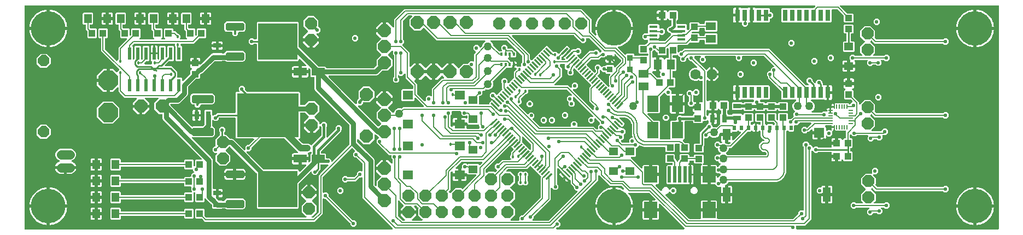
<source format=gbr>
G04 EAGLE Gerber RS-274X export*
G75*
%MOMM*%
%FSLAX34Y34*%
%LPD*%
%INTop Copper*%
%IPPOS*%
%AMOC8*
5,1,8,0,0,1.08239X$1,22.5*%
G01*
%ADD10P,2.061953X8X22.500000*%
%ADD11R,1.600000X1.400000*%
%ADD12P,2.199416X8X112.500000*%
%ADD13P,2.199416X8X202.500000*%
%ADD14R,2.000000X1.200000*%
%ADD15R,1.080000X1.050000*%
%ADD16R,1.600000X1.300000*%
%ADD17R,1.300000X1.600000*%
%ADD18R,1.050000X1.080000*%
%ADD19C,0.610000*%
%ADD20R,6.100000X5.630000*%
%ADD21R,1.200000X1.400000*%
%ADD22R,1.400000X1.200000*%
%ADD23R,0.900000X0.950000*%
%ADD24P,2.061953X8X202.500000*%
%ADD25P,2.061953X8X112.500000*%
%ADD26C,5.334000*%
%ADD27P,2.061953X8X292.500000*%
%ADD28P,2.034460X8X292.500000*%
%ADD29P,2.199416X8X292.500000*%
%ADD30P,3.299125X8X202.500000*%
%ADD31P,3.299125X8X112.500000*%
%ADD32P,1.924489X8X112.500000*%
%ADD33C,1.397000*%
%ADD34R,1.778000X2.540000*%
%ADD35R,1.000000X1.100000*%
%ADD36R,1.100000X1.000000*%
%ADD37C,1.270000*%
%ADD38R,1.270000X0.292100*%
%ADD39R,0.500000X0.750000*%
%ADD40R,1.200000X1.800000*%
%ADD41R,1.200000X2.200000*%
%ADD42R,1.600000X1.500000*%
%ADD43R,0.558000X1.970000*%
%ADD44R,1.302500X0.431800*%
%ADD45R,0.500000X2.500000*%
%ADD46R,2.000000X2.500000*%
%ADD47R,1.200000X0.800000*%
%ADD48R,0.800000X1.200000*%
%ADD49P,1.732040X8X22.500000*%
%ADD50C,1.600200*%
%ADD51P,2.034460X8X112.500000*%
%ADD52C,0.609600*%
%ADD53R,9.600000X6.800000*%
%ADD54R,0.198119X0.660400*%
%ADD55R,0.660400X0.198119*%
%ADD56R,0.350000X0.500000*%
%ADD57R,0.800000X1.800000*%
%ADD58C,0.553200*%
%ADD59C,0.203200*%
%ADD60C,0.254000*%
%ADD61C,0.177800*%
%ADD62C,0.457200*%
%ADD63C,0.762000*%
%ADD64C,1.016000*%
%ADD65C,0.508000*%
%ADD66C,0.381000*%
%ADD67C,0.304800*%

G36*
X570279Y1018D02*
X570279Y1018D01*
X570418Y1031D01*
X570437Y1038D01*
X570457Y1041D01*
X570586Y1092D01*
X570717Y1139D01*
X570734Y1150D01*
X570752Y1158D01*
X570865Y1239D01*
X570980Y1317D01*
X570993Y1333D01*
X571010Y1344D01*
X571098Y1452D01*
X571190Y1556D01*
X571200Y1574D01*
X571213Y1589D01*
X571272Y1715D01*
X571335Y1839D01*
X571340Y1859D01*
X571348Y1877D01*
X571374Y2013D01*
X571405Y2149D01*
X571404Y2170D01*
X571408Y2189D01*
X571399Y2328D01*
X571395Y2467D01*
X571389Y2487D01*
X571388Y2507D01*
X571345Y2639D01*
X571307Y2773D01*
X571296Y2790D01*
X571290Y2809D01*
X571216Y2927D01*
X571145Y3047D01*
X571127Y3068D01*
X571120Y3078D01*
X571105Y3092D01*
X571039Y3167D01*
X524763Y49443D01*
X524763Y80573D01*
X524746Y80710D01*
X524733Y80849D01*
X524726Y80868D01*
X524723Y80888D01*
X524672Y81017D01*
X524625Y81148D01*
X524614Y81165D01*
X524606Y81184D01*
X524525Y81296D01*
X524447Y81411D01*
X524431Y81425D01*
X524420Y81441D01*
X524312Y81530D01*
X524208Y81622D01*
X524190Y81631D01*
X524175Y81644D01*
X524049Y81703D01*
X523925Y81766D01*
X523905Y81771D01*
X523887Y81780D01*
X523751Y81806D01*
X523615Y81836D01*
X523594Y81835D01*
X523575Y81839D01*
X523436Y81831D01*
X523297Y81826D01*
X523277Y81821D01*
X523257Y81820D01*
X523125Y81777D01*
X522991Y81738D01*
X522974Y81728D01*
X522955Y81722D01*
X522837Y81647D01*
X522717Y81576D01*
X522700Y81561D01*
X520739Y81561D01*
X520640Y81549D01*
X520541Y81546D01*
X520483Y81529D01*
X520423Y81521D01*
X520331Y81485D01*
X520236Y81457D01*
X520184Y81427D01*
X520127Y81404D01*
X520047Y81346D01*
X519962Y81296D01*
X519887Y81230D01*
X519870Y81218D01*
X519862Y81208D01*
X519841Y81190D01*
X514343Y75691D01*
X502103Y75691D01*
X502005Y75679D01*
X501906Y75676D01*
X501848Y75659D01*
X501788Y75651D01*
X501696Y75615D01*
X501601Y75587D01*
X501549Y75557D01*
X501492Y75534D01*
X501412Y75476D01*
X501327Y75426D01*
X501251Y75360D01*
X501235Y75348D01*
X501227Y75338D01*
X501206Y75320D01*
X499828Y73941D01*
X495852Y73941D01*
X493041Y76752D01*
X493041Y80728D01*
X495852Y83539D01*
X499828Y83539D01*
X501206Y82160D01*
X501284Y82100D01*
X501356Y82032D01*
X501409Y82003D01*
X501457Y81966D01*
X501548Y81926D01*
X501635Y81878D01*
X501693Y81863D01*
X501749Y81839D01*
X501847Y81824D01*
X501943Y81799D01*
X502043Y81793D01*
X502063Y81789D01*
X502075Y81791D01*
X502103Y81789D01*
X511291Y81789D01*
X511390Y81801D01*
X511489Y81804D01*
X511547Y81821D01*
X511607Y81829D01*
X511699Y81865D01*
X511794Y81893D01*
X511846Y81923D01*
X511903Y81946D01*
X511983Y82004D01*
X512068Y82054D01*
X512143Y82120D01*
X512160Y82132D01*
X512168Y82142D01*
X512189Y82160D01*
X515530Y85501D01*
X515590Y85579D01*
X515658Y85651D01*
X515687Y85704D01*
X515724Y85752D01*
X515764Y85843D01*
X515812Y85930D01*
X515827Y85988D01*
X515851Y86044D01*
X515866Y86142D01*
X515891Y86238D01*
X515897Y86338D01*
X515901Y86358D01*
X515899Y86371D01*
X515901Y86399D01*
X515901Y88348D01*
X518712Y91159D01*
X522714Y91159D01*
X522813Y91076D01*
X522832Y91067D01*
X522848Y91055D01*
X522976Y91000D01*
X523101Y90940D01*
X523121Y90937D01*
X523140Y90929D01*
X523277Y90907D01*
X523414Y90881D01*
X523434Y90882D01*
X523454Y90879D01*
X523592Y90892D01*
X523731Y90900D01*
X523750Y90907D01*
X523770Y90909D01*
X523901Y90956D01*
X524033Y90998D01*
X524051Y91009D01*
X524070Y91016D01*
X524185Y91094D01*
X524302Y91169D01*
X524316Y91183D01*
X524333Y91195D01*
X524425Y91299D01*
X524520Y91400D01*
X524530Y91418D01*
X524543Y91433D01*
X524607Y91557D01*
X524674Y91679D01*
X524679Y91698D01*
X524688Y91716D01*
X524718Y91852D01*
X524753Y91987D01*
X524755Y92015D01*
X524758Y92027D01*
X524757Y92047D01*
X524763Y92147D01*
X524763Y102097D01*
X524751Y102196D01*
X524748Y102295D01*
X524731Y102353D01*
X524723Y102413D01*
X524687Y102505D01*
X524659Y102600D01*
X524629Y102652D01*
X524606Y102709D01*
X524548Y102789D01*
X524498Y102874D01*
X524432Y102949D01*
X524420Y102966D01*
X524410Y102974D01*
X524392Y102995D01*
X515463Y111924D01*
X515385Y111984D01*
X515313Y112052D01*
X515260Y112081D01*
X515212Y112118D01*
X515121Y112158D01*
X515034Y112206D01*
X514975Y112221D01*
X514920Y112245D01*
X514822Y112260D01*
X514726Y112285D01*
X514626Y112291D01*
X514606Y112295D01*
X514593Y112293D01*
X514565Y112295D01*
X512616Y112295D01*
X509805Y115106D01*
X509805Y119082D01*
X512650Y121926D01*
X512723Y122020D01*
X512801Y122109D01*
X512820Y122145D01*
X512845Y122177D01*
X512892Y122287D01*
X512946Y122393D01*
X512955Y122432D01*
X512971Y122469D01*
X512990Y122587D01*
X513016Y122703D01*
X513014Y122743D01*
X513021Y122783D01*
X513010Y122902D01*
X513006Y123021D01*
X512995Y123060D01*
X512991Y123100D01*
X512951Y123212D01*
X512918Y123326D01*
X512897Y123361D01*
X512883Y123399D01*
X512817Y123498D01*
X512756Y123600D01*
X512716Y123645D01*
X512705Y123662D01*
X512690Y123676D01*
X512650Y123721D01*
X509462Y126909D01*
X509368Y126982D01*
X509279Y127061D01*
X509243Y127079D01*
X509211Y127104D01*
X509101Y127151D01*
X508995Y127205D01*
X508956Y127214D01*
X508919Y127230D01*
X508801Y127249D01*
X508685Y127275D01*
X508645Y127274D01*
X508605Y127280D01*
X508486Y127269D01*
X508367Y127265D01*
X508328Y127254D01*
X508288Y127250D01*
X508176Y127210D01*
X508062Y127177D01*
X508027Y127156D01*
X507989Y127143D01*
X507890Y127076D01*
X507788Y127015D01*
X507742Y126975D01*
X507726Y126964D01*
X507712Y126949D01*
X507667Y126909D01*
X463388Y82630D01*
X463328Y82552D01*
X463260Y82480D01*
X463231Y82427D01*
X463194Y82379D01*
X463154Y82288D01*
X463106Y82202D01*
X463091Y82143D01*
X463067Y82087D01*
X463052Y81989D01*
X463027Y81894D01*
X463021Y81794D01*
X463017Y81773D01*
X463019Y81761D01*
X463017Y81733D01*
X463017Y58847D01*
X463034Y58709D01*
X463047Y58571D01*
X463054Y58552D01*
X463057Y58532D01*
X463108Y58402D01*
X463155Y58272D01*
X463166Y58255D01*
X463174Y58236D01*
X463255Y58124D01*
X463333Y58009D01*
X463349Y57995D01*
X463360Y57979D01*
X463468Y57890D01*
X463572Y57798D01*
X463590Y57789D01*
X463605Y57776D01*
X463731Y57717D01*
X463855Y57654D01*
X463875Y57649D01*
X463893Y57640D01*
X464029Y57614D01*
X464165Y57584D01*
X464186Y57585D01*
X464205Y57581D01*
X464344Y57589D01*
X464483Y57594D01*
X464503Y57599D01*
X464523Y57600D01*
X464655Y57643D01*
X464789Y57682D01*
X464806Y57692D01*
X464825Y57698D01*
X464943Y57773D01*
X465063Y57844D01*
X465084Y57862D01*
X465094Y57869D01*
X465108Y57884D01*
X465184Y57950D01*
X465372Y58139D01*
X469348Y58139D01*
X472159Y55328D01*
X472159Y53379D01*
X472171Y53280D01*
X472174Y53181D01*
X472191Y53123D01*
X472199Y53063D01*
X472235Y52971D01*
X472263Y52876D01*
X472293Y52824D01*
X472316Y52767D01*
X472374Y52687D01*
X472424Y52602D01*
X472490Y52527D01*
X472502Y52510D01*
X472512Y52502D01*
X472530Y52481D01*
X509681Y15330D01*
X509759Y15270D01*
X509831Y15202D01*
X509884Y15173D01*
X509932Y15136D01*
X510023Y15096D01*
X510110Y15048D01*
X510169Y15033D01*
X510224Y15009D01*
X510322Y14994D01*
X510418Y14969D01*
X510518Y14963D01*
X510538Y14959D01*
X510551Y14961D01*
X510579Y14959D01*
X512528Y14959D01*
X515339Y12148D01*
X515339Y8172D01*
X512528Y5361D01*
X508552Y5361D01*
X505741Y8172D01*
X505741Y10121D01*
X505729Y10220D01*
X505726Y10319D01*
X505709Y10377D01*
X505701Y10437D01*
X505665Y10529D01*
X505637Y10624D01*
X505607Y10676D01*
X505584Y10733D01*
X505526Y10813D01*
X505476Y10898D01*
X505410Y10973D01*
X505398Y10990D01*
X505388Y10998D01*
X505370Y11019D01*
X468219Y48170D01*
X468141Y48230D01*
X468069Y48298D01*
X468016Y48327D01*
X467968Y48364D01*
X467877Y48404D01*
X467790Y48452D01*
X467731Y48467D01*
X467676Y48491D01*
X467578Y48506D01*
X467482Y48531D01*
X467382Y48537D01*
X467362Y48541D01*
X467349Y48539D01*
X467321Y48541D01*
X465372Y48541D01*
X465184Y48730D01*
X465074Y48815D01*
X464967Y48904D01*
X464948Y48913D01*
X464932Y48925D01*
X464804Y48980D01*
X464679Y49040D01*
X464659Y49043D01*
X464640Y49051D01*
X464502Y49073D01*
X464366Y49099D01*
X464346Y49098D01*
X464326Y49101D01*
X464187Y49088D01*
X464049Y49080D01*
X464030Y49073D01*
X464010Y49071D01*
X463879Y49024D01*
X463747Y48982D01*
X463729Y48971D01*
X463710Y48964D01*
X463596Y48886D01*
X463478Y48811D01*
X463464Y48797D01*
X463447Y48785D01*
X463355Y48681D01*
X463260Y48580D01*
X463250Y48562D01*
X463237Y48547D01*
X463174Y48423D01*
X463106Y48301D01*
X463101Y48282D01*
X463092Y48264D01*
X463062Y48128D01*
X463027Y47993D01*
X463025Y47965D01*
X463022Y47953D01*
X463023Y47933D01*
X463017Y47833D01*
X463017Y25205D01*
X450843Y13031D01*
X280718Y13031D01*
X278560Y15188D01*
X276253Y17496D01*
X276175Y17556D01*
X276103Y17624D01*
X276050Y17653D01*
X276002Y17690D01*
X275911Y17730D01*
X275824Y17778D01*
X275766Y17793D01*
X275710Y17817D01*
X275612Y17832D01*
X275516Y17857D01*
X275416Y17863D01*
X275396Y17867D01*
X275383Y17865D01*
X275355Y17867D01*
X266818Y17867D01*
X265627Y19058D01*
X265627Y31742D01*
X266818Y32933D01*
X278502Y32933D01*
X279693Y31742D01*
X279693Y23205D01*
X279705Y23106D01*
X279708Y23007D01*
X279725Y22949D01*
X279733Y22889D01*
X279769Y22797D01*
X279797Y22702D01*
X279827Y22650D01*
X279850Y22593D01*
X279908Y22513D01*
X279958Y22428D01*
X280024Y22352D01*
X280036Y22336D01*
X280046Y22328D01*
X280064Y22307D01*
X282872Y19500D01*
X282950Y19439D01*
X283022Y19371D01*
X283075Y19342D01*
X283123Y19305D01*
X283214Y19266D01*
X283300Y19218D01*
X283359Y19203D01*
X283415Y19179D01*
X283513Y19163D01*
X283608Y19138D01*
X283708Y19132D01*
X283729Y19129D01*
X283741Y19130D01*
X283769Y19128D01*
X436622Y19128D01*
X436760Y19146D01*
X436898Y19159D01*
X436918Y19166D01*
X436938Y19168D01*
X437067Y19219D01*
X437198Y19266D01*
X437215Y19278D01*
X437233Y19285D01*
X437345Y19367D01*
X437461Y19445D01*
X437474Y19460D01*
X437491Y19472D01*
X437579Y19579D01*
X437671Y19683D01*
X437681Y19701D01*
X437693Y19717D01*
X437753Y19843D01*
X437816Y19967D01*
X437820Y19986D01*
X437829Y20005D01*
X437855Y20141D01*
X437886Y20277D01*
X437885Y20297D01*
X437889Y20317D01*
X437880Y20455D01*
X437876Y20595D01*
X437870Y20614D01*
X437869Y20634D01*
X437826Y20767D01*
X437788Y20900D01*
X437777Y20918D01*
X437771Y20937D01*
X437696Y21055D01*
X437626Y21174D01*
X437607Y21195D01*
X437601Y21206D01*
X437586Y21220D01*
X437520Y21295D01*
X430529Y28285D01*
X430529Y37755D01*
X437038Y44263D01*
X437111Y44357D01*
X437190Y44447D01*
X437208Y44483D01*
X437233Y44515D01*
X437280Y44624D01*
X437334Y44730D01*
X437343Y44769D01*
X437359Y44806D01*
X437378Y44924D01*
X437404Y45040D01*
X437403Y45080D01*
X437409Y45120D01*
X437398Y45239D01*
X437394Y45358D01*
X437383Y45397D01*
X437379Y45437D01*
X437339Y45549D01*
X437306Y45663D01*
X437285Y45698D01*
X437272Y45736D01*
X437205Y45835D01*
X437144Y45937D01*
X437104Y45983D01*
X437093Y46000D01*
X437078Y46013D01*
X437038Y46058D01*
X430021Y53075D01*
X430021Y55481D01*
X440690Y55481D01*
X440808Y55496D01*
X440927Y55503D01*
X440965Y55516D01*
X441005Y55521D01*
X441116Y55564D01*
X441229Y55601D01*
X441263Y55623D01*
X441301Y55638D01*
X441397Y55708D01*
X441498Y55771D01*
X441526Y55801D01*
X441558Y55824D01*
X441634Y55916D01*
X441716Y56003D01*
X441735Y56038D01*
X441761Y56069D01*
X441812Y56177D01*
X441869Y56281D01*
X441880Y56321D01*
X441897Y56357D01*
X441919Y56474D01*
X441949Y56589D01*
X441953Y56650D01*
X441957Y56670D01*
X441955Y56690D01*
X441959Y56750D01*
X441959Y58021D01*
X441961Y58021D01*
X441961Y56750D01*
X441976Y56632D01*
X441983Y56513D01*
X441996Y56475D01*
X442001Y56434D01*
X442045Y56324D01*
X442081Y56211D01*
X442103Y56176D01*
X442118Y56139D01*
X442188Y56043D01*
X442251Y55942D01*
X442281Y55914D01*
X442305Y55881D01*
X442396Y55806D01*
X442483Y55724D01*
X442518Y55704D01*
X442550Y55679D01*
X442657Y55628D01*
X442762Y55570D01*
X442801Y55560D01*
X442837Y55543D01*
X442954Y55521D01*
X443069Y55491D01*
X443130Y55487D01*
X443150Y55483D01*
X443170Y55485D01*
X443230Y55481D01*
X453899Y55481D01*
X453899Y53075D01*
X446882Y46058D01*
X446809Y45964D01*
X446730Y45875D01*
X446712Y45839D01*
X446687Y45807D01*
X446640Y45698D01*
X446586Y45592D01*
X446577Y45552D01*
X446561Y45515D01*
X446542Y45397D01*
X446516Y45281D01*
X446517Y45241D01*
X446511Y45201D01*
X446522Y45082D01*
X446526Y44964D01*
X446537Y44925D01*
X446541Y44884D01*
X446581Y44772D01*
X446614Y44658D01*
X446635Y44623D01*
X446648Y44585D01*
X446715Y44486D01*
X446776Y44384D01*
X446816Y44339D01*
X446827Y44322D01*
X446842Y44309D01*
X446882Y44263D01*
X453391Y37755D01*
X453391Y28285D01*
X446400Y21295D01*
X446315Y21185D01*
X446227Y21078D01*
X446218Y21060D01*
X446205Y21044D01*
X446150Y20916D01*
X446091Y20790D01*
X446087Y20771D01*
X446079Y20752D01*
X446057Y20614D01*
X446031Y20478D01*
X446032Y20458D01*
X446029Y20438D01*
X446042Y20299D01*
X446051Y20161D01*
X446057Y20141D01*
X446059Y20121D01*
X446106Y19990D01*
X446149Y19858D01*
X446160Y19841D01*
X446167Y19822D01*
X446245Y19707D01*
X446319Y19589D01*
X446334Y19575D01*
X446345Y19559D01*
X446450Y19467D01*
X446551Y19371D01*
X446568Y19362D01*
X446584Y19348D01*
X446708Y19285D01*
X446829Y19218D01*
X446849Y19213D01*
X446867Y19204D01*
X447003Y19173D01*
X447137Y19138D01*
X447165Y19137D01*
X447177Y19134D01*
X447198Y19135D01*
X447298Y19128D01*
X447791Y19128D01*
X447890Y19141D01*
X447989Y19144D01*
X448047Y19160D01*
X448107Y19168D01*
X448199Y19205D01*
X448294Y19232D01*
X448346Y19263D01*
X448403Y19285D01*
X448483Y19343D01*
X448568Y19394D01*
X448643Y19460D01*
X448660Y19472D01*
X448668Y19481D01*
X448689Y19500D01*
X456548Y27359D01*
X456608Y27437D01*
X456676Y27509D01*
X456705Y27562D01*
X456742Y27610D01*
X456782Y27701D01*
X456830Y27787D01*
X456845Y27846D01*
X456869Y27902D01*
X456884Y28000D01*
X456909Y28095D01*
X456915Y28195D01*
X456919Y28216D01*
X456917Y28228D01*
X456919Y28256D01*
X456919Y84784D01*
X459077Y86942D01*
X471562Y99427D01*
X471647Y99537D01*
X471736Y99644D01*
X471745Y99662D01*
X471757Y99678D01*
X471812Y99807D01*
X471871Y99932D01*
X471875Y99952D01*
X471883Y99970D01*
X471905Y100108D01*
X471931Y100244D01*
X471930Y100264D01*
X471933Y100284D01*
X471920Y100423D01*
X471912Y100562D01*
X471905Y100581D01*
X471903Y100601D01*
X471856Y100732D01*
X471813Y100864D01*
X471803Y100881D01*
X471796Y100900D01*
X471718Y101015D01*
X471643Y101133D01*
X471629Y101147D01*
X471617Y101163D01*
X471513Y101255D01*
X471412Y101351D01*
X471394Y101361D01*
X471379Y101374D01*
X471255Y101437D01*
X471133Y101504D01*
X471114Y101509D01*
X471096Y101519D01*
X470960Y101549D01*
X470825Y101584D01*
X470797Y101585D01*
X470785Y101588D01*
X470765Y101588D01*
X470665Y101594D01*
X469415Y101594D01*
X469393Y101606D01*
X469345Y101643D01*
X469254Y101682D01*
X469168Y101730D01*
X469109Y101745D01*
X469053Y101769D01*
X468955Y101785D01*
X468860Y101810D01*
X468760Y101816D01*
X468739Y101819D01*
X468727Y101818D01*
X468699Y101820D01*
X460532Y101820D01*
X460414Y101805D01*
X460295Y101798D01*
X460257Y101785D01*
X460216Y101780D01*
X460106Y101736D01*
X459993Y101700D01*
X459958Y101678D01*
X459921Y101663D01*
X459825Y101593D01*
X459724Y101529D01*
X459696Y101500D01*
X459663Y101476D01*
X459587Y101384D01*
X459506Y101298D01*
X459486Y101262D01*
X459461Y101231D01*
X459410Y101124D01*
X459352Y101019D01*
X459342Y100980D01*
X459325Y100944D01*
X459303Y100827D01*
X459273Y100711D01*
X459269Y100651D01*
X459265Y100631D01*
X459267Y100611D01*
X459263Y100551D01*
X459263Y93721D01*
X456035Y90494D01*
X455974Y90415D01*
X455906Y90343D01*
X455877Y90290D01*
X455840Y90242D01*
X455801Y90151D01*
X455753Y90065D01*
X455738Y90006D01*
X455714Y89950D01*
X455698Y89853D01*
X455673Y89757D01*
X455667Y89657D01*
X455664Y89636D01*
X455665Y89624D01*
X455663Y89596D01*
X455663Y88006D01*
X452852Y85195D01*
X448877Y85195D01*
X446066Y88006D01*
X446066Y89269D01*
X446048Y89406D01*
X446035Y89545D01*
X446028Y89564D01*
X446026Y89584D01*
X445975Y89713D01*
X445928Y89844D01*
X445916Y89861D01*
X445909Y89880D01*
X445827Y89992D01*
X445749Y90107D01*
X445734Y90121D01*
X445722Y90137D01*
X445615Y90226D01*
X445511Y90318D01*
X445493Y90327D01*
X445477Y90340D01*
X445351Y90399D01*
X445227Y90462D01*
X445208Y90467D01*
X445189Y90475D01*
X445053Y90502D01*
X444917Y90532D01*
X444897Y90531D01*
X444877Y90535D01*
X444739Y90527D01*
X444599Y90522D01*
X444580Y90517D01*
X444560Y90516D01*
X444427Y90473D01*
X444294Y90434D01*
X444276Y90424D01*
X444257Y90417D01*
X444139Y90343D01*
X444020Y90272D01*
X443999Y90254D01*
X443988Y90247D01*
X443974Y90232D01*
X443899Y90166D01*
X426304Y72572D01*
X426244Y72493D01*
X426176Y72421D01*
X426147Y72368D01*
X426110Y72320D01*
X426070Y72229D01*
X426022Y72143D01*
X426007Y72084D01*
X425983Y72028D01*
X425968Y71931D01*
X425943Y71835D01*
X425937Y71735D01*
X425933Y71714D01*
X425935Y71702D01*
X425933Y71674D01*
X425933Y34508D01*
X424742Y33317D01*
X362058Y33317D01*
X360867Y34508D01*
X360867Y87244D01*
X360855Y87342D01*
X360852Y87441D01*
X360835Y87500D01*
X360827Y87560D01*
X360791Y87652D01*
X360763Y87747D01*
X360733Y87799D01*
X360710Y87855D01*
X360652Y87935D01*
X360602Y88021D01*
X360536Y88096D01*
X360524Y88113D01*
X360514Y88120D01*
X360496Y88142D01*
X319659Y128978D01*
X319565Y129051D01*
X319475Y129130D01*
X319440Y129148D01*
X319408Y129173D01*
X319298Y129221D01*
X319192Y129275D01*
X319153Y129284D01*
X319116Y129300D01*
X318998Y129318D01*
X318882Y129344D01*
X318842Y129343D01*
X318802Y129349D01*
X318683Y129338D01*
X318564Y129335D01*
X318525Y129323D01*
X318485Y129320D01*
X318373Y129279D01*
X318259Y129246D01*
X318224Y129226D01*
X318186Y129212D01*
X318087Y129145D01*
X317985Y129085D01*
X317939Y129045D01*
X317923Y129033D01*
X317909Y129018D01*
X317864Y128978D01*
X313173Y124288D01*
X313100Y124193D01*
X313021Y124104D01*
X313003Y124068D01*
X312978Y124036D01*
X312931Y123927D01*
X312877Y123821D01*
X312868Y123782D01*
X312852Y123744D01*
X312833Y123627D01*
X312807Y123511D01*
X312808Y123470D01*
X312802Y123430D01*
X312813Y123312D01*
X312817Y123193D01*
X312828Y123154D01*
X312832Y123114D01*
X312872Y123001D01*
X312905Y122887D01*
X312926Y122853D01*
X312939Y122814D01*
X313006Y122716D01*
X313067Y122613D01*
X313106Y122568D01*
X313118Y122551D01*
X313133Y122538D01*
X313173Y122493D01*
X320041Y115625D01*
X320041Y106155D01*
X313345Y99459D01*
X303875Y99459D01*
X297179Y106155D01*
X297179Y115625D01*
X299049Y117495D01*
X299134Y117604D01*
X299223Y117711D01*
X299232Y117730D01*
X299244Y117746D01*
X299299Y117874D01*
X299358Y117999D01*
X299362Y118019D01*
X299370Y118038D01*
X299392Y118176D01*
X299418Y118312D01*
X299417Y118332D01*
X299420Y118352D01*
X299407Y118491D01*
X299399Y118629D01*
X299392Y118648D01*
X299390Y118668D01*
X299343Y118800D01*
X299300Y118931D01*
X299290Y118949D01*
X299283Y118968D01*
X299205Y119083D01*
X299130Y119200D01*
X299116Y119214D01*
X299104Y119231D01*
X299000Y119323D01*
X298899Y119418D01*
X298881Y119428D01*
X298866Y119441D01*
X298742Y119505D01*
X298620Y119572D01*
X298601Y119577D01*
X298583Y119586D01*
X298447Y119616D01*
X298312Y119651D01*
X298284Y119653D01*
X298272Y119656D01*
X298252Y119655D01*
X298152Y119661D01*
X295192Y119661D01*
X292381Y122472D01*
X292381Y126448D01*
X295192Y129259D01*
X296012Y129259D01*
X296150Y129276D01*
X296288Y129289D01*
X296307Y129296D01*
X296327Y129299D01*
X296456Y129350D01*
X296587Y129397D01*
X296604Y129408D01*
X296623Y129416D01*
X296735Y129497D01*
X296850Y129576D01*
X296864Y129591D01*
X296880Y129602D01*
X296969Y129710D01*
X297061Y129814D01*
X297070Y129832D01*
X297083Y129847D01*
X297142Y129973D01*
X297205Y130097D01*
X297210Y130117D01*
X297218Y130135D01*
X297245Y130271D01*
X297275Y130408D01*
X297274Y130428D01*
X297278Y130447D01*
X297270Y130586D01*
X297265Y130725D01*
X297260Y130745D01*
X297259Y130765D01*
X297216Y130897D01*
X297179Y131023D01*
X297179Y140625D01*
X303666Y147111D01*
X303726Y147189D01*
X303794Y147261D01*
X303823Y147314D01*
X303860Y147362D01*
X303900Y147453D01*
X303948Y147540D01*
X303963Y147598D01*
X303987Y147654D01*
X304002Y147752D01*
X304027Y147848D01*
X304033Y147948D01*
X304037Y147968D01*
X304035Y147980D01*
X304037Y148008D01*
X304037Y150931D01*
X304025Y151029D01*
X304022Y151128D01*
X304005Y151186D01*
X303997Y151246D01*
X303961Y151338D01*
X303933Y151433D01*
X303903Y151485D01*
X303880Y151542D01*
X303822Y151622D01*
X303772Y151707D01*
X303706Y151783D01*
X303694Y151799D01*
X303684Y151807D01*
X303666Y151828D01*
X302541Y152952D01*
X302541Y156928D01*
X305352Y159739D01*
X309328Y159739D01*
X312139Y156928D01*
X312139Y152952D01*
X311014Y151828D01*
X310954Y151750D01*
X310886Y151678D01*
X310857Y151625D01*
X310820Y151577D01*
X310780Y151486D01*
X310732Y151399D01*
X310717Y151341D01*
X310693Y151285D01*
X310678Y151187D01*
X310653Y151091D01*
X310647Y150991D01*
X310643Y150971D01*
X310645Y150959D01*
X310643Y150931D01*
X310643Y148590D01*
X310658Y148472D01*
X310665Y148353D01*
X310678Y148315D01*
X310683Y148274D01*
X310726Y148164D01*
X310763Y148051D01*
X310785Y148016D01*
X310800Y147979D01*
X310869Y147883D01*
X310933Y147782D01*
X310963Y147754D01*
X310986Y147721D01*
X311078Y147645D01*
X311165Y147564D01*
X311200Y147544D01*
X311231Y147519D01*
X311339Y147468D01*
X311443Y147410D01*
X311483Y147400D01*
X311519Y147383D01*
X311636Y147361D01*
X311751Y147331D01*
X311811Y147327D01*
X311831Y147323D01*
X311852Y147325D01*
X311912Y147321D01*
X313345Y147321D01*
X318561Y142104D01*
X318639Y142044D01*
X318711Y141976D01*
X318764Y141947D01*
X318812Y141910D01*
X318903Y141870D01*
X318990Y141822D01*
X319048Y141807D01*
X319104Y141783D01*
X319202Y141768D01*
X319298Y141743D01*
X319398Y141737D01*
X319418Y141733D01*
X319430Y141735D01*
X319458Y141733D01*
X322172Y141733D01*
X324320Y140843D01*
X341015Y124148D01*
X341124Y124063D01*
X341231Y123974D01*
X341250Y123966D01*
X341266Y123953D01*
X341394Y123898D01*
X341519Y123839D01*
X341539Y123835D01*
X341558Y123827D01*
X341696Y123805D01*
X341832Y123779D01*
X341852Y123780D01*
X341872Y123777D01*
X342011Y123790D01*
X342149Y123799D01*
X342168Y123805D01*
X342188Y123807D01*
X342320Y123854D01*
X342451Y123897D01*
X342469Y123908D01*
X342488Y123915D01*
X342603Y123993D01*
X342720Y124067D01*
X342734Y124082D01*
X342751Y124093D01*
X342843Y124197D01*
X342938Y124299D01*
X342948Y124316D01*
X342961Y124332D01*
X343025Y124456D01*
X343092Y124577D01*
X343097Y124597D01*
X343106Y124615D01*
X343136Y124751D01*
X343171Y124885D01*
X343173Y124913D01*
X343176Y124925D01*
X343175Y124946D01*
X343181Y125046D01*
X343181Y128988D01*
X345992Y131799D01*
X347941Y131799D01*
X348040Y131811D01*
X348139Y131814D01*
X348197Y131831D01*
X348257Y131839D01*
X348349Y131875D01*
X348444Y131903D01*
X348496Y131933D01*
X348553Y131956D01*
X348633Y132014D01*
X348718Y132064D01*
X348793Y132130D01*
X348810Y132142D01*
X348818Y132152D01*
X348839Y132170D01*
X356269Y139601D01*
X356354Y139710D01*
X356443Y139817D01*
X356451Y139836D01*
X356464Y139852D01*
X356519Y139980D01*
X356578Y140105D01*
X356582Y140125D01*
X356590Y140144D01*
X356612Y140282D01*
X356638Y140418D01*
X356637Y140438D01*
X356640Y140458D01*
X356627Y140597D01*
X356618Y140735D01*
X356612Y140754D01*
X356610Y140774D01*
X356563Y140906D01*
X356520Y141037D01*
X356510Y141055D01*
X356503Y141074D01*
X356425Y141189D01*
X356350Y141306D01*
X356335Y141320D01*
X356324Y141337D01*
X356220Y141429D01*
X356119Y141524D01*
X356101Y141534D01*
X356086Y141547D01*
X355962Y141611D01*
X355840Y141678D01*
X355821Y141683D01*
X355802Y141692D01*
X355667Y141722D01*
X355532Y141757D01*
X355504Y141759D01*
X355492Y141762D01*
X355472Y141761D01*
X355371Y141767D01*
X329058Y141767D01*
X327867Y142958D01*
X327867Y173228D01*
X327852Y173346D01*
X327845Y173465D01*
X327832Y173503D01*
X327827Y173544D01*
X327784Y173654D01*
X327747Y173767D01*
X327725Y173802D01*
X327710Y173839D01*
X327641Y173935D01*
X327577Y174036D01*
X327547Y174064D01*
X327524Y174097D01*
X327432Y174173D01*
X327345Y174254D01*
X327310Y174274D01*
X327279Y174299D01*
X327171Y174350D01*
X327067Y174408D01*
X327027Y174418D01*
X326991Y174435D01*
X326874Y174457D01*
X326759Y174487D01*
X326699Y174491D01*
X326679Y174495D01*
X326658Y174493D01*
X326598Y174497D01*
X303248Y174497D01*
X303130Y174482D01*
X303011Y174475D01*
X302973Y174462D01*
X302932Y174457D01*
X302822Y174414D01*
X302709Y174377D01*
X302674Y174355D01*
X302637Y174340D01*
X302541Y174271D01*
X302440Y174207D01*
X302412Y174177D01*
X302379Y174154D01*
X302303Y174062D01*
X302222Y173975D01*
X302202Y173940D01*
X302177Y173909D01*
X302126Y173801D01*
X302068Y173697D01*
X302058Y173657D01*
X302041Y173621D01*
X302019Y173504D01*
X301989Y173389D01*
X301985Y173329D01*
X301981Y173309D01*
X301983Y173288D01*
X301979Y173228D01*
X301979Y171864D01*
X299168Y169053D01*
X295192Y169053D01*
X293869Y170376D01*
X293760Y170461D01*
X293653Y170550D01*
X293634Y170559D01*
X293618Y170571D01*
X293490Y170626D01*
X293365Y170686D01*
X293345Y170689D01*
X293326Y170697D01*
X293188Y170719D01*
X293052Y170745D01*
X293032Y170744D01*
X293012Y170747D01*
X292873Y170734D01*
X292735Y170726D01*
X292716Y170719D01*
X292696Y170717D01*
X292564Y170670D01*
X292433Y170628D01*
X292415Y170617D01*
X292396Y170610D01*
X292281Y170532D01*
X292164Y170457D01*
X292150Y170443D01*
X292133Y170431D01*
X292041Y170327D01*
X291946Y170226D01*
X291936Y170208D01*
X291923Y170193D01*
X291859Y170069D01*
X291792Y169947D01*
X291787Y169928D01*
X291778Y169910D01*
X291748Y169774D01*
X291713Y169639D01*
X291711Y169611D01*
X291708Y169599D01*
X291709Y169579D01*
X291703Y169479D01*
X291703Y161503D01*
X291706Y161474D01*
X291704Y161444D01*
X291726Y161316D01*
X291743Y161188D01*
X291753Y161160D01*
X291758Y161131D01*
X291812Y161013D01*
X291860Y160892D01*
X291877Y160868D01*
X291889Y160841D01*
X291970Y160740D01*
X292046Y160635D01*
X292069Y160616D01*
X292088Y160593D01*
X292191Y160515D01*
X292291Y160432D01*
X292318Y160419D01*
X292342Y160401D01*
X292486Y160330D01*
X293875Y159755D01*
X295304Y158326D01*
X296078Y156459D01*
X296078Y148341D01*
X295304Y146474D01*
X293875Y145045D01*
X292008Y144271D01*
X261856Y144271D01*
X261718Y144254D01*
X261579Y144241D01*
X261560Y144234D01*
X261540Y144231D01*
X261411Y144180D01*
X261280Y144133D01*
X261263Y144122D01*
X261244Y144114D01*
X261132Y144033D01*
X261017Y143955D01*
X261003Y143939D01*
X260987Y143928D01*
X260898Y143820D01*
X260806Y143716D01*
X260797Y143698D01*
X260784Y143683D01*
X260725Y143557D01*
X260662Y143433D01*
X260657Y143413D01*
X260649Y143395D01*
X260623Y143259D01*
X260592Y143123D01*
X260593Y143102D01*
X260589Y143083D01*
X260598Y142944D01*
X260602Y142805D01*
X260607Y142785D01*
X260609Y142765D01*
X260652Y142633D01*
X260690Y142499D01*
X260700Y142482D01*
X260707Y142463D01*
X260781Y142345D01*
X260852Y142225D01*
X260870Y142204D01*
X260877Y142194D01*
X260892Y142180D01*
X260958Y142105D01*
X290151Y112912D01*
X291973Y111089D01*
X292863Y108942D01*
X292863Y65070D01*
X292878Y64952D01*
X292885Y64833D01*
X292898Y64795D01*
X292903Y64754D01*
X292946Y64644D01*
X292983Y64531D01*
X293005Y64496D01*
X293020Y64459D01*
X293089Y64363D01*
X293153Y64262D01*
X293183Y64234D01*
X293206Y64201D01*
X293298Y64125D01*
X293385Y64044D01*
X293420Y64024D01*
X293451Y63999D01*
X293559Y63948D01*
X293663Y63890D01*
X293703Y63880D01*
X293739Y63863D01*
X293856Y63841D01*
X293971Y63811D01*
X294031Y63807D01*
X294051Y63803D01*
X294072Y63805D01*
X294132Y63801D01*
X297721Y63801D01*
X297721Y57990D01*
X297736Y57872D01*
X297743Y57753D01*
X297755Y57715D01*
X297761Y57675D01*
X297804Y57564D01*
X297841Y57451D01*
X297863Y57417D01*
X297878Y57379D01*
X297947Y57283D01*
X297958Y57266D01*
X297944Y57242D01*
X297919Y57210D01*
X297868Y57103D01*
X297810Y56998D01*
X297800Y56959D01*
X297783Y56923D01*
X297761Y56806D01*
X297731Y56690D01*
X297727Y56630D01*
X297723Y56610D01*
X297725Y56590D01*
X297721Y56530D01*
X297721Y50048D01*
X297733Y49950D01*
X297736Y49851D01*
X297753Y49792D01*
X297761Y49732D01*
X297797Y49640D01*
X297825Y49545D01*
X297855Y49493D01*
X297878Y49437D01*
X297936Y49357D01*
X297986Y49271D01*
X298052Y49196D01*
X298064Y49179D01*
X298074Y49172D01*
X298092Y49150D01*
X301578Y45664D01*
X301657Y45604D01*
X301729Y45536D01*
X301782Y45507D01*
X301830Y45470D01*
X301921Y45430D01*
X302007Y45382D01*
X302066Y45367D01*
X302122Y45343D01*
X302219Y45328D01*
X302315Y45303D01*
X302415Y45297D01*
X302436Y45293D01*
X302448Y45295D01*
X302476Y45293D01*
X306614Y45293D01*
X306631Y45280D01*
X306722Y45240D01*
X306809Y45192D01*
X306868Y45177D01*
X306923Y45153D01*
X307021Y45138D01*
X307117Y45113D01*
X307217Y45107D01*
X307237Y45103D01*
X307249Y45105D01*
X307278Y45103D01*
X310052Y45103D01*
X310081Y45106D01*
X310111Y45104D01*
X310239Y45126D01*
X310368Y45143D01*
X310395Y45153D01*
X310424Y45158D01*
X310543Y45212D01*
X310663Y45260D01*
X310687Y45277D01*
X310714Y45289D01*
X310815Y45370D01*
X310921Y45446D01*
X310940Y45469D01*
X310963Y45488D01*
X311041Y45591D01*
X311124Y45691D01*
X311136Y45718D01*
X311154Y45742D01*
X311225Y45886D01*
X311491Y46529D01*
X312921Y47959D01*
X314789Y48733D01*
X339011Y48733D01*
X340879Y47959D01*
X342309Y46529D01*
X343083Y44661D01*
X343083Y36539D01*
X342309Y34671D01*
X340879Y33241D01*
X339011Y32467D01*
X314789Y32467D01*
X312729Y33321D01*
X312720Y33323D01*
X312712Y33328D01*
X312567Y33365D01*
X312422Y33405D01*
X312413Y33405D01*
X312404Y33407D01*
X312243Y33417D01*
X307278Y33417D01*
X307179Y33405D01*
X307080Y33402D01*
X307022Y33385D01*
X306962Y33377D01*
X306870Y33341D01*
X306775Y33313D01*
X306723Y33283D01*
X306666Y33260D01*
X306621Y33227D01*
X292878Y33227D01*
X291687Y34418D01*
X291687Y38504D01*
X291675Y38602D01*
X291672Y38701D01*
X291655Y38760D01*
X291647Y38820D01*
X291611Y38912D01*
X291583Y39007D01*
X291553Y39059D01*
X291530Y39115D01*
X291472Y39195D01*
X291422Y39281D01*
X291356Y39356D01*
X291344Y39373D01*
X291334Y39380D01*
X291316Y39402D01*
X288616Y42101D01*
X288609Y42107D01*
X288603Y42114D01*
X288483Y42204D01*
X288365Y42296D01*
X288356Y42300D01*
X288349Y42305D01*
X288204Y42376D01*
X287991Y42465D01*
X282007Y48448D01*
X281977Y48501D01*
X281929Y48551D01*
X281888Y48608D01*
X281818Y48665D01*
X281756Y48729D01*
X281696Y48766D01*
X281643Y48810D01*
X281561Y48849D01*
X281485Y48896D01*
X281418Y48916D01*
X281355Y48946D01*
X281267Y48963D01*
X281181Y48989D01*
X281111Y48993D01*
X281042Y49006D01*
X280953Y49000D01*
X280863Y49004D01*
X280795Y48990D01*
X280725Y48986D01*
X280640Y48958D01*
X280552Y48940D01*
X280489Y48909D01*
X280423Y48888D01*
X280347Y48840D01*
X280266Y48801D01*
X280213Y48755D01*
X280154Y48718D01*
X280092Y48652D01*
X280024Y48594D01*
X279984Y48537D01*
X279936Y48486D01*
X279893Y48408D01*
X279841Y48334D01*
X279816Y48269D01*
X279782Y48208D01*
X279760Y48121D01*
X279728Y48037D01*
X279720Y47967D01*
X279703Y47900D01*
X279693Y47739D01*
X279693Y44458D01*
X278502Y43267D01*
X266818Y43267D01*
X265627Y44458D01*
X265627Y57432D01*
X265612Y57550D01*
X265605Y57669D01*
X265592Y57707D01*
X265587Y57748D01*
X265544Y57858D01*
X265507Y57971D01*
X265485Y58006D01*
X265470Y58043D01*
X265401Y58139D01*
X265337Y58240D01*
X265307Y58268D01*
X265284Y58301D01*
X265192Y58377D01*
X265105Y58458D01*
X265070Y58478D01*
X265039Y58503D01*
X264931Y58554D01*
X264827Y58612D01*
X264787Y58622D01*
X264751Y58639D01*
X264634Y58661D01*
X264519Y58691D01*
X264459Y58695D01*
X264439Y58699D01*
X264418Y58697D01*
X264358Y58701D01*
X263962Y58701D01*
X263844Y58686D01*
X263725Y58679D01*
X263687Y58666D01*
X263646Y58661D01*
X263536Y58618D01*
X263423Y58581D01*
X263388Y58559D01*
X263351Y58544D01*
X263255Y58475D01*
X263154Y58411D01*
X263126Y58381D01*
X263093Y58358D01*
X263017Y58266D01*
X262936Y58179D01*
X262916Y58144D01*
X262891Y58113D01*
X262840Y58005D01*
X262782Y57901D01*
X262772Y57861D01*
X262755Y57825D01*
X262733Y57708D01*
X262703Y57593D01*
X262699Y57533D01*
X262695Y57513D01*
X262697Y57492D01*
X262693Y57432D01*
X262693Y44458D01*
X261502Y43267D01*
X249818Y43267D01*
X248627Y44458D01*
X248627Y46482D01*
X248612Y46600D01*
X248605Y46719D01*
X248592Y46757D01*
X248587Y46798D01*
X248544Y46908D01*
X248507Y47021D01*
X248485Y47056D01*
X248470Y47093D01*
X248401Y47189D01*
X248337Y47290D01*
X248307Y47318D01*
X248284Y47351D01*
X248192Y47427D01*
X248105Y47508D01*
X248070Y47528D01*
X248039Y47553D01*
X247931Y47604D01*
X247827Y47662D01*
X247787Y47672D01*
X247751Y47689D01*
X247634Y47711D01*
X247519Y47741D01*
X247459Y47745D01*
X247439Y47749D01*
X247418Y47747D01*
X247358Y47751D01*
X151302Y47751D01*
X151184Y47736D01*
X151065Y47729D01*
X151027Y47716D01*
X150986Y47711D01*
X150876Y47668D01*
X150763Y47631D01*
X150728Y47609D01*
X150691Y47594D01*
X150595Y47525D01*
X150494Y47461D01*
X150466Y47431D01*
X150433Y47408D01*
X150357Y47316D01*
X150276Y47229D01*
X150256Y47194D01*
X150231Y47163D01*
X150180Y47055D01*
X150122Y46951D01*
X150112Y46911D01*
X150095Y46875D01*
X150073Y46758D01*
X150043Y46643D01*
X150039Y46583D01*
X150035Y46563D01*
X150037Y46542D01*
X150033Y46482D01*
X150033Y42958D01*
X148842Y41767D01*
X135158Y41767D01*
X133967Y42958D01*
X133967Y58642D01*
X135158Y59833D01*
X148842Y59833D01*
X150033Y58642D01*
X150033Y55118D01*
X150048Y55000D01*
X150055Y54881D01*
X150068Y54843D01*
X150073Y54802D01*
X150116Y54692D01*
X150153Y54579D01*
X150175Y54544D01*
X150190Y54507D01*
X150259Y54411D01*
X150323Y54310D01*
X150353Y54282D01*
X150376Y54249D01*
X150468Y54173D01*
X150555Y54092D01*
X150590Y54072D01*
X150621Y54047D01*
X150729Y53996D01*
X150833Y53938D01*
X150873Y53928D01*
X150909Y53911D01*
X151026Y53889D01*
X151141Y53859D01*
X151201Y53855D01*
X151221Y53851D01*
X151242Y53853D01*
X151302Y53849D01*
X247358Y53849D01*
X247476Y53864D01*
X247595Y53871D01*
X247633Y53884D01*
X247674Y53889D01*
X247784Y53932D01*
X247897Y53969D01*
X247932Y53991D01*
X247969Y54006D01*
X248065Y54075D01*
X248166Y54139D01*
X248194Y54169D01*
X248227Y54192D01*
X248303Y54284D01*
X248384Y54371D01*
X248404Y54406D01*
X248429Y54437D01*
X248480Y54545D01*
X248538Y54649D01*
X248548Y54689D01*
X248565Y54725D01*
X248587Y54842D01*
X248617Y54957D01*
X248621Y55017D01*
X248625Y55037D01*
X248623Y55058D01*
X248627Y55118D01*
X248627Y57142D01*
X249818Y58333D01*
X259477Y58333D01*
X259615Y58350D01*
X259753Y58363D01*
X259772Y58370D01*
X259792Y58373D01*
X259921Y58424D01*
X260052Y58471D01*
X260069Y58482D01*
X260088Y58490D01*
X260200Y58571D01*
X260315Y58649D01*
X260329Y58665D01*
X260345Y58676D01*
X260434Y58784D01*
X260526Y58888D01*
X260535Y58906D01*
X260548Y58921D01*
X260607Y59047D01*
X260670Y59171D01*
X260675Y59191D01*
X260684Y59209D01*
X260710Y59346D01*
X260740Y59481D01*
X260739Y59502D01*
X260743Y59521D01*
X260735Y59660D01*
X260730Y59799D01*
X260725Y59819D01*
X260724Y59839D01*
X260681Y59971D01*
X260642Y60105D01*
X260632Y60122D01*
X260626Y60141D01*
X260551Y60259D01*
X260480Y60379D01*
X260462Y60400D01*
X260455Y60410D01*
X260440Y60424D01*
X260374Y60499D01*
X259361Y61512D01*
X259361Y65624D01*
X259414Y65735D01*
X259417Y65755D01*
X259425Y65773D01*
X259447Y65911D01*
X259473Y66048D01*
X259472Y66068D01*
X259475Y66088D01*
X259462Y66226D01*
X259454Y66365D01*
X259447Y66384D01*
X259445Y66404D01*
X259398Y66535D01*
X259356Y66667D01*
X259345Y66685D01*
X259338Y66703D01*
X259260Y66818D01*
X259185Y66936D01*
X259171Y66950D01*
X259159Y66967D01*
X259055Y67059D01*
X258954Y67154D01*
X258936Y67164D01*
X258921Y67177D01*
X258797Y67240D01*
X258675Y67308D01*
X258656Y67313D01*
X258638Y67322D01*
X258502Y67352D01*
X258367Y67387D01*
X258339Y67389D01*
X258327Y67392D01*
X258307Y67391D01*
X258207Y67397D01*
X249818Y67397D01*
X248627Y68588D01*
X248627Y71882D01*
X248612Y72000D01*
X248605Y72119D01*
X248592Y72157D01*
X248587Y72198D01*
X248544Y72308D01*
X248507Y72421D01*
X248485Y72456D01*
X248470Y72493D01*
X248401Y72589D01*
X248337Y72690D01*
X248307Y72718D01*
X248284Y72751D01*
X248192Y72827D01*
X248105Y72908D01*
X248070Y72928D01*
X248039Y72953D01*
X247931Y73004D01*
X247827Y73062D01*
X247787Y73072D01*
X247751Y73089D01*
X247634Y73111D01*
X247519Y73141D01*
X247459Y73145D01*
X247439Y73149D01*
X247418Y73147D01*
X247358Y73151D01*
X151302Y73151D01*
X151184Y73136D01*
X151065Y73129D01*
X151027Y73116D01*
X150986Y73111D01*
X150876Y73068D01*
X150763Y73031D01*
X150728Y73009D01*
X150691Y72994D01*
X150595Y72925D01*
X150494Y72861D01*
X150466Y72831D01*
X150433Y72808D01*
X150357Y72716D01*
X150276Y72629D01*
X150256Y72594D01*
X150231Y72563D01*
X150180Y72455D01*
X150122Y72351D01*
X150112Y72311D01*
X150095Y72275D01*
X150073Y72158D01*
X150043Y72043D01*
X150039Y71983D01*
X150035Y71963D01*
X150037Y71942D01*
X150033Y71882D01*
X150033Y68358D01*
X148842Y67167D01*
X135158Y67167D01*
X133967Y68358D01*
X133967Y84042D01*
X135158Y85233D01*
X148842Y85233D01*
X150033Y84042D01*
X150033Y80518D01*
X150048Y80400D01*
X150055Y80281D01*
X150068Y80243D01*
X150073Y80202D01*
X150116Y80092D01*
X150153Y79979D01*
X150175Y79944D01*
X150190Y79907D01*
X150259Y79811D01*
X150323Y79710D01*
X150353Y79682D01*
X150376Y79649D01*
X150468Y79573D01*
X150555Y79492D01*
X150590Y79472D01*
X150621Y79447D01*
X150729Y79396D01*
X150833Y79338D01*
X150873Y79328D01*
X150909Y79311D01*
X151026Y79289D01*
X151141Y79259D01*
X151201Y79255D01*
X151221Y79251D01*
X151242Y79253D01*
X151302Y79249D01*
X247358Y79249D01*
X247476Y79264D01*
X247595Y79271D01*
X247633Y79284D01*
X247674Y79289D01*
X247784Y79332D01*
X247897Y79369D01*
X247932Y79391D01*
X247969Y79406D01*
X248065Y79475D01*
X248166Y79539D01*
X248194Y79569D01*
X248227Y79592D01*
X248303Y79684D01*
X248384Y79771D01*
X248404Y79806D01*
X248429Y79837D01*
X248480Y79945D01*
X248538Y80049D01*
X248548Y80089D01*
X248565Y80125D01*
X248587Y80242D01*
X248617Y80357D01*
X248621Y80417D01*
X248625Y80437D01*
X248623Y80458D01*
X248627Y80518D01*
X248627Y81272D01*
X249818Y82463D01*
X258092Y82463D01*
X258210Y82478D01*
X258329Y82485D01*
X258367Y82498D01*
X258408Y82503D01*
X258518Y82546D01*
X258631Y82583D01*
X258666Y82605D01*
X258703Y82620D01*
X258799Y82689D01*
X258900Y82753D01*
X258928Y82783D01*
X258961Y82806D01*
X259037Y82898D01*
X259118Y82985D01*
X259138Y83020D01*
X259163Y83051D01*
X259214Y83159D01*
X259272Y83263D01*
X259282Y83303D01*
X259299Y83339D01*
X259321Y83456D01*
X259351Y83571D01*
X259355Y83631D01*
X259359Y83651D01*
X259357Y83672D01*
X259361Y83732D01*
X259361Y85808D01*
X262172Y88619D01*
X262748Y88619D01*
X262885Y88636D01*
X263024Y88649D01*
X263043Y88656D01*
X263063Y88659D01*
X263192Y88710D01*
X263323Y88757D01*
X263340Y88768D01*
X263359Y88776D01*
X263471Y88857D01*
X263587Y88935D01*
X263600Y88951D01*
X263616Y88962D01*
X263705Y89070D01*
X263797Y89174D01*
X263806Y89192D01*
X263819Y89207D01*
X263878Y89333D01*
X263942Y89457D01*
X263946Y89477D01*
X263955Y89495D01*
X263981Y89632D01*
X264011Y89767D01*
X264011Y89788D01*
X264014Y89807D01*
X264006Y89946D01*
X264002Y90085D01*
X263996Y90105D01*
X263995Y90125D01*
X263952Y90257D01*
X263913Y90391D01*
X263903Y90408D01*
X263897Y90427D01*
X263822Y90545D01*
X263752Y90665D01*
X263733Y90686D01*
X263726Y90696D01*
X263711Y90710D01*
X263645Y90785D01*
X262170Y92261D01*
X262170Y92798D01*
X262155Y92916D01*
X262148Y93035D01*
X262135Y93073D01*
X262130Y93114D01*
X262086Y93224D01*
X262049Y93337D01*
X262028Y93372D01*
X262013Y93409D01*
X261943Y93505D01*
X261879Y93606D01*
X261850Y93634D01*
X261826Y93667D01*
X261734Y93743D01*
X261648Y93824D01*
X261612Y93844D01*
X261581Y93869D01*
X261473Y93920D01*
X261369Y93978D01*
X261330Y93988D01*
X261293Y94005D01*
X261177Y94027D01*
X261061Y94057D01*
X261001Y94061D01*
X260981Y94065D01*
X260961Y94063D01*
X260901Y94067D01*
X249818Y94067D01*
X248627Y95258D01*
X248627Y97282D01*
X248612Y97400D01*
X248605Y97519D01*
X248592Y97557D01*
X248587Y97598D01*
X248544Y97708D01*
X248507Y97821D01*
X248485Y97856D01*
X248470Y97893D01*
X248401Y97989D01*
X248337Y98090D01*
X248307Y98118D01*
X248284Y98151D01*
X248192Y98227D01*
X248105Y98308D01*
X248070Y98328D01*
X248039Y98353D01*
X247931Y98404D01*
X247827Y98462D01*
X247787Y98472D01*
X247751Y98489D01*
X247634Y98511D01*
X247519Y98541D01*
X247459Y98545D01*
X247439Y98549D01*
X247418Y98547D01*
X247358Y98551D01*
X151302Y98551D01*
X151184Y98536D01*
X151065Y98529D01*
X151027Y98516D01*
X150986Y98511D01*
X150876Y98468D01*
X150763Y98431D01*
X150728Y98409D01*
X150691Y98394D01*
X150595Y98325D01*
X150494Y98261D01*
X150466Y98231D01*
X150433Y98208D01*
X150357Y98116D01*
X150276Y98029D01*
X150256Y97994D01*
X150231Y97963D01*
X150180Y97855D01*
X150122Y97751D01*
X150112Y97711D01*
X150095Y97675D01*
X150073Y97558D01*
X150043Y97443D01*
X150039Y97383D01*
X150035Y97363D01*
X150037Y97342D01*
X150033Y97282D01*
X150033Y93758D01*
X148842Y92567D01*
X135158Y92567D01*
X133967Y93758D01*
X133967Y109442D01*
X135158Y110633D01*
X148842Y110633D01*
X150033Y109442D01*
X150033Y105918D01*
X150048Y105800D01*
X150055Y105681D01*
X150068Y105643D01*
X150073Y105602D01*
X150116Y105492D01*
X150153Y105379D01*
X150175Y105344D01*
X150190Y105307D01*
X150259Y105211D01*
X150323Y105110D01*
X150353Y105082D01*
X150376Y105049D01*
X150468Y104973D01*
X150555Y104892D01*
X150590Y104872D01*
X150621Y104847D01*
X150729Y104796D01*
X150833Y104738D01*
X150873Y104728D01*
X150909Y104711D01*
X151026Y104689D01*
X151141Y104659D01*
X151201Y104655D01*
X151221Y104651D01*
X151242Y104653D01*
X151302Y104649D01*
X247358Y104649D01*
X247476Y104664D01*
X247595Y104671D01*
X247633Y104684D01*
X247674Y104689D01*
X247784Y104732D01*
X247897Y104769D01*
X247932Y104791D01*
X247969Y104806D01*
X248065Y104875D01*
X248166Y104939D01*
X248194Y104969D01*
X248227Y104992D01*
X248303Y105084D01*
X248384Y105171D01*
X248404Y105206D01*
X248429Y105237D01*
X248480Y105345D01*
X248538Y105449D01*
X248548Y105489D01*
X248565Y105525D01*
X248587Y105642D01*
X248617Y105757D01*
X248621Y105817D01*
X248625Y105837D01*
X248623Y105858D01*
X248627Y105918D01*
X248627Y107942D01*
X249818Y109133D01*
X261502Y109133D01*
X262693Y107942D01*
X262693Y99823D01*
X262710Y99685D01*
X262723Y99547D01*
X262730Y99528D01*
X262733Y99508D01*
X262784Y99379D01*
X262831Y99248D01*
X262842Y99231D01*
X262850Y99212D01*
X262931Y99100D01*
X263009Y98985D01*
X263025Y98971D01*
X263036Y98955D01*
X263143Y98866D01*
X263248Y98774D01*
X263266Y98765D01*
X263281Y98752D01*
X263407Y98693D01*
X263531Y98630D01*
X263551Y98625D01*
X263569Y98616D01*
X263705Y98590D01*
X263841Y98560D01*
X263862Y98561D01*
X263881Y98557D01*
X264020Y98565D01*
X264159Y98570D01*
X264179Y98575D01*
X264199Y98576D01*
X264331Y98619D01*
X264465Y98658D01*
X264482Y98668D01*
X264501Y98674D01*
X264619Y98749D01*
X264739Y98820D01*
X264760Y98838D01*
X264770Y98845D01*
X264784Y98860D01*
X264860Y98926D01*
X265256Y99322D01*
X265316Y99400D01*
X265384Y99472D01*
X265413Y99525D01*
X265450Y99573D01*
X265490Y99664D01*
X265538Y99751D01*
X265553Y99810D01*
X265577Y99865D01*
X265592Y99963D01*
X265617Y100059D01*
X265623Y100159D01*
X265627Y100179D01*
X265625Y100191D01*
X265627Y100219D01*
X265627Y107942D01*
X266818Y109133D01*
X274340Y109133D01*
X274478Y109150D01*
X274616Y109163D01*
X274635Y109170D01*
X274656Y109173D01*
X274785Y109224D01*
X274916Y109271D01*
X274932Y109282D01*
X274951Y109290D01*
X275063Y109371D01*
X275179Y109449D01*
X275192Y109465D01*
X275209Y109476D01*
X275297Y109584D01*
X275389Y109688D01*
X275398Y109706D01*
X275411Y109721D01*
X275470Y109847D01*
X275534Y109971D01*
X275538Y109991D01*
X275547Y110009D01*
X275573Y110145D01*
X275603Y110281D01*
X275603Y110302D01*
X275607Y110321D01*
X275598Y110460D01*
X275594Y110599D01*
X275588Y110619D01*
X275587Y110639D01*
X275544Y110771D01*
X275505Y110905D01*
X275495Y110922D01*
X275489Y110941D01*
X275415Y111059D01*
X275344Y111179D01*
X275325Y111200D01*
X275319Y111210D01*
X275304Y111224D01*
X275237Y111299D01*
X215773Y170764D01*
X214883Y172912D01*
X214883Y178308D01*
X214868Y178426D01*
X214861Y178545D01*
X214848Y178583D01*
X214843Y178624D01*
X214800Y178734D01*
X214763Y178847D01*
X214741Y178882D01*
X214726Y178919D01*
X214657Y179015D01*
X214593Y179116D01*
X214563Y179144D01*
X214540Y179177D01*
X214448Y179253D01*
X214361Y179334D01*
X214326Y179354D01*
X214295Y179379D01*
X214187Y179430D01*
X214083Y179488D01*
X214043Y179498D01*
X214007Y179515D01*
X213890Y179537D01*
X213775Y179567D01*
X213715Y179571D01*
X213695Y179575D01*
X213674Y179573D01*
X213614Y179577D01*
X209580Y179577D01*
X202437Y186720D01*
X202437Y196820D01*
X208681Y203065D01*
X208767Y203174D01*
X208855Y203281D01*
X208864Y203300D01*
X208876Y203316D01*
X208932Y203444D01*
X208991Y203569D01*
X208995Y203589D01*
X209003Y203608D01*
X209025Y203745D01*
X209051Y203882D01*
X209049Y203902D01*
X209053Y203922D01*
X209039Y204061D01*
X209031Y204199D01*
X209025Y204218D01*
X209023Y204238D01*
X208976Y204370D01*
X208933Y204501D01*
X208922Y204519D01*
X208915Y204538D01*
X208837Y204653D01*
X208763Y204770D01*
X208748Y204784D01*
X208737Y204801D01*
X208632Y204893D01*
X208531Y204988D01*
X208513Y204998D01*
X208498Y205011D01*
X208374Y205075D01*
X208253Y205142D01*
X208233Y205147D01*
X208215Y205156D01*
X208079Y205186D01*
X207945Y205221D01*
X207917Y205223D01*
X207905Y205226D01*
X207884Y205225D01*
X207784Y205231D01*
X189174Y205231D01*
X189037Y205214D01*
X188898Y205201D01*
X188879Y205194D01*
X188859Y205191D01*
X188730Y205140D01*
X188599Y205093D01*
X188582Y205082D01*
X188563Y205074D01*
X188451Y204993D01*
X188336Y204915D01*
X188322Y204899D01*
X188306Y204888D01*
X188217Y204780D01*
X188125Y204676D01*
X188116Y204658D01*
X188103Y204643D01*
X188044Y204517D01*
X187981Y204393D01*
X187976Y204373D01*
X187968Y204355D01*
X187941Y204219D01*
X187911Y204083D01*
X187912Y204062D01*
X187908Y204043D01*
X187916Y203904D01*
X187921Y203765D01*
X187926Y203745D01*
X187928Y203725D01*
X187970Y203593D01*
X188009Y203459D01*
X188019Y203442D01*
X188026Y203423D01*
X188100Y203305D01*
X188171Y203185D01*
X188189Y203164D01*
X188196Y203154D01*
X188211Y203140D01*
X188277Y203065D01*
X194311Y197031D01*
X194311Y193801D01*
X182372Y193801D01*
X182254Y193786D01*
X182135Y193779D01*
X182097Y193766D01*
X182057Y193761D01*
X181946Y193718D01*
X181833Y193681D01*
X181799Y193659D01*
X181761Y193644D01*
X181665Y193575D01*
X181613Y193541D01*
X181595Y193558D01*
X181560Y193578D01*
X181528Y193603D01*
X181421Y193654D01*
X181316Y193712D01*
X181277Y193722D01*
X181241Y193739D01*
X181124Y193761D01*
X181008Y193791D01*
X180948Y193795D01*
X180928Y193799D01*
X180908Y193797D01*
X180848Y193801D01*
X168909Y193801D01*
X168909Y197031D01*
X174943Y203065D01*
X175028Y203174D01*
X175117Y203281D01*
X175126Y203300D01*
X175138Y203316D01*
X175193Y203444D01*
X175252Y203569D01*
X175256Y203589D01*
X175264Y203608D01*
X175286Y203745D01*
X175312Y203882D01*
X175311Y203902D01*
X175314Y203922D01*
X175301Y204061D01*
X175292Y204199D01*
X175286Y204218D01*
X175284Y204238D01*
X175237Y204370D01*
X175194Y204501D01*
X175184Y204519D01*
X175177Y204538D01*
X175099Y204653D01*
X175024Y204770D01*
X175009Y204784D01*
X174998Y204801D01*
X174894Y204893D01*
X174793Y204988D01*
X174775Y204998D01*
X174760Y205011D01*
X174636Y205075D01*
X174514Y205142D01*
X174495Y205147D01*
X174476Y205156D01*
X174341Y205186D01*
X174206Y205221D01*
X174178Y205223D01*
X174166Y205226D01*
X174146Y205225D01*
X174046Y205231D01*
X156217Y205231D01*
X154060Y207389D01*
X148969Y212480D01*
X146811Y214637D01*
X146811Y219801D01*
X146794Y219939D01*
X146781Y220078D01*
X146774Y220097D01*
X146771Y220117D01*
X146720Y220246D01*
X146673Y220377D01*
X146662Y220394D01*
X146654Y220413D01*
X146573Y220525D01*
X146495Y220640D01*
X146479Y220653D01*
X146468Y220670D01*
X146360Y220759D01*
X146256Y220851D01*
X146238Y220860D01*
X146223Y220873D01*
X146097Y220932D01*
X145973Y220995D01*
X145953Y221000D01*
X145935Y221008D01*
X145799Y221034D01*
X145663Y221065D01*
X145642Y221064D01*
X145623Y221068D01*
X145484Y221059D01*
X145345Y221055D01*
X145325Y221049D01*
X145305Y221048D01*
X145173Y221005D01*
X145039Y220967D01*
X145022Y220956D01*
X145003Y220950D01*
X144885Y220876D01*
X144765Y220805D01*
X144744Y220787D01*
X144734Y220780D01*
X144720Y220765D01*
X144645Y220699D01*
X138175Y214229D01*
X133349Y214229D01*
X133349Y230740D01*
X133334Y230858D01*
X133327Y230977D01*
X133314Y231015D01*
X133309Y231055D01*
X133266Y231166D01*
X133229Y231279D01*
X133207Y231313D01*
X133192Y231351D01*
X133122Y231447D01*
X133059Y231548D01*
X133029Y231576D01*
X133005Y231608D01*
X132914Y231684D01*
X132827Y231766D01*
X132792Y231785D01*
X132761Y231811D01*
X132653Y231862D01*
X132549Y231919D01*
X132509Y231930D01*
X132473Y231947D01*
X132356Y231969D01*
X132241Y231999D01*
X132180Y232003D01*
X132160Y232007D01*
X132140Y232005D01*
X132080Y232009D01*
X130809Y232009D01*
X130809Y232011D01*
X132080Y232011D01*
X132198Y232026D01*
X132317Y232033D01*
X132355Y232046D01*
X132395Y232051D01*
X132506Y232095D01*
X132619Y232131D01*
X132654Y232153D01*
X132691Y232168D01*
X132787Y232238D01*
X132888Y232301D01*
X132916Y232331D01*
X132949Y232355D01*
X133024Y232446D01*
X133106Y232533D01*
X133126Y232568D01*
X133151Y232600D01*
X133202Y232707D01*
X133260Y232812D01*
X133270Y232851D01*
X133287Y232887D01*
X133309Y233004D01*
X133339Y233119D01*
X133343Y233180D01*
X133347Y233200D01*
X133345Y233220D01*
X133349Y233280D01*
X133349Y249791D01*
X138175Y249791D01*
X143375Y244591D01*
X143485Y244506D01*
X143591Y244417D01*
X143610Y244409D01*
X143626Y244396D01*
X143754Y244341D01*
X143879Y244282D01*
X143899Y244278D01*
X143918Y244270D01*
X144056Y244248D01*
X144192Y244222D01*
X144212Y244223D01*
X144232Y244220D01*
X144371Y244233D01*
X144509Y244242D01*
X144528Y244248D01*
X144548Y244250D01*
X144680Y244297D01*
X144811Y244340D01*
X144829Y244351D01*
X144848Y244357D01*
X144963Y244436D01*
X145080Y244510D01*
X145094Y244525D01*
X145111Y244536D01*
X145203Y244640D01*
X145298Y244742D01*
X145308Y244759D01*
X145321Y244774D01*
X145384Y244898D01*
X145452Y245020D01*
X145457Y245040D01*
X145466Y245058D01*
X145496Y245194D01*
X145531Y245328D01*
X145533Y245356D01*
X145536Y245368D01*
X145535Y245388D01*
X145541Y245489D01*
X145541Y245629D01*
X147563Y247651D01*
X147636Y247745D01*
X147715Y247834D01*
X147733Y247870D01*
X147758Y247902D01*
X147805Y248011D01*
X147859Y248117D01*
X147868Y248157D01*
X147884Y248194D01*
X147903Y248311D01*
X147929Y248427D01*
X147928Y248468D01*
X147934Y248508D01*
X147923Y248626D01*
X147919Y248745D01*
X147908Y248784D01*
X147904Y248824D01*
X147864Y248937D01*
X147831Y249051D01*
X147810Y249086D01*
X147797Y249124D01*
X147730Y249222D01*
X147669Y249325D01*
X147629Y249370D01*
X147618Y249387D01*
X147603Y249400D01*
X147563Y249446D01*
X119751Y277257D01*
X119751Y295998D01*
X119736Y296116D01*
X119729Y296235D01*
X119716Y296273D01*
X119711Y296314D01*
X119668Y296424D01*
X119631Y296537D01*
X119609Y296572D01*
X119594Y296609D01*
X119525Y296705D01*
X119461Y296806D01*
X119431Y296834D01*
X119408Y296867D01*
X119316Y296943D01*
X119229Y297024D01*
X119194Y297044D01*
X119163Y297069D01*
X119055Y297120D01*
X118951Y297178D01*
X118911Y297188D01*
X118875Y297205D01*
X118758Y297227D01*
X118643Y297257D01*
X118583Y297261D01*
X118563Y297265D01*
X118542Y297263D01*
X118482Y297267D01*
X116958Y297267D01*
X115767Y298458D01*
X115767Y311142D01*
X116958Y312333D01*
X128642Y312333D01*
X129833Y311142D01*
X129833Y298458D01*
X128642Y297267D01*
X127118Y297267D01*
X127000Y297252D01*
X126881Y297245D01*
X126843Y297232D01*
X126802Y297227D01*
X126692Y297184D01*
X126579Y297147D01*
X126544Y297125D01*
X126507Y297110D01*
X126411Y297041D01*
X126310Y296977D01*
X126282Y296947D01*
X126249Y296924D01*
X126173Y296832D01*
X126092Y296745D01*
X126072Y296710D01*
X126047Y296679D01*
X125996Y296571D01*
X125938Y296467D01*
X125928Y296427D01*
X125911Y296391D01*
X125889Y296274D01*
X125859Y296159D01*
X125855Y296099D01*
X125851Y296079D01*
X125853Y296058D01*
X125849Y295998D01*
X125849Y280309D01*
X125861Y280210D01*
X125864Y280111D01*
X125881Y280053D01*
X125889Y279993D01*
X125925Y279901D01*
X125953Y279806D01*
X125983Y279754D01*
X126006Y279697D01*
X126064Y279617D01*
X126114Y279532D01*
X126180Y279457D01*
X126192Y279440D01*
X126202Y279432D01*
X126220Y279411D01*
X143375Y262257D01*
X143484Y262172D01*
X143591Y262083D01*
X143610Y262075D01*
X143626Y262062D01*
X143754Y262007D01*
X143879Y261948D01*
X143899Y261944D01*
X143918Y261936D01*
X144056Y261914D01*
X144192Y261888D01*
X144212Y261889D01*
X144232Y261886D01*
X144371Y261899D01*
X144509Y261908D01*
X144528Y261914D01*
X144548Y261916D01*
X144680Y261963D01*
X144811Y262006D01*
X144829Y262016D01*
X144848Y262023D01*
X144963Y262101D01*
X145080Y262176D01*
X145094Y262191D01*
X145111Y262202D01*
X145203Y262306D01*
X145298Y262407D01*
X145308Y262425D01*
X145321Y262440D01*
X145385Y262564D01*
X145452Y262686D01*
X145457Y262705D01*
X145466Y262724D01*
X145496Y262859D01*
X145531Y262994D01*
X145533Y263022D01*
X145536Y263034D01*
X145535Y263054D01*
X145541Y263155D01*
X145541Y263409D01*
X146440Y264307D01*
X146500Y264385D01*
X146568Y264458D01*
X146597Y264511D01*
X146634Y264558D01*
X146674Y264649D01*
X146722Y264736D01*
X146737Y264795D01*
X146761Y264850D01*
X146776Y264948D01*
X146801Y265044D01*
X146807Y265144D01*
X146811Y265164D01*
X146809Y265177D01*
X146811Y265205D01*
X146811Y282323D01*
X148969Y284480D01*
X159589Y295101D01*
X159674Y295210D01*
X159763Y295317D01*
X159771Y295336D01*
X159784Y295352D01*
X159839Y295480D01*
X159898Y295605D01*
X159902Y295625D01*
X159910Y295644D01*
X159932Y295782D01*
X159958Y295918D01*
X159957Y295938D01*
X159960Y295958D01*
X159947Y296097D01*
X159938Y296235D01*
X159932Y296254D01*
X159930Y296274D01*
X159883Y296406D01*
X159840Y296537D01*
X159830Y296555D01*
X159823Y296574D01*
X159745Y296689D01*
X159670Y296806D01*
X159655Y296820D01*
X159644Y296837D01*
X159540Y296929D01*
X159439Y297024D01*
X159421Y297034D01*
X159406Y297047D01*
X159282Y297111D01*
X159160Y297178D01*
X159141Y297183D01*
X159122Y297192D01*
X158987Y297222D01*
X158852Y297257D01*
X158824Y297259D01*
X158812Y297262D01*
X158792Y297261D01*
X158691Y297267D01*
X150758Y297267D01*
X149567Y298458D01*
X149567Y306995D01*
X149555Y307094D01*
X149552Y307193D01*
X149535Y307251D01*
X149527Y307311D01*
X149491Y307403D01*
X149463Y307498D01*
X149433Y307550D01*
X149410Y307607D01*
X149352Y307687D01*
X149302Y307772D01*
X149236Y307847D01*
X149224Y307864D01*
X149214Y307872D01*
X149196Y307893D01*
X147051Y310037D01*
X147051Y317358D01*
X147036Y317476D01*
X147029Y317595D01*
X147016Y317633D01*
X147011Y317674D01*
X146968Y317784D01*
X146931Y317897D01*
X146909Y317932D01*
X146894Y317969D01*
X146825Y318065D01*
X146761Y318166D01*
X146731Y318194D01*
X146708Y318227D01*
X146616Y318303D01*
X146529Y318384D01*
X146494Y318404D01*
X146463Y318429D01*
X146355Y318480D01*
X146251Y318538D01*
X146211Y318548D01*
X146175Y318565D01*
X146058Y318587D01*
X145943Y318617D01*
X145883Y318621D01*
X145863Y318625D01*
X145842Y318623D01*
X145782Y318627D01*
X143258Y318627D01*
X142067Y319818D01*
X142067Y335502D01*
X143258Y336693D01*
X156942Y336693D01*
X158133Y335502D01*
X158133Y319818D01*
X156942Y318627D01*
X154418Y318627D01*
X154300Y318612D01*
X154181Y318605D01*
X154143Y318592D01*
X154102Y318587D01*
X153992Y318544D01*
X153879Y318507D01*
X153844Y318485D01*
X153807Y318470D01*
X153711Y318401D01*
X153610Y318337D01*
X153582Y318307D01*
X153549Y318284D01*
X153473Y318192D01*
X153392Y318105D01*
X153372Y318070D01*
X153347Y318039D01*
X153296Y317931D01*
X153238Y317827D01*
X153228Y317787D01*
X153211Y317751D01*
X153189Y317634D01*
X153159Y317519D01*
X153155Y317459D01*
X153151Y317439D01*
X153153Y317418D01*
X153149Y317358D01*
X153149Y313602D01*
X153164Y313484D01*
X153171Y313365D01*
X153184Y313327D01*
X153189Y313286D01*
X153232Y313176D01*
X153269Y313063D01*
X153291Y313028D01*
X153306Y312991D01*
X153375Y312895D01*
X153439Y312794D01*
X153469Y312766D01*
X153492Y312733D01*
X153584Y312657D01*
X153671Y312576D01*
X153706Y312556D01*
X153737Y312531D01*
X153845Y312480D01*
X153949Y312422D01*
X153989Y312412D01*
X154025Y312395D01*
X154142Y312373D01*
X154257Y312343D01*
X154317Y312339D01*
X154337Y312335D01*
X154358Y312337D01*
X154418Y312333D01*
X162442Y312333D01*
X163633Y311142D01*
X163633Y302209D01*
X163650Y302071D01*
X163663Y301932D01*
X163670Y301913D01*
X163673Y301893D01*
X163724Y301764D01*
X163771Y301633D01*
X163782Y301616D01*
X163790Y301597D01*
X163871Y301485D01*
X163949Y301370D01*
X163965Y301356D01*
X163976Y301340D01*
X164083Y301251D01*
X164188Y301159D01*
X164206Y301150D01*
X164221Y301137D01*
X164347Y301078D01*
X164471Y301015D01*
X164491Y301010D01*
X164509Y301002D01*
X164645Y300976D01*
X164781Y300945D01*
X164802Y300946D01*
X164821Y300942D01*
X164960Y300950D01*
X165099Y300955D01*
X165119Y300960D01*
X165139Y300962D01*
X165271Y301004D01*
X165405Y301043D01*
X165422Y301053D01*
X165441Y301060D01*
X165559Y301134D01*
X165679Y301205D01*
X165700Y301223D01*
X165710Y301230D01*
X165724Y301245D01*
X165800Y301311D01*
X166196Y301707D01*
X166256Y301785D01*
X166324Y301857D01*
X166353Y301910D01*
X166390Y301958D01*
X166430Y302049D01*
X166478Y302136D01*
X166493Y302195D01*
X166517Y302250D01*
X166532Y302348D01*
X166557Y302444D01*
X166563Y302544D01*
X166567Y302564D01*
X166565Y302577D01*
X166567Y302605D01*
X166567Y311142D01*
X167758Y312333D01*
X179442Y312333D01*
X180633Y311142D01*
X180633Y298458D01*
X179490Y297315D01*
X179405Y297206D01*
X179316Y297099D01*
X179308Y297080D01*
X179295Y297064D01*
X179240Y296937D01*
X179181Y296811D01*
X179177Y296791D01*
X179169Y296772D01*
X179147Y296634D01*
X179121Y296498D01*
X179122Y296478D01*
X179119Y296458D01*
X179132Y296319D01*
X179141Y296181D01*
X179147Y296162D01*
X179149Y296142D01*
X179196Y296010D01*
X179239Y295879D01*
X179250Y295861D01*
X179256Y295842D01*
X179335Y295727D01*
X179409Y295610D01*
X179424Y295596D01*
X179435Y295579D01*
X179539Y295487D01*
X179641Y295392D01*
X179658Y295382D01*
X179673Y295369D01*
X179798Y295305D01*
X179919Y295238D01*
X179939Y295233D01*
X179957Y295224D01*
X180093Y295194D01*
X180227Y295159D01*
X180255Y295157D01*
X180267Y295154D01*
X180287Y295155D01*
X180388Y295149D01*
X200612Y295149D01*
X200750Y295166D01*
X200889Y295179D01*
X200908Y295186D01*
X200928Y295189D01*
X201057Y295240D01*
X201188Y295287D01*
X201205Y295298D01*
X201224Y295306D01*
X201336Y295387D01*
X201451Y295465D01*
X201464Y295481D01*
X201481Y295492D01*
X201570Y295600D01*
X201662Y295704D01*
X201671Y295722D01*
X201684Y295737D01*
X201743Y295863D01*
X201806Y295987D01*
X201811Y296007D01*
X201819Y296025D01*
X201845Y296162D01*
X201876Y296297D01*
X201875Y296318D01*
X201879Y296337D01*
X201870Y296476D01*
X201866Y296615D01*
X201861Y296635D01*
X201859Y296655D01*
X201817Y296787D01*
X201778Y296921D01*
X201767Y296938D01*
X201761Y296957D01*
X201687Y297075D01*
X201616Y297195D01*
X201598Y297216D01*
X201591Y297226D01*
X201576Y297240D01*
X201510Y297315D01*
X200367Y298458D01*
X200367Y306995D01*
X200355Y307094D01*
X200352Y307193D01*
X200335Y307251D01*
X200327Y307311D01*
X200291Y307403D01*
X200263Y307498D01*
X200233Y307550D01*
X200210Y307607D01*
X200152Y307687D01*
X200102Y307772D01*
X200036Y307847D01*
X200024Y307864D01*
X200014Y307872D01*
X199996Y307893D01*
X197851Y310037D01*
X197851Y317358D01*
X197836Y317476D01*
X197829Y317595D01*
X197816Y317633D01*
X197811Y317674D01*
X197768Y317784D01*
X197731Y317897D01*
X197709Y317932D01*
X197694Y317969D01*
X197625Y318065D01*
X197561Y318166D01*
X197531Y318194D01*
X197508Y318227D01*
X197416Y318303D01*
X197329Y318384D01*
X197294Y318404D01*
X197263Y318429D01*
X197155Y318480D01*
X197051Y318538D01*
X197011Y318548D01*
X196975Y318565D01*
X196858Y318587D01*
X196743Y318617D01*
X196683Y318621D01*
X196663Y318625D01*
X196642Y318623D01*
X196582Y318627D01*
X194058Y318627D01*
X192867Y319818D01*
X192867Y335502D01*
X194058Y336693D01*
X207742Y336693D01*
X208933Y335502D01*
X208933Y319818D01*
X207742Y318627D01*
X205218Y318627D01*
X205100Y318612D01*
X204981Y318605D01*
X204943Y318592D01*
X204902Y318587D01*
X204792Y318544D01*
X204679Y318507D01*
X204644Y318485D01*
X204607Y318470D01*
X204511Y318401D01*
X204410Y318337D01*
X204382Y318307D01*
X204349Y318284D01*
X204273Y318192D01*
X204192Y318105D01*
X204172Y318070D01*
X204147Y318039D01*
X204096Y317931D01*
X204038Y317827D01*
X204028Y317787D01*
X204011Y317751D01*
X203989Y317634D01*
X203959Y317519D01*
X203955Y317459D01*
X203951Y317439D01*
X203953Y317418D01*
X203949Y317358D01*
X203949Y313602D01*
X203964Y313484D01*
X203971Y313365D01*
X203984Y313327D01*
X203989Y313286D01*
X204032Y313176D01*
X204069Y313063D01*
X204091Y313028D01*
X204106Y312991D01*
X204175Y312895D01*
X204239Y312794D01*
X204269Y312766D01*
X204292Y312733D01*
X204384Y312657D01*
X204471Y312576D01*
X204506Y312556D01*
X204537Y312531D01*
X204645Y312480D01*
X204749Y312422D01*
X204789Y312412D01*
X204825Y312395D01*
X204942Y312373D01*
X205057Y312343D01*
X205117Y312339D01*
X205137Y312335D01*
X205158Y312337D01*
X205218Y312333D01*
X213242Y312333D01*
X214433Y311142D01*
X214433Y298458D01*
X213290Y297315D01*
X213205Y297206D01*
X213116Y297099D01*
X213108Y297080D01*
X213095Y297064D01*
X213040Y296937D01*
X212981Y296811D01*
X212977Y296791D01*
X212969Y296772D01*
X212947Y296634D01*
X212921Y296498D01*
X212922Y296478D01*
X212919Y296458D01*
X212932Y296319D01*
X212941Y296181D01*
X212947Y296162D01*
X212949Y296142D01*
X212996Y296010D01*
X213039Y295879D01*
X213050Y295861D01*
X213056Y295842D01*
X213135Y295727D01*
X213209Y295610D01*
X213224Y295596D01*
X213235Y295579D01*
X213339Y295487D01*
X213441Y295392D01*
X213458Y295382D01*
X213473Y295369D01*
X213598Y295305D01*
X213719Y295238D01*
X213739Y295233D01*
X213757Y295224D01*
X213893Y295194D01*
X214027Y295159D01*
X214055Y295157D01*
X214067Y295154D01*
X214087Y295155D01*
X214188Y295149D01*
X217612Y295149D01*
X217750Y295166D01*
X217889Y295179D01*
X217908Y295186D01*
X217928Y295189D01*
X218057Y295240D01*
X218188Y295287D01*
X218205Y295298D01*
X218224Y295306D01*
X218336Y295387D01*
X218451Y295465D01*
X218464Y295481D01*
X218481Y295492D01*
X218570Y295600D01*
X218662Y295704D01*
X218671Y295722D01*
X218684Y295737D01*
X218743Y295863D01*
X218806Y295987D01*
X218811Y296007D01*
X218819Y296025D01*
X218845Y296162D01*
X218876Y296297D01*
X218875Y296318D01*
X218879Y296337D01*
X218870Y296476D01*
X218866Y296615D01*
X218861Y296635D01*
X218859Y296655D01*
X218817Y296787D01*
X218778Y296921D01*
X218767Y296938D01*
X218761Y296957D01*
X218687Y297075D01*
X218616Y297195D01*
X218598Y297216D01*
X218591Y297226D01*
X218576Y297240D01*
X218510Y297315D01*
X217367Y298458D01*
X217367Y311142D01*
X218558Y312333D01*
X230242Y312333D01*
X231433Y311142D01*
X231433Y309118D01*
X231448Y309000D01*
X231455Y308881D01*
X231468Y308843D01*
X231473Y308802D01*
X231516Y308692D01*
X231553Y308579D01*
X231575Y308544D01*
X231590Y308507D01*
X231659Y308411D01*
X231723Y308310D01*
X231753Y308282D01*
X231776Y308249D01*
X231868Y308173D01*
X231955Y308092D01*
X231990Y308072D01*
X232021Y308047D01*
X232129Y307996D01*
X232233Y307938D01*
X232273Y307928D01*
X232309Y307911D01*
X232426Y307889D01*
X232541Y307859D01*
X232601Y307855D01*
X232621Y307851D01*
X232642Y307853D01*
X232702Y307849D01*
X234943Y307849D01*
X238381Y304410D01*
X238459Y304350D01*
X238531Y304282D01*
X238584Y304253D01*
X238632Y304216D01*
X238723Y304176D01*
X238810Y304128D01*
X238869Y304113D01*
X238924Y304089D01*
X239022Y304074D01*
X239118Y304049D01*
X239218Y304043D01*
X239238Y304039D01*
X239251Y304041D01*
X239279Y304039D01*
X240549Y304039D01*
X243079Y301509D01*
X243079Y297931D01*
X242463Y297315D01*
X242378Y297206D01*
X242289Y297099D01*
X242281Y297080D01*
X242268Y297064D01*
X242213Y296937D01*
X242154Y296811D01*
X242150Y296791D01*
X242142Y296772D01*
X242120Y296634D01*
X242094Y296498D01*
X242095Y296478D01*
X242092Y296458D01*
X242105Y296319D01*
X242114Y296181D01*
X242120Y296162D01*
X242122Y296142D01*
X242169Y296010D01*
X242212Y295879D01*
X242222Y295861D01*
X242229Y295842D01*
X242307Y295727D01*
X242382Y295610D01*
X242397Y295596D01*
X242408Y295579D01*
X242512Y295487D01*
X242613Y295392D01*
X242631Y295382D01*
X242646Y295369D01*
X242770Y295306D01*
X242892Y295238D01*
X242912Y295233D01*
X242930Y295224D01*
X243065Y295194D01*
X243200Y295159D01*
X243228Y295157D01*
X243240Y295154D01*
X243260Y295155D01*
X243361Y295149D01*
X251412Y295149D01*
X251550Y295166D01*
X251689Y295179D01*
X251708Y295186D01*
X251728Y295189D01*
X251857Y295240D01*
X251988Y295287D01*
X252005Y295298D01*
X252024Y295306D01*
X252136Y295387D01*
X252251Y295465D01*
X252264Y295481D01*
X252281Y295492D01*
X252370Y295600D01*
X252462Y295704D01*
X252471Y295722D01*
X252484Y295737D01*
X252543Y295863D01*
X252606Y295987D01*
X252611Y296007D01*
X252619Y296025D01*
X252645Y296162D01*
X252676Y296297D01*
X252675Y296318D01*
X252679Y296337D01*
X252670Y296476D01*
X252666Y296615D01*
X252661Y296635D01*
X252659Y296655D01*
X252617Y296787D01*
X252578Y296921D01*
X252567Y296938D01*
X252561Y296957D01*
X252487Y297075D01*
X252416Y297195D01*
X252398Y297216D01*
X252391Y297226D01*
X252376Y297240D01*
X252310Y297315D01*
X251167Y298458D01*
X251167Y306995D01*
X251155Y307094D01*
X251152Y307193D01*
X251135Y307251D01*
X251127Y307311D01*
X251091Y307403D01*
X251063Y307498D01*
X251033Y307550D01*
X251010Y307607D01*
X250952Y307687D01*
X250902Y307772D01*
X250836Y307847D01*
X250824Y307864D01*
X250814Y307872D01*
X250796Y307893D01*
X248651Y310037D01*
X248651Y317358D01*
X248636Y317476D01*
X248629Y317595D01*
X248616Y317633D01*
X248611Y317674D01*
X248568Y317784D01*
X248531Y317897D01*
X248509Y317932D01*
X248494Y317969D01*
X248425Y318065D01*
X248361Y318166D01*
X248331Y318194D01*
X248308Y318227D01*
X248216Y318303D01*
X248129Y318384D01*
X248094Y318404D01*
X248063Y318429D01*
X247955Y318480D01*
X247851Y318538D01*
X247811Y318548D01*
X247775Y318565D01*
X247658Y318587D01*
X247543Y318617D01*
X247483Y318621D01*
X247463Y318625D01*
X247442Y318623D01*
X247382Y318627D01*
X244858Y318627D01*
X243667Y319818D01*
X243667Y335502D01*
X244858Y336693D01*
X258542Y336693D01*
X259733Y335502D01*
X259733Y319818D01*
X258542Y318627D01*
X256018Y318627D01*
X255900Y318612D01*
X255781Y318605D01*
X255743Y318592D01*
X255702Y318587D01*
X255592Y318544D01*
X255479Y318507D01*
X255444Y318485D01*
X255407Y318470D01*
X255311Y318401D01*
X255210Y318337D01*
X255182Y318307D01*
X255149Y318284D01*
X255073Y318192D01*
X254992Y318105D01*
X254972Y318070D01*
X254947Y318039D01*
X254896Y317931D01*
X254838Y317827D01*
X254828Y317787D01*
X254811Y317751D01*
X254789Y317634D01*
X254759Y317519D01*
X254755Y317459D01*
X254751Y317439D01*
X254753Y317418D01*
X254749Y317358D01*
X254749Y313602D01*
X254764Y313484D01*
X254771Y313365D01*
X254784Y313327D01*
X254789Y313286D01*
X254832Y313176D01*
X254869Y313063D01*
X254891Y313028D01*
X254906Y312991D01*
X254975Y312895D01*
X255039Y312794D01*
X255069Y312766D01*
X255092Y312733D01*
X255184Y312657D01*
X255271Y312576D01*
X255306Y312556D01*
X255337Y312531D01*
X255445Y312480D01*
X255549Y312422D01*
X255589Y312412D01*
X255625Y312395D01*
X255742Y312373D01*
X255857Y312343D01*
X255917Y312339D01*
X255937Y312335D01*
X255958Y312337D01*
X256018Y312333D01*
X264042Y312333D01*
X265233Y311142D01*
X265233Y302209D01*
X265250Y302071D01*
X265263Y301932D01*
X265270Y301913D01*
X265273Y301893D01*
X265324Y301764D01*
X265371Y301633D01*
X265382Y301616D01*
X265390Y301597D01*
X265471Y301485D01*
X265549Y301370D01*
X265565Y301356D01*
X265576Y301340D01*
X265683Y301251D01*
X265788Y301159D01*
X265806Y301150D01*
X265821Y301137D01*
X265947Y301078D01*
X266071Y301015D01*
X266091Y301010D01*
X266109Y301002D01*
X266245Y300976D01*
X266381Y300945D01*
X266402Y300946D01*
X266421Y300942D01*
X266560Y300950D01*
X266699Y300955D01*
X266719Y300960D01*
X266739Y300962D01*
X266871Y301004D01*
X267005Y301043D01*
X267022Y301053D01*
X267041Y301060D01*
X267159Y301134D01*
X267279Y301205D01*
X267300Y301223D01*
X267310Y301230D01*
X267324Y301245D01*
X267400Y301311D01*
X267796Y301707D01*
X267856Y301785D01*
X267924Y301857D01*
X267953Y301910D01*
X267990Y301958D01*
X268030Y302049D01*
X268078Y302136D01*
X268093Y302195D01*
X268117Y302250D01*
X268132Y302348D01*
X268157Y302444D01*
X268163Y302544D01*
X268167Y302564D01*
X268165Y302577D01*
X268167Y302605D01*
X268167Y311142D01*
X269358Y312333D01*
X281042Y312333D01*
X282233Y311142D01*
X282233Y298458D01*
X281042Y297267D01*
X272505Y297267D01*
X272406Y297255D01*
X272307Y297252D01*
X272249Y297235D01*
X272189Y297227D01*
X272097Y297191D01*
X272002Y297163D01*
X271950Y297133D01*
X271893Y297110D01*
X271813Y297052D01*
X271728Y297002D01*
X271653Y296936D01*
X271636Y296924D01*
X271628Y296914D01*
X271607Y296896D01*
X263763Y289051D01*
X244348Y289051D01*
X244230Y289036D01*
X244111Y289029D01*
X244073Y289016D01*
X244032Y289011D01*
X243922Y288968D01*
X243809Y288931D01*
X243774Y288909D01*
X243737Y288894D01*
X243641Y288825D01*
X243540Y288761D01*
X243512Y288731D01*
X243479Y288708D01*
X243403Y288616D01*
X243322Y288529D01*
X243302Y288494D01*
X243277Y288463D01*
X243226Y288355D01*
X243168Y288251D01*
X243158Y288211D01*
X243141Y288175D01*
X243119Y288058D01*
X243089Y287943D01*
X243085Y287883D01*
X243081Y287863D01*
X243083Y287842D01*
X243079Y287782D01*
X243079Y286550D01*
X243091Y286452D01*
X243094Y286353D01*
X243111Y286294D01*
X243119Y286234D01*
X243155Y286142D01*
X243183Y286047D01*
X243213Y285995D01*
X243236Y285939D01*
X243294Y285858D01*
X243344Y285773D01*
X243410Y285698D01*
X243422Y285681D01*
X243432Y285673D01*
X243450Y285652D01*
X244853Y284250D01*
X244853Y262866D01*
X243662Y261675D01*
X236398Y261675D01*
X235207Y262866D01*
X235207Y283685D01*
X235195Y283784D01*
X235192Y283883D01*
X235175Y283941D01*
X235167Y284001D01*
X235131Y284093D01*
X235103Y284188D01*
X235073Y284240D01*
X235050Y284297D01*
X234992Y284377D01*
X234942Y284462D01*
X234876Y284537D01*
X234864Y284554D01*
X234854Y284562D01*
X234836Y284583D01*
X234438Y284980D01*
X234441Y285026D01*
X234441Y287782D01*
X234426Y287900D01*
X234419Y288019D01*
X234406Y288057D01*
X234401Y288098D01*
X234358Y288208D01*
X234321Y288321D01*
X234299Y288356D01*
X234284Y288393D01*
X234215Y288489D01*
X234151Y288590D01*
X234121Y288618D01*
X234098Y288651D01*
X234006Y288727D01*
X233919Y288808D01*
X233884Y288828D01*
X233853Y288853D01*
X233745Y288904D01*
X233641Y288962D01*
X233601Y288972D01*
X233565Y288989D01*
X233448Y289011D01*
X233333Y289041D01*
X233273Y289045D01*
X233253Y289049D01*
X233232Y289047D01*
X233172Y289051D01*
X171969Y289051D01*
X171870Y289039D01*
X171771Y289036D01*
X171713Y289019D01*
X171653Y289011D01*
X171561Y288975D01*
X171466Y288947D01*
X171414Y288917D01*
X171357Y288894D01*
X171277Y288836D01*
X171192Y288786D01*
X171117Y288720D01*
X171100Y288708D01*
X171092Y288698D01*
X171071Y288680D01*
X168545Y286153D01*
X168472Y286059D01*
X168393Y285970D01*
X168374Y285934D01*
X168350Y285902D01*
X168302Y285793D01*
X168248Y285686D01*
X168239Y285647D01*
X168223Y285610D01*
X168205Y285492D01*
X168179Y285376D01*
X168180Y285336D01*
X168173Y285296D01*
X168185Y285177D01*
X168188Y285058D01*
X168199Y285020D01*
X168203Y284979D01*
X168244Y284867D01*
X168277Y284753D01*
X168297Y284718D01*
X168311Y284680D01*
X168378Y284581D01*
X168438Y284479D01*
X168478Y284434D01*
X168489Y284417D01*
X168505Y284403D01*
X168545Y284358D01*
X168653Y284250D01*
X168653Y265570D01*
X168670Y265432D01*
X168683Y265294D01*
X168690Y265275D01*
X168693Y265255D01*
X168744Y265126D01*
X168791Y264995D01*
X168802Y264978D01*
X168810Y264959D01*
X168891Y264847D01*
X168969Y264732D01*
X168985Y264718D01*
X168996Y264702D01*
X169103Y264613D01*
X169208Y264521D01*
X169226Y264512D01*
X169241Y264499D01*
X169367Y264440D01*
X169491Y264377D01*
X169511Y264372D01*
X169529Y264364D01*
X169665Y264337D01*
X169801Y264307D01*
X169822Y264308D01*
X169841Y264304D01*
X169980Y264312D01*
X170119Y264317D01*
X170139Y264322D01*
X170159Y264323D01*
X170291Y264366D01*
X170425Y264405D01*
X170442Y264415D01*
X170461Y264422D01*
X170579Y264496D01*
X170699Y264567D01*
X170720Y264585D01*
X170730Y264592D01*
X170744Y264607D01*
X170820Y264673D01*
X171216Y265069D01*
X171336Y265189D01*
X171396Y265267D01*
X171464Y265339D01*
X171493Y265393D01*
X171531Y265440D01*
X171570Y265531D01*
X171618Y265618D01*
X171633Y265677D01*
X171657Y265732D01*
X171672Y265830D01*
X171697Y265926D01*
X171703Y266026D01*
X171707Y266046D01*
X171705Y266059D01*
X171707Y266086D01*
X171707Y284250D01*
X172898Y285441D01*
X180162Y285441D01*
X181353Y284250D01*
X181353Y264929D01*
X181370Y264791D01*
X181383Y264652D01*
X181390Y264633D01*
X181393Y264613D01*
X181444Y264484D01*
X181491Y264353D01*
X181502Y264336D01*
X181510Y264317D01*
X181591Y264205D01*
X181669Y264090D01*
X181685Y264076D01*
X181696Y264060D01*
X181804Y263971D01*
X181908Y263879D01*
X181926Y263870D01*
X181941Y263857D01*
X182067Y263798D01*
X182191Y263735D01*
X182211Y263730D01*
X182229Y263722D01*
X182365Y263696D01*
X182501Y263665D01*
X182522Y263666D01*
X182541Y263662D01*
X182680Y263670D01*
X182819Y263675D01*
X182839Y263680D01*
X182859Y263682D01*
X182991Y263724D01*
X183125Y263763D01*
X183142Y263773D01*
X183161Y263780D01*
X183279Y263854D01*
X183399Y263925D01*
X183420Y263943D01*
X183430Y263950D01*
X183444Y263965D01*
X183519Y264031D01*
X184036Y264547D01*
X184096Y264625D01*
X184164Y264697D01*
X184193Y264750D01*
X184230Y264798D01*
X184270Y264889D01*
X184318Y264976D01*
X184333Y265034D01*
X184357Y265090D01*
X184372Y265188D01*
X184397Y265284D01*
X184403Y265384D01*
X184407Y265404D01*
X184405Y265417D01*
X184407Y265445D01*
X184407Y284250D01*
X185598Y285441D01*
X192862Y285441D01*
X194053Y284250D01*
X194053Y262866D01*
X192862Y261675D01*
X190313Y261675D01*
X190214Y261663D01*
X190115Y261660D01*
X190057Y261643D01*
X189997Y261635D01*
X189905Y261599D01*
X189810Y261571D01*
X189758Y261541D01*
X189701Y261518D01*
X189621Y261460D01*
X189536Y261410D01*
X189460Y261344D01*
X189444Y261332D01*
X189436Y261322D01*
X189415Y261304D01*
X187073Y258961D01*
X186988Y258852D01*
X186899Y258745D01*
X186891Y258726D01*
X186878Y258710D01*
X186823Y258582D01*
X186764Y258457D01*
X186760Y258437D01*
X186752Y258418D01*
X186730Y258280D01*
X186704Y258144D01*
X186705Y258124D01*
X186702Y258104D01*
X186715Y257965D01*
X186724Y257827D01*
X186730Y257808D01*
X186732Y257788D01*
X186779Y257656D01*
X186822Y257525D01*
X186832Y257507D01*
X186839Y257488D01*
X186917Y257373D01*
X186992Y257256D01*
X187007Y257242D01*
X187018Y257225D01*
X187122Y257133D01*
X187223Y257038D01*
X187241Y257028D01*
X187256Y257015D01*
X187380Y256951D01*
X187502Y256884D01*
X187521Y256879D01*
X187540Y256870D01*
X187675Y256840D01*
X187810Y256805D01*
X187838Y256803D01*
X187850Y256800D01*
X187870Y256801D01*
X187971Y256795D01*
X197612Y256795D01*
X197730Y256810D01*
X197849Y256817D01*
X197887Y256830D01*
X197928Y256835D01*
X198038Y256878D01*
X198151Y256915D01*
X198186Y256937D01*
X198223Y256952D01*
X198319Y257021D01*
X198420Y257085D01*
X198448Y257115D01*
X198481Y257138D01*
X198557Y257230D01*
X198638Y257317D01*
X198658Y257352D01*
X198683Y257383D01*
X198734Y257491D01*
X198792Y257595D01*
X198802Y257635D01*
X198819Y257671D01*
X198841Y257788D01*
X198871Y257903D01*
X198875Y257963D01*
X198879Y257983D01*
X198877Y258004D01*
X198881Y258064D01*
X198881Y260191D01*
X198868Y260295D01*
X198864Y260401D01*
X198848Y260453D01*
X198841Y260506D01*
X198803Y260604D01*
X198772Y260706D01*
X198744Y260752D01*
X198724Y260802D01*
X198662Y260888D01*
X198608Y260978D01*
X198569Y261016D01*
X198538Y261059D01*
X198456Y261127D01*
X198381Y261201D01*
X198309Y261248D01*
X198293Y261262D01*
X198278Y261269D01*
X198247Y261290D01*
X197580Y261675D01*
X197107Y262148D01*
X196772Y262727D01*
X196599Y263374D01*
X196599Y272164D01*
X200536Y272164D01*
X200536Y264978D01*
X200551Y264860D01*
X200558Y264741D01*
X200570Y264703D01*
X200576Y264662D01*
X200619Y264552D01*
X200656Y264439D01*
X200678Y264404D01*
X200693Y264367D01*
X200762Y264271D01*
X200826Y264170D01*
X200856Y264142D01*
X200879Y264109D01*
X200971Y264033D01*
X201058Y263952D01*
X201093Y263932D01*
X201124Y263907D01*
X201232Y263856D01*
X201336Y263798D01*
X201376Y263788D01*
X201412Y263771D01*
X201529Y263749D01*
X201644Y263719D01*
X201704Y263715D01*
X201724Y263711D01*
X201745Y263713D01*
X201805Y263709D01*
X202055Y263709D01*
X202173Y263724D01*
X202292Y263731D01*
X202330Y263744D01*
X202371Y263749D01*
X202481Y263792D01*
X202594Y263829D01*
X202629Y263851D01*
X202666Y263866D01*
X202762Y263935D01*
X202863Y263999D01*
X202891Y264029D01*
X202924Y264052D01*
X203000Y264144D01*
X203081Y264231D01*
X203101Y264266D01*
X203126Y264297D01*
X203177Y264405D01*
X203235Y264509D01*
X203245Y264549D01*
X203262Y264585D01*
X203284Y264702D01*
X203314Y264817D01*
X203318Y264877D01*
X203322Y264897D01*
X203320Y264918D01*
X203322Y264924D01*
X203321Y264931D01*
X203324Y264978D01*
X203324Y272164D01*
X207261Y272164D01*
X207261Y265437D01*
X207278Y265299D01*
X207291Y265160D01*
X207298Y265141D01*
X207301Y265121D01*
X207352Y264992D01*
X207399Y264861D01*
X207410Y264844D01*
X207418Y264825D01*
X207499Y264713D01*
X207577Y264598D01*
X207593Y264584D01*
X207604Y264568D01*
X207712Y264479D01*
X207816Y264387D01*
X207834Y264378D01*
X207849Y264365D01*
X207975Y264306D01*
X208099Y264243D01*
X208119Y264238D01*
X208137Y264230D01*
X208274Y264203D01*
X208409Y264173D01*
X208430Y264174D01*
X208449Y264170D01*
X208588Y264178D01*
X208727Y264183D01*
X208747Y264188D01*
X208767Y264190D01*
X208899Y264232D01*
X209033Y264271D01*
X209050Y264281D01*
X209069Y264288D01*
X209187Y264362D01*
X209307Y264433D01*
X209328Y264451D01*
X209338Y264458D01*
X209345Y264465D01*
X209346Y264466D01*
X209355Y264475D01*
X209427Y264539D01*
X209436Y264547D01*
X209496Y264625D01*
X209564Y264697D01*
X209593Y264750D01*
X209630Y264798D01*
X209670Y264889D01*
X209718Y264976D01*
X209733Y265034D01*
X209757Y265090D01*
X209772Y265188D01*
X209797Y265284D01*
X209803Y265384D01*
X209807Y265404D01*
X209805Y265417D01*
X209807Y265445D01*
X209807Y284250D01*
X210998Y285441D01*
X218262Y285441D01*
X219453Y284250D01*
X219453Y268806D01*
X219468Y268681D01*
X219475Y268576D01*
X219480Y268559D01*
X219483Y268530D01*
X219490Y268511D01*
X219493Y268490D01*
X219544Y268361D01*
X219552Y268339D01*
X219573Y268273D01*
X219579Y268264D01*
X219591Y268230D01*
X219602Y268214D01*
X219610Y268195D01*
X219692Y268082D01*
X219730Y268025D01*
X219743Y268004D01*
X219746Y268002D01*
X219769Y267967D01*
X219785Y267954D01*
X219796Y267937D01*
X219904Y267848D01*
X220008Y267757D01*
X220026Y267748D01*
X220041Y267735D01*
X220167Y267675D01*
X220291Y267612D01*
X220311Y267608D01*
X220329Y267599D01*
X220465Y267573D01*
X220601Y267542D01*
X220622Y267543D01*
X220641Y267539D01*
X220713Y267544D01*
X220722Y267543D01*
X220728Y267543D01*
X220752Y267546D01*
X220780Y267548D01*
X220919Y267552D01*
X220939Y267558D01*
X220959Y267559D01*
X221026Y267581D01*
X221044Y267583D01*
X221093Y267602D01*
X221225Y267641D01*
X221242Y267651D01*
X221261Y267657D01*
X221312Y267689D01*
X221340Y267700D01*
X221400Y267744D01*
X221499Y267802D01*
X221520Y267821D01*
X221530Y267827D01*
X221544Y267842D01*
X221586Y267879D01*
X221597Y267887D01*
X221602Y267894D01*
X221620Y267909D01*
X222136Y268425D01*
X222196Y268503D01*
X222264Y268575D01*
X222293Y268628D01*
X222330Y268676D01*
X222370Y268767D01*
X222418Y268853D01*
X222433Y268912D01*
X222457Y268968D01*
X222472Y269066D01*
X222497Y269161D01*
X222503Y269262D01*
X222507Y269282D01*
X222505Y269294D01*
X222507Y269322D01*
X222507Y284250D01*
X223698Y285441D01*
X230962Y285441D01*
X232156Y284247D01*
X232153Y284201D01*
X232153Y262866D01*
X230962Y261675D01*
X225254Y261675D01*
X225155Y261663D01*
X225056Y261660D01*
X224998Y261643D01*
X224938Y261635D01*
X224846Y261599D01*
X224751Y261571D01*
X224699Y261541D01*
X224642Y261518D01*
X224562Y261460D01*
X224477Y261410D01*
X224401Y261344D01*
X224385Y261332D01*
X224377Y261322D01*
X224356Y261304D01*
X218853Y255801D01*
X218768Y255691D01*
X218679Y255584D01*
X218671Y255566D01*
X218658Y255550D01*
X218603Y255421D01*
X218544Y255296D01*
X218540Y255276D01*
X218532Y255258D01*
X218510Y255120D01*
X218484Y254984D01*
X218485Y254964D01*
X218482Y254944D01*
X218495Y254805D01*
X218504Y254666D01*
X218510Y254647D01*
X218512Y254627D01*
X218559Y254496D01*
X218602Y254364D01*
X218613Y254347D01*
X218620Y254328D01*
X218698Y254212D01*
X218772Y254095D01*
X218787Y254081D01*
X218798Y254065D01*
X218902Y253973D01*
X219004Y253877D01*
X219021Y253868D01*
X219037Y253854D01*
X219161Y253791D01*
X219282Y253724D01*
X219302Y253719D01*
X219320Y253709D01*
X219456Y253679D01*
X219590Y253644D01*
X219618Y253643D01*
X219630Y253640D01*
X219651Y253640D01*
X219751Y253634D01*
X228839Y253634D01*
X237491Y244983D01*
X237491Y237434D01*
X237506Y237316D01*
X237513Y237197D01*
X237526Y237159D01*
X237531Y237118D01*
X237574Y237008D01*
X237611Y236895D01*
X237633Y236860D01*
X237648Y236823D01*
X237717Y236727D01*
X237781Y236626D01*
X237811Y236598D01*
X237834Y236565D01*
X237926Y236489D01*
X238013Y236408D01*
X238048Y236388D01*
X238079Y236363D01*
X238187Y236312D01*
X238291Y236254D01*
X238331Y236244D01*
X238367Y236227D01*
X238484Y236205D01*
X238599Y236175D01*
X238659Y236171D01*
X238679Y236167D01*
X238700Y236169D01*
X238760Y236165D01*
X243662Y236165D01*
X244853Y234974D01*
X244853Y232190D01*
X244870Y232052D01*
X244883Y231913D01*
X244890Y231894D01*
X244893Y231874D01*
X244944Y231745D01*
X244991Y231614D01*
X245002Y231597D01*
X245010Y231579D01*
X245091Y231467D01*
X245169Y231351D01*
X245185Y231338D01*
X245196Y231321D01*
X245304Y231233D01*
X245408Y231141D01*
X245426Y231131D01*
X245441Y231118D01*
X245567Y231059D01*
X245691Y230996D01*
X245711Y230992D01*
X245729Y230983D01*
X245865Y230957D01*
X246001Y230926D01*
X246022Y230927D01*
X246041Y230923D01*
X246180Y230932D01*
X246319Y230936D01*
X246339Y230942D01*
X246359Y230943D01*
X246491Y230986D01*
X246625Y231024D01*
X246642Y231035D01*
X246661Y231041D01*
X246779Y231116D01*
X246899Y231186D01*
X246920Y231204D01*
X246930Y231211D01*
X246944Y231226D01*
X247019Y231292D01*
X257626Y241898D01*
X257686Y241977D01*
X257754Y242049D01*
X257783Y242102D01*
X257820Y242150D01*
X257860Y242241D01*
X257908Y242327D01*
X257923Y242386D01*
X257947Y242442D01*
X257962Y242539D01*
X257987Y242635D01*
X257993Y242735D01*
X257997Y242756D01*
X257995Y242768D01*
X257997Y242796D01*
X257997Y247532D01*
X259199Y248734D01*
X259262Y248742D01*
X259413Y248759D01*
X259419Y248762D01*
X259426Y248763D01*
X259569Y248819D01*
X259710Y248873D01*
X259716Y248877D01*
X259722Y248880D01*
X259846Y248969D01*
X259969Y249057D01*
X259974Y249062D01*
X259979Y249066D01*
X260076Y249184D01*
X260175Y249300D01*
X260178Y249306D01*
X260182Y249311D01*
X260247Y249449D01*
X260313Y249586D01*
X260315Y249593D01*
X260318Y249599D01*
X260346Y249747D01*
X260376Y249898D01*
X260376Y249905D01*
X260377Y249911D01*
X260368Y250063D01*
X260360Y250216D01*
X260358Y250222D01*
X260358Y250229D01*
X260311Y250373D01*
X260265Y250519D01*
X260262Y250525D01*
X260260Y250531D01*
X260178Y250660D01*
X260098Y250790D01*
X260093Y250794D01*
X260089Y250800D01*
X259978Y250905D01*
X259869Y251010D01*
X259863Y251013D01*
X259858Y251018D01*
X259724Y251092D01*
X259592Y251167D01*
X259583Y251169D01*
X259579Y251172D01*
X259569Y251174D01*
X259439Y251218D01*
X259049Y251322D01*
X258470Y251657D01*
X257997Y252130D01*
X257662Y252709D01*
X257489Y253356D01*
X257489Y256401D01*
X264160Y256401D01*
X264278Y256416D01*
X264397Y256423D01*
X264435Y256436D01*
X264475Y256441D01*
X264586Y256484D01*
X264699Y256521D01*
X264734Y256543D01*
X264771Y256558D01*
X264867Y256628D01*
X264968Y256691D01*
X264996Y256721D01*
X265028Y256745D01*
X265104Y256836D01*
X265186Y256923D01*
X265205Y256958D01*
X265231Y256989D01*
X265282Y257097D01*
X265339Y257201D01*
X265350Y257241D01*
X265367Y257277D01*
X265389Y257394D01*
X265419Y257509D01*
X265423Y257570D01*
X265427Y257590D01*
X265425Y257610D01*
X265429Y257670D01*
X265429Y258941D01*
X265431Y258941D01*
X265431Y257670D01*
X265446Y257552D01*
X265453Y257433D01*
X265466Y257395D01*
X265471Y257355D01*
X265515Y257244D01*
X265551Y257131D01*
X265573Y257096D01*
X265588Y257059D01*
X265658Y256963D01*
X265721Y256862D01*
X265751Y256834D01*
X265775Y256801D01*
X265866Y256726D01*
X265953Y256644D01*
X265988Y256624D01*
X266020Y256599D01*
X266127Y256548D01*
X266231Y256490D01*
X266271Y256480D01*
X266307Y256463D01*
X266424Y256441D01*
X266539Y256411D01*
X266600Y256407D01*
X266620Y256403D01*
X266640Y256405D01*
X266700Y256401D01*
X273014Y256401D01*
X273112Y256413D01*
X273211Y256416D01*
X273269Y256433D01*
X273330Y256441D01*
X273422Y256477D01*
X273517Y256505D01*
X273569Y256535D01*
X273625Y256558D01*
X273705Y256616D01*
X273791Y256666D01*
X273866Y256733D01*
X273883Y256745D01*
X273890Y256754D01*
X273911Y256773D01*
X289952Y272813D01*
X292100Y273703D01*
X292162Y273703D01*
X292261Y273715D01*
X292360Y273718D01*
X292418Y273735D01*
X292478Y273743D01*
X292570Y273779D01*
X292665Y273807D01*
X292717Y273837D01*
X292774Y273860D01*
X292819Y273893D01*
X306614Y273893D01*
X306631Y273880D01*
X306722Y273840D01*
X306809Y273792D01*
X306868Y273777D01*
X306923Y273753D01*
X307021Y273738D01*
X307117Y273713D01*
X307217Y273707D01*
X307237Y273703D01*
X307249Y273705D01*
X307278Y273703D01*
X310052Y273703D01*
X310081Y273706D01*
X310111Y273704D01*
X310239Y273726D01*
X310368Y273743D01*
X310395Y273753D01*
X310424Y273758D01*
X310543Y273812D01*
X310663Y273860D01*
X310687Y273877D01*
X310714Y273889D01*
X310815Y273970D01*
X310921Y274046D01*
X310940Y274069D01*
X310963Y274088D01*
X311041Y274191D01*
X311124Y274291D01*
X311136Y274318D01*
X311154Y274342D01*
X311225Y274486D01*
X311491Y275129D01*
X312921Y276559D01*
X314789Y277333D01*
X339011Y277333D01*
X340879Y276559D01*
X342309Y275129D01*
X343083Y273261D01*
X343083Y265139D01*
X342309Y263271D01*
X340879Y261841D01*
X339011Y261067D01*
X314789Y261067D01*
X312729Y261921D01*
X312720Y261923D01*
X312712Y261928D01*
X312566Y261965D01*
X312422Y262005D01*
X312413Y262005D01*
X312404Y262007D01*
X312243Y262017D01*
X307278Y262017D01*
X307179Y262005D01*
X307080Y262002D01*
X307022Y261985D01*
X306962Y261977D01*
X306870Y261941D01*
X306775Y261913D01*
X306723Y261883D01*
X306666Y261860D01*
X306621Y261827D01*
X296018Y261827D01*
X295920Y261815D01*
X295820Y261812D01*
X295762Y261795D01*
X295702Y261787D01*
X295610Y261751D01*
X295515Y261723D01*
X295463Y261693D01*
X295406Y261670D01*
X295326Y261612D01*
X295241Y261562D01*
X295166Y261496D01*
X295149Y261484D01*
X295141Y261474D01*
X295120Y261456D01*
X276559Y242895D01*
X274383Y241993D01*
X274375Y241988D01*
X274366Y241986D01*
X274236Y241910D01*
X274106Y241836D01*
X274100Y241829D01*
X274092Y241824D01*
X273971Y241718D01*
X273234Y240982D01*
X273174Y240903D01*
X273106Y240831D01*
X273077Y240778D01*
X273040Y240730D01*
X273000Y240639D01*
X272952Y240553D01*
X272937Y240494D01*
X272913Y240438D01*
X272898Y240341D01*
X272873Y240245D01*
X272867Y240145D01*
X272863Y240124D01*
X272865Y240112D01*
X272863Y240084D01*
X272863Y235348D01*
X271672Y234157D01*
X266936Y234157D01*
X266838Y234145D01*
X266739Y234142D01*
X266680Y234125D01*
X266620Y234117D01*
X266528Y234081D01*
X266433Y234053D01*
X266381Y234023D01*
X266325Y234000D01*
X266245Y233942D01*
X266159Y233892D01*
X266084Y233826D01*
X266067Y233814D01*
X266060Y233804D01*
X266038Y233786D01*
X254876Y222624D01*
X254816Y222545D01*
X254748Y222473D01*
X254719Y222420D01*
X254682Y222372D01*
X254642Y222281D01*
X254594Y222195D01*
X254579Y222136D01*
X254555Y222080D01*
X254540Y221983D01*
X254515Y221887D01*
X254509Y221787D01*
X254505Y221766D01*
X254507Y221754D01*
X254505Y221726D01*
X254505Y210850D01*
X253615Y208703D01*
X241381Y196469D01*
X239234Y195579D01*
X228092Y195579D01*
X227974Y195564D01*
X227855Y195557D01*
X227817Y195544D01*
X227776Y195539D01*
X227666Y195496D01*
X227553Y195459D01*
X227518Y195437D01*
X227481Y195422D01*
X227385Y195353D01*
X227284Y195289D01*
X227256Y195259D01*
X227223Y195236D01*
X227147Y195144D01*
X227066Y195057D01*
X227046Y195022D01*
X227021Y194991D01*
X226970Y194883D01*
X226912Y194779D01*
X226902Y194739D01*
X226885Y194703D01*
X226863Y194586D01*
X226833Y194471D01*
X226829Y194411D01*
X226825Y194391D01*
X226827Y194370D01*
X226823Y194310D01*
X226823Y194208D01*
X226835Y194110D01*
X226838Y194011D01*
X226855Y193952D01*
X226863Y193892D01*
X226899Y193800D01*
X226927Y193705D01*
X226957Y193653D01*
X226980Y193597D01*
X227038Y193517D01*
X227088Y193431D01*
X227154Y193356D01*
X227166Y193339D01*
X227176Y193332D01*
X227194Y193310D01*
X259908Y160596D01*
X259932Y160578D01*
X259951Y160556D01*
X260057Y160481D01*
X260160Y160402D01*
X260187Y160390D01*
X260211Y160373D01*
X260332Y160327D01*
X260452Y160275D01*
X260481Y160271D01*
X260508Y160260D01*
X260637Y160246D01*
X260766Y160225D01*
X260795Y160228D01*
X260824Y160225D01*
X260953Y160243D01*
X261082Y160255D01*
X261110Y160265D01*
X261139Y160269D01*
X261292Y160321D01*
X261792Y160529D01*
X276240Y160529D01*
X276338Y160541D01*
X276437Y160544D01*
X276496Y160561D01*
X276556Y160569D01*
X276648Y160605D01*
X276743Y160633D01*
X276795Y160663D01*
X276851Y160686D01*
X276931Y160744D01*
X277017Y160794D01*
X277092Y160860D01*
X277109Y160872D01*
X277116Y160882D01*
X277138Y160900D01*
X279646Y163408D01*
X279706Y163487D01*
X279774Y163559D01*
X279803Y163612D01*
X279840Y163660D01*
X279880Y163751D01*
X279928Y163837D01*
X279943Y163896D01*
X279967Y163951D01*
X279982Y164049D01*
X280007Y164145D01*
X280013Y164245D01*
X280017Y164266D01*
X280015Y164278D01*
X280017Y164306D01*
X280017Y170242D01*
X280005Y170340D01*
X280002Y170439D01*
X279985Y170498D01*
X279977Y170558D01*
X279941Y170650D01*
X279913Y170745D01*
X279883Y170797D01*
X279860Y170853D01*
X279827Y170899D01*
X279827Y184642D01*
X281018Y185833D01*
X290702Y185833D01*
X291893Y184642D01*
X291893Y178415D01*
X291910Y178277D01*
X291923Y178139D01*
X291930Y178120D01*
X291933Y178100D01*
X291984Y177971D01*
X292031Y177840D01*
X292042Y177823D01*
X292050Y177804D01*
X292131Y177692D01*
X292209Y177577D01*
X292225Y177563D01*
X292236Y177547D01*
X292344Y177458D01*
X292448Y177366D01*
X292466Y177357D01*
X292481Y177344D01*
X292607Y177285D01*
X292731Y177222D01*
X292751Y177217D01*
X292769Y177208D01*
X292906Y177182D01*
X293041Y177152D01*
X293062Y177153D01*
X293081Y177149D01*
X293220Y177157D01*
X293359Y177162D01*
X293379Y177167D01*
X293399Y177168D01*
X293531Y177211D01*
X293665Y177250D01*
X293682Y177260D01*
X293701Y177266D01*
X293819Y177341D01*
X293939Y177412D01*
X293960Y177430D01*
X293970Y177437D01*
X293984Y177452D01*
X294059Y177518D01*
X295192Y178651D01*
X296782Y178651D01*
X296880Y178663D01*
X296979Y178666D01*
X297038Y178683D01*
X297098Y178691D01*
X297190Y178727D01*
X297285Y178755D01*
X297337Y178785D01*
X297393Y178808D01*
X297473Y178866D01*
X297559Y178916D01*
X297634Y178982D01*
X297651Y178994D01*
X297659Y179004D01*
X297680Y179022D01*
X299760Y181103D01*
X326598Y181103D01*
X326716Y181118D01*
X326835Y181125D01*
X326873Y181138D01*
X326914Y181143D01*
X327024Y181186D01*
X327137Y181223D01*
X327172Y181245D01*
X327209Y181260D01*
X327305Y181329D01*
X327406Y181393D01*
X327434Y181423D01*
X327467Y181446D01*
X327543Y181538D01*
X327624Y181625D01*
X327644Y181660D01*
X327669Y181691D01*
X327720Y181799D01*
X327778Y181903D01*
X327788Y181943D01*
X327805Y181979D01*
X327827Y182096D01*
X327857Y182211D01*
X327861Y182271D01*
X327865Y182291D01*
X327863Y182312D01*
X327867Y182372D01*
X327867Y212642D01*
X329058Y213833D01*
X332577Y213833D01*
X332715Y213850D01*
X332853Y213863D01*
X332872Y213870D01*
X332892Y213873D01*
X333021Y213924D01*
X333152Y213971D01*
X333169Y213982D01*
X333188Y213990D01*
X333300Y214071D01*
X333415Y214149D01*
X333429Y214165D01*
X333445Y214176D01*
X333534Y214284D01*
X333626Y214388D01*
X333635Y214406D01*
X333648Y214421D01*
X333707Y214547D01*
X333770Y214671D01*
X333775Y214691D01*
X333784Y214709D01*
X333810Y214846D01*
X333840Y214981D01*
X333839Y215002D01*
X333843Y215021D01*
X333835Y215160D01*
X333830Y215299D01*
X333825Y215319D01*
X333824Y215339D01*
X333781Y215471D01*
X333742Y215605D01*
X333732Y215622D01*
X333726Y215641D01*
X333651Y215759D01*
X333580Y215879D01*
X333562Y215900D01*
X333555Y215910D01*
X333540Y215924D01*
X333474Y215999D01*
X333021Y216452D01*
X333021Y220428D01*
X335832Y223239D01*
X339808Y223239D01*
X342619Y220428D01*
X342619Y218278D01*
X342631Y218180D01*
X342634Y218081D01*
X342651Y218022D01*
X342659Y217962D01*
X342695Y217870D01*
X342723Y217775D01*
X342753Y217723D01*
X342776Y217667D01*
X342834Y217587D01*
X342884Y217501D01*
X342950Y217426D01*
X342962Y217409D01*
X342972Y217401D01*
X342990Y217380D01*
X346166Y214204D01*
X346245Y214144D01*
X346317Y214076D01*
X346370Y214047D01*
X346418Y214010D01*
X346509Y213970D01*
X346595Y213922D01*
X346654Y213907D01*
X346709Y213883D01*
X346807Y213868D01*
X346903Y213843D01*
X347003Y213837D01*
X347024Y213833D01*
X347036Y213835D01*
X347064Y213833D01*
X426742Y213833D01*
X427933Y212642D01*
X427933Y195072D01*
X427948Y194954D01*
X427955Y194835D01*
X427968Y194797D01*
X427973Y194756D01*
X428016Y194646D01*
X428053Y194533D01*
X428075Y194498D01*
X428090Y194461D01*
X428159Y194365D01*
X428223Y194264D01*
X428253Y194236D01*
X428276Y194203D01*
X428368Y194127D01*
X428455Y194046D01*
X428490Y194026D01*
X428521Y194001D01*
X428629Y193950D01*
X428733Y193892D01*
X428773Y193882D01*
X428809Y193865D01*
X428926Y193843D01*
X429041Y193813D01*
X429101Y193809D01*
X429121Y193805D01*
X429142Y193807D01*
X429202Y193803D01*
X434742Y193803D01*
X434840Y193815D01*
X434939Y193818D01*
X434997Y193835D01*
X435057Y193843D01*
X435150Y193879D01*
X435245Y193907D01*
X435297Y193937D01*
X435353Y193960D01*
X435433Y194018D01*
X435519Y194068D01*
X435594Y194134D01*
X435610Y194146D01*
X435618Y194156D01*
X435639Y194174D01*
X440983Y199518D01*
X450557Y199518D01*
X457328Y192747D01*
X457328Y183173D01*
X450672Y176517D01*
X450599Y176423D01*
X450520Y176333D01*
X450502Y176297D01*
X450477Y176265D01*
X450429Y176156D01*
X450375Y176050D01*
X450367Y176011D01*
X450350Y175974D01*
X450332Y175856D01*
X450306Y175740D01*
X450307Y175700D01*
X450301Y175659D01*
X450312Y175541D01*
X450315Y175422D01*
X450327Y175383D01*
X450330Y175343D01*
X450371Y175231D01*
X450404Y175116D01*
X450424Y175082D01*
X450438Y175044D01*
X450505Y174945D01*
X450565Y174843D01*
X450605Y174797D01*
X450617Y174780D01*
X450632Y174767D01*
X450672Y174722D01*
X457836Y167558D01*
X457836Y165426D01*
X457853Y165289D01*
X457866Y165150D01*
X457873Y165131D01*
X457876Y165111D01*
X457927Y164982D01*
X457974Y164851D01*
X457985Y164834D01*
X457993Y164815D01*
X458074Y164703D01*
X458152Y164588D01*
X458168Y164574D01*
X458179Y164558D01*
X458287Y164469D01*
X458391Y164377D01*
X458409Y164368D01*
X458424Y164355D01*
X458550Y164296D01*
X458674Y164233D01*
X458694Y164228D01*
X458712Y164219D01*
X458848Y164193D01*
X458984Y164163D01*
X459005Y164164D01*
X459024Y164160D01*
X459163Y164168D01*
X459302Y164173D01*
X459322Y164178D01*
X459342Y164179D01*
X459474Y164222D01*
X459608Y164261D01*
X459625Y164271D01*
X459644Y164277D01*
X459762Y164352D01*
X459882Y164423D01*
X459903Y164441D01*
X459913Y164448D01*
X459927Y164463D01*
X460002Y164529D01*
X462832Y167359D01*
X466808Y167359D01*
X469619Y164548D01*
X469619Y160572D01*
X469129Y160083D01*
X469069Y160005D01*
X469001Y159933D01*
X468972Y159880D01*
X468935Y159832D01*
X468895Y159741D01*
X468847Y159654D01*
X468832Y159596D01*
X468808Y159540D01*
X468793Y159442D01*
X468768Y159346D01*
X468762Y159246D01*
X468758Y159226D01*
X468760Y159214D01*
X468758Y159186D01*
X468758Y144651D01*
X468775Y144513D01*
X468788Y144374D01*
X468795Y144355D01*
X468798Y144335D01*
X468849Y144206D01*
X468896Y144075D01*
X468907Y144058D01*
X468915Y144040D01*
X468996Y143927D01*
X469074Y143812D01*
X469090Y143799D01*
X469101Y143782D01*
X469209Y143694D01*
X469313Y143602D01*
X469331Y143592D01*
X469346Y143579D01*
X469472Y143520D01*
X469596Y143457D01*
X469616Y143452D01*
X469634Y143444D01*
X469770Y143418D01*
X469906Y143387D01*
X469927Y143388D01*
X469946Y143384D01*
X470085Y143393D01*
X470224Y143397D01*
X470244Y143403D01*
X470264Y143404D01*
X470396Y143447D01*
X470530Y143485D01*
X470547Y143496D01*
X470566Y143502D01*
X470684Y143576D01*
X470804Y143647D01*
X470825Y143665D01*
X470835Y143672D01*
X470849Y143687D01*
X470924Y143753D01*
X482510Y155338D01*
X482570Y155417D01*
X482638Y155489D01*
X482667Y155542D01*
X482704Y155590D01*
X482744Y155681D01*
X482792Y155767D01*
X482807Y155826D01*
X482831Y155881D01*
X482846Y155979D01*
X482871Y156075D01*
X482877Y156175D01*
X482881Y156196D01*
X482879Y156208D01*
X482881Y156236D01*
X482881Y159468D01*
X485692Y162279D01*
X489668Y162279D01*
X492479Y159468D01*
X492479Y155492D01*
X491989Y155003D01*
X491929Y154925D01*
X491861Y154853D01*
X491832Y154800D01*
X491795Y154752D01*
X491755Y154661D01*
X491707Y154574D01*
X491692Y154516D01*
X491668Y154460D01*
X491653Y154362D01*
X491628Y154266D01*
X491622Y154166D01*
X491618Y154146D01*
X491620Y154134D01*
X491618Y154106D01*
X491618Y153309D01*
X460269Y121961D01*
X460209Y121882D01*
X460141Y121810D01*
X460112Y121757D01*
X460075Y121709D01*
X460035Y121618D01*
X459987Y121532D01*
X459972Y121473D01*
X459948Y121418D01*
X459933Y121320D01*
X459908Y121224D01*
X459902Y121124D01*
X459898Y121103D01*
X459900Y121091D01*
X459898Y121063D01*
X459898Y119792D01*
X459913Y119674D01*
X459920Y119555D01*
X459933Y119517D01*
X459938Y119476D01*
X459981Y119366D01*
X460018Y119253D01*
X460040Y119218D01*
X460055Y119181D01*
X460124Y119085D01*
X460188Y118984D01*
X460218Y118956D01*
X460241Y118923D01*
X460333Y118847D01*
X460420Y118766D01*
X460455Y118746D01*
X460486Y118721D01*
X460594Y118670D01*
X460698Y118612D01*
X460738Y118602D01*
X460774Y118585D01*
X460891Y118563D01*
X461006Y118533D01*
X461066Y118529D01*
X461086Y118525D01*
X461107Y118527D01*
X461167Y118523D01*
X466802Y118523D01*
X467993Y117332D01*
X467993Y112461D01*
X468008Y112342D01*
X468015Y112224D01*
X468028Y112185D01*
X468033Y112145D01*
X468076Y112034D01*
X468113Y111921D01*
X468135Y111887D01*
X468150Y111849D01*
X468219Y111753D01*
X468283Y111653D01*
X468313Y111625D01*
X468336Y111592D01*
X468428Y111516D01*
X468515Y111435D01*
X468550Y111415D01*
X468581Y111389D01*
X468689Y111339D01*
X468793Y111281D01*
X468833Y111271D01*
X468869Y111254D01*
X468986Y111231D01*
X469101Y111202D01*
X469161Y111198D01*
X469181Y111194D01*
X469202Y111195D01*
X469262Y111191D01*
X473426Y111191D01*
X476237Y108380D01*
X476237Y107166D01*
X476255Y107029D01*
X476268Y106890D01*
X476274Y106871D01*
X476277Y106851D01*
X476328Y106722D01*
X476375Y106591D01*
X476387Y106574D01*
X476394Y106555D01*
X476475Y106443D01*
X476554Y106328D01*
X476569Y106314D01*
X476581Y106298D01*
X476688Y106209D01*
X476792Y106117D01*
X476810Y106108D01*
X476826Y106095D01*
X476951Y106036D01*
X477075Y105973D01*
X477095Y105968D01*
X477114Y105960D01*
X477250Y105934D01*
X477386Y105903D01*
X477406Y105904D01*
X477426Y105900D01*
X477564Y105908D01*
X477704Y105913D01*
X477723Y105918D01*
X477743Y105920D01*
X477875Y105962D01*
X478009Y106001D01*
X478027Y106011D01*
X478046Y106018D01*
X478163Y106092D01*
X478283Y106163D01*
X478304Y106181D01*
X478315Y106188D01*
X478329Y106203D01*
X478404Y106269D01*
X504326Y132191D01*
X504386Y132269D01*
X504454Y132341D01*
X504483Y132394D01*
X504520Y132442D01*
X504560Y132533D01*
X504608Y132620D01*
X504623Y132678D01*
X504647Y132734D01*
X504662Y132832D01*
X504687Y132927D01*
X504693Y133027D01*
X504697Y133048D01*
X504695Y133060D01*
X504697Y133088D01*
X504697Y162154D01*
X504685Y162252D01*
X504682Y162351D01*
X504665Y162410D01*
X504657Y162470D01*
X504621Y162562D01*
X504593Y162657D01*
X504563Y162709D01*
X504540Y162765D01*
X504482Y162845D01*
X504432Y162931D01*
X504366Y163006D01*
X504354Y163023D01*
X504344Y163030D01*
X504326Y163052D01*
X451007Y216370D01*
X450117Y218518D01*
X450117Y235808D01*
X450102Y235926D01*
X450095Y236045D01*
X450082Y236083D01*
X450077Y236124D01*
X450034Y236234D01*
X449997Y236347D01*
X449975Y236382D01*
X449960Y236419D01*
X449891Y236515D01*
X449827Y236616D01*
X449797Y236644D01*
X449774Y236677D01*
X449682Y236753D01*
X449595Y236834D01*
X449560Y236854D01*
X449529Y236879D01*
X449421Y236930D01*
X449317Y236988D01*
X449277Y236998D01*
X449241Y237015D01*
X449124Y237037D01*
X449009Y237067D01*
X448949Y237071D01*
X448929Y237075D01*
X448908Y237073D01*
X448848Y237077D01*
X445118Y237077D01*
X443927Y238268D01*
X443927Y248354D01*
X443915Y248452D01*
X443912Y248551D01*
X443895Y248610D01*
X443887Y248670D01*
X443851Y248762D01*
X443823Y248857D01*
X443793Y248909D01*
X443770Y248965D01*
X443712Y249045D01*
X443662Y249131D01*
X443596Y249206D01*
X443584Y249223D01*
X443574Y249231D01*
X443556Y249252D01*
X442667Y250140D01*
X442558Y250225D01*
X442451Y250314D01*
X442432Y250322D01*
X442416Y250335D01*
X442288Y250390D01*
X442163Y250449D01*
X442143Y250453D01*
X442124Y250461D01*
X441986Y250483D01*
X441850Y250509D01*
X441830Y250508D01*
X441810Y250511D01*
X441671Y250498D01*
X441533Y250489D01*
X441514Y250483D01*
X441494Y250481D01*
X441363Y250434D01*
X441231Y250391D01*
X441213Y250380D01*
X441194Y250373D01*
X441080Y250295D01*
X440962Y250221D01*
X440948Y250206D01*
X440931Y250195D01*
X440839Y250091D01*
X440744Y249989D01*
X440734Y249972D01*
X440721Y249956D01*
X440658Y249833D01*
X440590Y249711D01*
X440585Y249691D01*
X440576Y249673D01*
X440546Y249537D01*
X440511Y249403D01*
X440509Y249375D01*
X440506Y249363D01*
X440507Y249342D01*
X440501Y249242D01*
X440501Y247649D01*
X430499Y247649D01*
X430499Y253651D01*
X436092Y253651D01*
X436230Y253668D01*
X436369Y253681D01*
X436388Y253688D01*
X436408Y253691D01*
X436537Y253742D01*
X436668Y253789D01*
X436685Y253800D01*
X436703Y253808D01*
X436816Y253889D01*
X436931Y253967D01*
X436944Y253983D01*
X436961Y253994D01*
X437049Y254101D01*
X437141Y254206D01*
X437151Y254224D01*
X437164Y254239D01*
X437223Y254365D01*
X437286Y254489D01*
X437290Y254509D01*
X437299Y254527D01*
X437325Y254663D01*
X437356Y254799D01*
X437355Y254820D01*
X437359Y254839D01*
X437350Y254978D01*
X437346Y255117D01*
X437340Y255137D01*
X437339Y255157D01*
X437296Y255289D01*
X437258Y255423D01*
X437247Y255440D01*
X437241Y255459D01*
X437167Y255577D01*
X437096Y255697D01*
X437077Y255718D01*
X437071Y255728D01*
X437056Y255742D01*
X436990Y255817D01*
X428099Y264708D01*
X427990Y264793D01*
X427883Y264882D01*
X427864Y264890D01*
X427848Y264903D01*
X427720Y264958D01*
X427595Y265017D01*
X427575Y265021D01*
X427556Y265029D01*
X427418Y265051D01*
X427282Y265077D01*
X427262Y265076D01*
X427242Y265079D01*
X427103Y265066D01*
X426965Y265057D01*
X426946Y265051D01*
X426926Y265049D01*
X426794Y265002D01*
X426663Y264959D01*
X426645Y264948D01*
X426626Y264941D01*
X426511Y264863D01*
X426394Y264789D01*
X426380Y264774D01*
X426363Y264763D01*
X426271Y264659D01*
X426176Y264557D01*
X426166Y264540D01*
X426153Y264524D01*
X426089Y264400D01*
X426022Y264279D01*
X426017Y264259D01*
X426008Y264241D01*
X425978Y264105D01*
X425943Y263971D01*
X425941Y263943D01*
X425938Y263931D01*
X425939Y263910D01*
X425933Y263810D01*
X425933Y263108D01*
X424742Y261917D01*
X362058Y261917D01*
X360867Y263108D01*
X360867Y287528D01*
X360852Y287646D01*
X360845Y287765D01*
X360832Y287803D01*
X360827Y287844D01*
X360784Y287954D01*
X360747Y288067D01*
X360725Y288102D01*
X360710Y288139D01*
X360641Y288235D01*
X360577Y288336D01*
X360547Y288364D01*
X360524Y288397D01*
X360432Y288473D01*
X360345Y288554D01*
X360310Y288574D01*
X360279Y288599D01*
X360171Y288650D01*
X360067Y288708D01*
X360027Y288718D01*
X359991Y288735D01*
X359874Y288757D01*
X359759Y288787D01*
X359699Y288791D01*
X359679Y288795D01*
X359658Y288793D01*
X359598Y288797D01*
X357069Y288797D01*
X356971Y288785D01*
X356872Y288782D01*
X356814Y288765D01*
X356754Y288757D01*
X356662Y288721D01*
X356567Y288693D01*
X356515Y288663D01*
X356458Y288640D01*
X356378Y288582D01*
X356293Y288532D01*
X356217Y288466D01*
X356201Y288454D01*
X356193Y288444D01*
X356172Y288426D01*
X355048Y287301D01*
X351072Y287301D01*
X348261Y290112D01*
X348261Y294088D01*
X351072Y296899D01*
X355048Y296899D01*
X356172Y295774D01*
X356250Y295714D01*
X356322Y295646D01*
X356375Y295617D01*
X356423Y295580D01*
X356514Y295540D01*
X356601Y295492D01*
X356659Y295477D01*
X356715Y295453D01*
X356813Y295438D01*
X356909Y295413D01*
X357009Y295407D01*
X357029Y295403D01*
X357041Y295405D01*
X357069Y295403D01*
X359598Y295403D01*
X359716Y295418D01*
X359835Y295425D01*
X359873Y295438D01*
X359914Y295443D01*
X360024Y295486D01*
X360137Y295523D01*
X360172Y295545D01*
X360209Y295560D01*
X360305Y295629D01*
X360406Y295693D01*
X360434Y295723D01*
X360467Y295746D01*
X360543Y295838D01*
X360624Y295925D01*
X360644Y295960D01*
X360669Y295991D01*
X360720Y296099D01*
X360778Y296203D01*
X360788Y296243D01*
X360805Y296279D01*
X360827Y296396D01*
X360857Y296511D01*
X360861Y296571D01*
X360865Y296591D01*
X360863Y296612D01*
X360867Y296672D01*
X360867Y321092D01*
X362058Y322283D01*
X424742Y322283D01*
X425933Y321092D01*
X425933Y283926D01*
X425945Y283828D01*
X425948Y283729D01*
X425965Y283670D01*
X425973Y283610D01*
X426009Y283518D01*
X426037Y283423D01*
X426067Y283371D01*
X426090Y283315D01*
X426148Y283235D01*
X426198Y283149D01*
X426264Y283074D01*
X426276Y283057D01*
X426286Y283050D01*
X426304Y283028D01*
X455818Y253514D01*
X455897Y253454D01*
X455969Y253386D01*
X456022Y253357D01*
X456070Y253320D01*
X456161Y253280D01*
X456247Y253232D01*
X456306Y253217D01*
X456362Y253193D01*
X456459Y253178D01*
X456555Y253153D01*
X456655Y253147D01*
X456676Y253143D01*
X456688Y253145D01*
X456716Y253143D01*
X466802Y253143D01*
X468032Y251913D01*
X468033Y251906D01*
X468076Y251796D01*
X468113Y251683D01*
X468135Y251648D01*
X468150Y251611D01*
X468219Y251515D01*
X468283Y251414D01*
X468313Y251386D01*
X468336Y251353D01*
X468428Y251277D01*
X468515Y251196D01*
X468550Y251176D01*
X468581Y251151D01*
X468689Y251100D01*
X468793Y251042D01*
X468833Y251032D01*
X468869Y251015D01*
X468986Y250993D01*
X469101Y250963D01*
X469161Y250959D01*
X469181Y250955D01*
X469202Y250957D01*
X469262Y250953D01*
X541884Y250953D01*
X541982Y250965D01*
X542081Y250968D01*
X542140Y250985D01*
X542200Y250993D01*
X542292Y251029D01*
X542387Y251057D01*
X542439Y251087D01*
X542495Y251110D01*
X542575Y251168D01*
X542661Y251218D01*
X542736Y251284D01*
X542753Y251296D01*
X542760Y251306D01*
X542782Y251324D01*
X546236Y254778D01*
X546296Y254857D01*
X546364Y254929D01*
X546393Y254982D01*
X546430Y255030D01*
X546470Y255121D01*
X546518Y255207D01*
X546533Y255266D01*
X546557Y255322D01*
X546572Y255419D01*
X546597Y255515D01*
X546603Y255615D01*
X546607Y255636D01*
X546605Y255648D01*
X546607Y255676D01*
X546607Y264130D01*
X553160Y270683D01*
X553233Y270777D01*
X553312Y270866D01*
X553330Y270902D01*
X553355Y270934D01*
X553402Y271044D01*
X553456Y271150D01*
X553465Y271189D01*
X553481Y271226D01*
X553500Y271344D01*
X553526Y271460D01*
X553525Y271500D01*
X553531Y271540D01*
X553520Y271659D01*
X553516Y271778D01*
X553505Y271817D01*
X553501Y271857D01*
X553461Y271969D01*
X553428Y272083D01*
X553407Y272118D01*
X553394Y272156D01*
X553327Y272255D01*
X553266Y272357D01*
X553226Y272402D01*
X553215Y272419D01*
X553200Y272433D01*
X553160Y272478D01*
X546607Y279031D01*
X546607Y289131D01*
X552801Y295325D01*
X552874Y295419D01*
X552952Y295508D01*
X552971Y295544D01*
X552996Y295576D01*
X553043Y295686D01*
X553097Y295791D01*
X553106Y295831D01*
X553122Y295868D01*
X553141Y295986D01*
X553167Y296102D01*
X553165Y296142D01*
X553172Y296182D01*
X553161Y296301D01*
X553157Y296420D01*
X553146Y296458D01*
X553142Y296499D01*
X553102Y296611D01*
X553069Y296725D01*
X553048Y296760D01*
X553034Y296798D01*
X552967Y296897D01*
X552907Y296999D01*
X552867Y297044D01*
X552856Y297061D01*
X552841Y297075D01*
X552801Y297120D01*
X546099Y303821D01*
X546099Y306543D01*
X557530Y306543D01*
X557648Y306558D01*
X557767Y306565D01*
X557805Y306578D01*
X557845Y306583D01*
X557956Y306626D01*
X558069Y306663D01*
X558103Y306685D01*
X558141Y306700D01*
X558237Y306769D01*
X558338Y306833D01*
X558366Y306863D01*
X558398Y306886D01*
X558474Y306978D01*
X558556Y307065D01*
X558575Y307100D01*
X558601Y307131D01*
X558652Y307239D01*
X558709Y307343D01*
X558720Y307383D01*
X558737Y307419D01*
X558759Y307536D01*
X558789Y307651D01*
X558793Y307712D01*
X558797Y307732D01*
X558795Y307752D01*
X558799Y307812D01*
X558799Y309083D01*
X560070Y309083D01*
X560188Y309098D01*
X560307Y309105D01*
X560345Y309118D01*
X560385Y309123D01*
X560496Y309167D01*
X560609Y309203D01*
X560644Y309225D01*
X560681Y309240D01*
X560777Y309310D01*
X560878Y309373D01*
X560906Y309403D01*
X560939Y309427D01*
X561014Y309518D01*
X561096Y309605D01*
X561116Y309640D01*
X561141Y309672D01*
X561192Y309779D01*
X561250Y309884D01*
X561260Y309923D01*
X561277Y309959D01*
X561299Y310076D01*
X561329Y310191D01*
X561333Y310252D01*
X561337Y310272D01*
X561335Y310292D01*
X561339Y310352D01*
X561339Y321783D01*
X564061Y321783D01*
X571492Y314352D01*
X571601Y314267D01*
X571708Y314178D01*
X571727Y314169D01*
X571743Y314157D01*
X571871Y314102D01*
X571996Y314043D01*
X572016Y314039D01*
X572035Y314031D01*
X572173Y314009D01*
X572309Y313983D01*
X572329Y313984D01*
X572349Y313981D01*
X572488Y313994D01*
X572626Y314003D01*
X572645Y314009D01*
X572665Y314011D01*
X572797Y314058D01*
X572928Y314101D01*
X572946Y314111D01*
X572965Y314118D01*
X573080Y314196D01*
X573197Y314271D01*
X573211Y314286D01*
X573228Y314297D01*
X573320Y314401D01*
X573415Y314502D01*
X573425Y314520D01*
X573438Y314535D01*
X573502Y314659D01*
X573569Y314781D01*
X573574Y314800D01*
X573583Y314819D01*
X573613Y314954D01*
X573648Y315089D01*
X573650Y315117D01*
X573653Y315129D01*
X573652Y315149D01*
X573658Y315249D01*
X573658Y326560D01*
X589110Y342012D01*
X863362Y342012D01*
X865445Y339929D01*
X865445Y339928D01*
X876884Y328489D01*
X876885Y328489D01*
X878968Y326406D01*
X878968Y308123D01*
X878980Y308025D01*
X878983Y307926D01*
X879000Y307868D01*
X879008Y307808D01*
X879044Y307715D01*
X879072Y307620D01*
X879102Y307568D01*
X879125Y307512D01*
X879183Y307432D01*
X879233Y307346D01*
X879299Y307271D01*
X879311Y307255D01*
X879321Y307247D01*
X879339Y307226D01*
X884530Y302035D01*
X884557Y302014D01*
X884580Y301988D01*
X884683Y301917D01*
X884782Y301840D01*
X884813Y301826D01*
X884841Y301807D01*
X884959Y301763D01*
X885073Y301713D01*
X885107Y301708D01*
X885139Y301696D01*
X885264Y301683D01*
X885388Y301664D01*
X885422Y301667D01*
X885456Y301663D01*
X885579Y301682D01*
X885704Y301693D01*
X885736Y301705D01*
X885770Y301710D01*
X885886Y301759D01*
X886003Y301801D01*
X886032Y301820D01*
X886063Y301834D01*
X886163Y301909D01*
X886267Y301980D01*
X886289Y302005D01*
X886316Y302026D01*
X886394Y302124D01*
X886477Y302218D01*
X886493Y302249D01*
X886514Y302275D01*
X886565Y302390D01*
X886622Y302501D01*
X886629Y302535D01*
X886643Y302566D01*
X886664Y302690D01*
X886691Y302812D01*
X886690Y302846D01*
X886696Y302880D01*
X886685Y303004D01*
X886682Y303129D01*
X886672Y303162D01*
X886669Y303196D01*
X886626Y303351D01*
X886287Y304321D01*
X885557Y307519D01*
X885291Y309881D01*
X913130Y309881D01*
X913248Y309896D01*
X913367Y309903D01*
X913405Y309916D01*
X913445Y309921D01*
X913556Y309964D01*
X913669Y310001D01*
X913703Y310023D01*
X913741Y310038D01*
X913837Y310108D01*
X913938Y310171D01*
X913966Y310201D01*
X913998Y310224D01*
X914074Y310316D01*
X914156Y310403D01*
X914175Y310438D01*
X914201Y310469D01*
X914252Y310577D01*
X914309Y310681D01*
X914320Y310721D01*
X914337Y310757D01*
X914359Y310874D01*
X914389Y310989D01*
X914393Y311050D01*
X914397Y311070D01*
X914395Y311090D01*
X914399Y311150D01*
X914399Y312421D01*
X914401Y312421D01*
X914401Y311150D01*
X914416Y311032D01*
X914423Y310913D01*
X914436Y310875D01*
X914441Y310834D01*
X914485Y310724D01*
X914521Y310611D01*
X914543Y310576D01*
X914558Y310539D01*
X914628Y310443D01*
X914691Y310342D01*
X914721Y310314D01*
X914745Y310281D01*
X914836Y310206D01*
X914923Y310124D01*
X914958Y310104D01*
X914990Y310079D01*
X915097Y310028D01*
X915202Y309970D01*
X915241Y309960D01*
X915277Y309943D01*
X915394Y309921D01*
X915509Y309891D01*
X915570Y309887D01*
X915590Y309883D01*
X915610Y309885D01*
X915670Y309881D01*
X943509Y309881D01*
X943243Y307519D01*
X942513Y304321D01*
X941430Y301224D01*
X940006Y298268D01*
X938261Y295490D01*
X936215Y292925D01*
X933895Y290605D01*
X931330Y288559D01*
X928552Y286814D01*
X925596Y285390D01*
X922499Y284307D01*
X921193Y284008D01*
X921182Y284005D01*
X921174Y284004D01*
X921105Y283976D01*
X921046Y283955D01*
X920899Y283902D01*
X920897Y283900D01*
X920894Y283899D01*
X920767Y283812D01*
X920636Y283724D01*
X920634Y283721D01*
X920632Y283719D01*
X920530Y283603D01*
X920426Y283485D01*
X920424Y283482D01*
X920422Y283480D01*
X920351Y283338D01*
X920281Y283202D01*
X920280Y283199D01*
X920279Y283196D01*
X920245Y283043D01*
X920211Y282892D01*
X920212Y282889D01*
X920211Y282885D01*
X920216Y282730D01*
X920221Y282574D01*
X920222Y282571D01*
X920222Y282568D01*
X920267Y282417D01*
X920310Y282268D01*
X920311Y282266D01*
X920312Y282263D01*
X920393Y282127D01*
X920471Y281994D01*
X920474Y281991D01*
X920475Y281989D01*
X920479Y281985D01*
X920577Y281873D01*
X930436Y272015D01*
X930530Y271942D01*
X930619Y271864D01*
X930655Y271845D01*
X930687Y271820D01*
X930796Y271773D01*
X930902Y271719D01*
X930942Y271710D01*
X930979Y271694D01*
X931097Y271675D01*
X931213Y271649D01*
X931253Y271651D01*
X931293Y271644D01*
X931411Y271655D01*
X931530Y271659D01*
X931569Y271670D01*
X931609Y271674D01*
X931722Y271714D01*
X931836Y271747D01*
X931871Y271768D01*
X931909Y271782D01*
X932008Y271849D01*
X932110Y271909D01*
X932155Y271949D01*
X932172Y271960D01*
X932186Y271976D01*
X932231Y272015D01*
X933698Y273483D01*
X944382Y273483D01*
X945573Y272292D01*
X945573Y271018D01*
X945588Y270900D01*
X945595Y270781D01*
X945608Y270743D01*
X945613Y270702D01*
X945656Y270592D01*
X945693Y270479D01*
X945715Y270444D01*
X945730Y270407D01*
X945799Y270311D01*
X945863Y270210D01*
X945893Y270182D01*
X945916Y270149D01*
X946008Y270073D01*
X946095Y269992D01*
X946130Y269972D01*
X946161Y269947D01*
X946269Y269896D01*
X946373Y269838D01*
X946413Y269828D01*
X946449Y269811D01*
X946566Y269789D01*
X946681Y269759D01*
X946741Y269755D01*
X946761Y269751D01*
X946782Y269753D01*
X946842Y269749D01*
X952688Y269749D01*
X952786Y269761D01*
X952885Y269764D01*
X952944Y269781D01*
X953004Y269789D01*
X953096Y269825D01*
X953191Y269853D01*
X953243Y269883D01*
X953299Y269906D01*
X953380Y269964D01*
X953465Y270014D01*
X953540Y270080D01*
X953557Y270092D01*
X953565Y270102D01*
X953586Y270120D01*
X953778Y270313D01*
X965962Y270313D01*
X966080Y270328D01*
X966199Y270335D01*
X966237Y270348D01*
X966278Y270353D01*
X966388Y270396D01*
X966501Y270433D01*
X966536Y270455D01*
X966573Y270470D01*
X966669Y270539D01*
X966770Y270603D01*
X966798Y270633D01*
X966831Y270656D01*
X966907Y270748D01*
X966988Y270835D01*
X967008Y270870D01*
X967033Y270901D01*
X967084Y271009D01*
X967142Y271113D01*
X967152Y271153D01*
X967169Y271189D01*
X967191Y271306D01*
X967221Y271421D01*
X967225Y271481D01*
X967229Y271501D01*
X967227Y271522D01*
X967231Y271582D01*
X967231Y271978D01*
X967216Y272096D01*
X967209Y272215D01*
X967196Y272253D01*
X967191Y272294D01*
X967148Y272404D01*
X967111Y272517D01*
X967089Y272552D01*
X967074Y272589D01*
X967005Y272685D01*
X966941Y272786D01*
X966911Y272814D01*
X966888Y272847D01*
X966796Y272923D01*
X966709Y273004D01*
X966674Y273024D01*
X966643Y273049D01*
X966535Y273100D01*
X966431Y273158D01*
X966391Y273168D01*
X966355Y273185D01*
X966238Y273207D01*
X966123Y273237D01*
X966063Y273241D01*
X966043Y273245D01*
X966022Y273243D01*
X965962Y273247D01*
X953778Y273247D01*
X952587Y274438D01*
X952587Y286122D01*
X953778Y287313D01*
X962315Y287313D01*
X962414Y287325D01*
X962513Y287328D01*
X962571Y287345D01*
X962631Y287353D01*
X962723Y287389D01*
X962818Y287417D01*
X962870Y287447D01*
X962927Y287470D01*
X963007Y287528D01*
X963092Y287578D01*
X963167Y287644D01*
X963184Y287656D01*
X963192Y287666D01*
X963213Y287684D01*
X966237Y290709D01*
X966302Y290792D01*
X966373Y290870D01*
X966399Y290917D01*
X966432Y290960D01*
X966474Y291057D01*
X966524Y291150D01*
X966537Y291202D01*
X966558Y291252D01*
X966575Y291356D01*
X966600Y291459D01*
X966600Y291513D01*
X966608Y291566D01*
X966598Y291671D01*
X966597Y291777D01*
X966580Y291861D01*
X966578Y291882D01*
X966573Y291897D01*
X966565Y291935D01*
X966399Y292557D01*
X966399Y293652D01*
X966384Y293770D01*
X966376Y293889D01*
X966364Y293927D01*
X966359Y293968D01*
X966315Y294078D01*
X966278Y294191D01*
X966257Y294226D01*
X966242Y294263D01*
X966172Y294359D01*
X966108Y294460D01*
X966079Y294488D01*
X966055Y294521D01*
X965963Y294597D01*
X965877Y294678D01*
X965841Y294698D01*
X965810Y294723D01*
X965702Y294774D01*
X965598Y294832D01*
X965559Y294842D01*
X965522Y294859D01*
X965406Y294881D01*
X965290Y294911D01*
X965230Y294915D01*
X965210Y294919D01*
X965190Y294917D01*
X965130Y294921D01*
X960672Y294921D01*
X957861Y297732D01*
X957861Y301708D01*
X960672Y304519D01*
X962621Y304519D01*
X962720Y304531D01*
X962819Y304534D01*
X962877Y304551D01*
X962937Y304559D01*
X963029Y304595D01*
X963042Y304599D01*
X965638Y304599D01*
X965756Y304614D01*
X965874Y304621D01*
X965913Y304634D01*
X965953Y304639D01*
X966064Y304682D01*
X966177Y304719D01*
X966211Y304741D01*
X966249Y304756D01*
X966345Y304825D01*
X966446Y304889D01*
X966473Y304919D01*
X966506Y304942D01*
X966582Y305034D01*
X966664Y305121D01*
X966683Y305156D01*
X966709Y305187D01*
X966760Y305295D01*
X966817Y305399D01*
X966827Y305439D01*
X966844Y305475D01*
X966867Y305592D01*
X966897Y305707D01*
X966900Y305767D01*
X966904Y305787D01*
X966903Y305808D01*
X966907Y305868D01*
X966907Y317551D01*
X968098Y318742D01*
X982806Y318742D01*
X983997Y317551D01*
X983997Y313128D01*
X984015Y312990D01*
X984028Y312851D01*
X984035Y312832D01*
X984037Y312812D01*
X984088Y312683D01*
X984135Y312552D01*
X984147Y312535D01*
X984154Y312517D01*
X984236Y312404D01*
X984314Y312289D01*
X984329Y312276D01*
X984341Y312259D01*
X984448Y312170D01*
X984552Y312079D01*
X984570Y312069D01*
X984586Y312057D01*
X984712Y311997D01*
X984836Y311934D01*
X984855Y311930D01*
X984874Y311921D01*
X985010Y311895D01*
X985146Y311864D01*
X985166Y311865D01*
X985186Y311861D01*
X985325Y311870D01*
X985464Y311874D01*
X985483Y311880D01*
X985503Y311881D01*
X985636Y311924D01*
X985769Y311962D01*
X985787Y311973D01*
X985806Y311979D01*
X985924Y312053D01*
X986043Y312124D01*
X986060Y312139D01*
X990048Y312139D01*
X992859Y309328D01*
X992859Y305352D01*
X990048Y302541D01*
X986046Y302541D01*
X985947Y302623D01*
X985929Y302632D01*
X985913Y302645D01*
X985785Y302700D01*
X985659Y302759D01*
X985640Y302763D01*
X985621Y302771D01*
X985484Y302793D01*
X985347Y302819D01*
X985327Y302818D01*
X985307Y302821D01*
X985168Y302808D01*
X985030Y302799D01*
X985010Y302793D01*
X984990Y302791D01*
X984859Y302744D01*
X984727Y302701D01*
X984710Y302690D01*
X984691Y302683D01*
X984576Y302605D01*
X984458Y302531D01*
X984444Y302516D01*
X984428Y302505D01*
X984336Y302401D01*
X984240Y302299D01*
X984231Y302282D01*
X984217Y302266D01*
X984154Y302142D01*
X984087Y302021D01*
X984082Y302001D01*
X984073Y301983D01*
X984042Y301847D01*
X984007Y301713D01*
X984006Y301685D01*
X984003Y301673D01*
X984004Y301652D01*
X983997Y301552D01*
X983997Y299110D01*
X984009Y299018D01*
X984011Y298926D01*
X984029Y298861D01*
X984037Y298794D01*
X984071Y298708D01*
X984096Y298619D01*
X984148Y298514D01*
X984154Y298499D01*
X984159Y298492D01*
X984167Y298475D01*
X984332Y298190D01*
X984505Y297543D01*
X984505Y296319D01*
X975452Y296319D01*
X975334Y296304D01*
X975215Y296297D01*
X975177Y296285D01*
X975137Y296280D01*
X975026Y296236D01*
X974913Y296199D01*
X974879Y296177D01*
X974841Y296163D01*
X974745Y296093D01*
X974644Y296029D01*
X974616Y295999D01*
X974584Y295976D01*
X974508Y295884D01*
X974426Y295797D01*
X974407Y295762D01*
X974381Y295731D01*
X974330Y295623D01*
X974273Y295519D01*
X974263Y295480D01*
X974245Y295443D01*
X974223Y295326D01*
X974193Y295211D01*
X974189Y295151D01*
X974186Y295131D01*
X974186Y295130D01*
X974187Y295110D01*
X974183Y295050D01*
X974198Y294932D01*
X974205Y294813D01*
X974218Y294774D01*
X974223Y294734D01*
X974267Y294624D01*
X974303Y294510D01*
X974325Y294476D01*
X974340Y294439D01*
X974410Y294342D01*
X974474Y294242D01*
X974503Y294214D01*
X974527Y294181D01*
X974619Y294105D01*
X974705Y294024D01*
X974741Y294004D01*
X974772Y293978D01*
X974879Y293928D01*
X974984Y293870D01*
X975023Y293860D01*
X975059Y293843D01*
X975176Y293821D01*
X975292Y293791D01*
X975352Y293787D01*
X975372Y293783D01*
X975392Y293784D01*
X975452Y293781D01*
X984534Y293781D01*
X984540Y293763D01*
X984545Y293722D01*
X984589Y293612D01*
X984626Y293499D01*
X984647Y293464D01*
X984662Y293427D01*
X984732Y293331D01*
X984796Y293230D01*
X984825Y293202D01*
X984849Y293169D01*
X984941Y293093D01*
X985027Y293012D01*
X985063Y292992D01*
X985094Y292967D01*
X985202Y292916D01*
X985306Y292858D01*
X985345Y292848D01*
X985382Y292831D01*
X985498Y292809D01*
X985614Y292779D01*
X985674Y292775D01*
X985694Y292771D01*
X985714Y292773D01*
X985774Y292769D01*
X991598Y292769D01*
X991697Y292781D01*
X991796Y292784D01*
X991854Y292801D01*
X991914Y292809D01*
X992006Y292845D01*
X992101Y292873D01*
X992153Y292903D01*
X992210Y292926D01*
X992290Y292984D01*
X992375Y293034D01*
X992450Y293100D01*
X992467Y293112D01*
X992475Y293122D01*
X992496Y293140D01*
X1001828Y302473D01*
X1001901Y302567D01*
X1001980Y302656D01*
X1001998Y302692D01*
X1002023Y302724D01*
X1002071Y302833D01*
X1002125Y302939D01*
X1002133Y302979D01*
X1002150Y303016D01*
X1002168Y303134D01*
X1002194Y303250D01*
X1002193Y303290D01*
X1002199Y303330D01*
X1002188Y303449D01*
X1002185Y303568D01*
X1002173Y303606D01*
X1002170Y303647D01*
X1002129Y303759D01*
X1002096Y303873D01*
X1002076Y303908D01*
X1002062Y303946D01*
X1001995Y304044D01*
X1001935Y304147D01*
X1001895Y304192D01*
X1001883Y304209D01*
X1001868Y304223D01*
X1001828Y304268D01*
X1000874Y305222D01*
X1000796Y305283D01*
X1000724Y305351D01*
X1000671Y305380D01*
X1000623Y305417D01*
X1000532Y305456D01*
X1000445Y305504D01*
X1000387Y305519D01*
X1000331Y305543D01*
X1000233Y305559D01*
X1000137Y305584D01*
X1000037Y305590D01*
X1000017Y305593D01*
X1000005Y305592D01*
X999977Y305594D01*
X999285Y305594D01*
X996474Y308405D01*
X996474Y312380D01*
X999285Y315191D01*
X999977Y315191D01*
X1000075Y315204D01*
X1000174Y315207D01*
X1000232Y315223D01*
X1000292Y315231D01*
X1000384Y315267D01*
X1000479Y315295D01*
X1000532Y315326D01*
X1000588Y315348D01*
X1000668Y315406D01*
X1000753Y315457D01*
X1000829Y315523D01*
X1000845Y315535D01*
X1000853Y315544D01*
X1000874Y315563D01*
X1002731Y317419D01*
X1002791Y317498D01*
X1002859Y317570D01*
X1002880Y317607D01*
X1002901Y317633D01*
X1002908Y317648D01*
X1002925Y317671D01*
X1002965Y317762D01*
X1003013Y317848D01*
X1003025Y317896D01*
X1003036Y317920D01*
X1003039Y317932D01*
X1003052Y317962D01*
X1003067Y318060D01*
X1003092Y318156D01*
X1003098Y318256D01*
X1003102Y318277D01*
X1003100Y318289D01*
X1003102Y318317D01*
X1003102Y324038D01*
X1003087Y324156D01*
X1003080Y324275D01*
X1003067Y324313D01*
X1003062Y324354D01*
X1003019Y324464D01*
X1002982Y324577D01*
X1002960Y324612D01*
X1002945Y324649D01*
X1002876Y324745D01*
X1002812Y324846D01*
X1002782Y324874D01*
X1002759Y324907D01*
X1002667Y324983D01*
X1002580Y325064D01*
X1002545Y325084D01*
X1002514Y325109D01*
X1002406Y325160D01*
X1002302Y325218D01*
X1002262Y325228D01*
X1002226Y325245D01*
X1002109Y325267D01*
X1001994Y325297D01*
X1001934Y325301D01*
X1001914Y325305D01*
X1001893Y325303D01*
X1001833Y325307D01*
X999608Y325307D01*
X998406Y326509D01*
X998398Y326572D01*
X998381Y326723D01*
X998378Y326729D01*
X998377Y326736D01*
X998321Y326878D01*
X998267Y327020D01*
X998263Y327026D01*
X998260Y327032D01*
X998171Y327155D01*
X998083Y327279D01*
X998078Y327284D01*
X998074Y327289D01*
X997955Y327387D01*
X997840Y327485D01*
X997834Y327488D01*
X997829Y327492D01*
X997692Y327556D01*
X997554Y327623D01*
X997547Y327625D01*
X997541Y327628D01*
X997393Y327656D01*
X997242Y327686D01*
X997235Y327686D01*
X997229Y327687D01*
X997077Y327678D01*
X996924Y327670D01*
X996918Y327668D01*
X996911Y327668D01*
X996766Y327621D01*
X996621Y327575D01*
X996615Y327572D01*
X996609Y327570D01*
X996480Y327488D01*
X996350Y327408D01*
X996346Y327403D01*
X996340Y327399D01*
X996235Y327288D01*
X996130Y327179D01*
X996127Y327173D01*
X996122Y327168D01*
X996048Y327034D01*
X995973Y326902D01*
X995971Y326893D01*
X995968Y326889D01*
X995966Y326879D01*
X995922Y326749D01*
X995818Y326359D01*
X995483Y325780D01*
X995010Y325307D01*
X994431Y324972D01*
X993784Y324799D01*
X990739Y324799D01*
X990739Y331470D01*
X990724Y331588D01*
X990717Y331707D01*
X990704Y331745D01*
X990699Y331785D01*
X990655Y331896D01*
X990619Y332009D01*
X990597Y332044D01*
X990582Y332081D01*
X990512Y332177D01*
X990449Y332278D01*
X990419Y332306D01*
X990395Y332338D01*
X990304Y332414D01*
X990217Y332496D01*
X990182Y332515D01*
X990150Y332541D01*
X990043Y332592D01*
X989939Y332649D01*
X989899Y332660D01*
X989863Y332677D01*
X989746Y332699D01*
X989631Y332729D01*
X989570Y332733D01*
X989550Y332737D01*
X989530Y332735D01*
X989470Y332739D01*
X988199Y332739D01*
X988199Y332741D01*
X989470Y332741D01*
X989588Y332756D01*
X989707Y332763D01*
X989745Y332776D01*
X989785Y332781D01*
X989896Y332825D01*
X990009Y332861D01*
X990044Y332883D01*
X990081Y332898D01*
X990177Y332968D01*
X990278Y333031D01*
X990306Y333061D01*
X990338Y333085D01*
X990414Y333176D01*
X990496Y333263D01*
X990515Y333298D01*
X990541Y333330D01*
X990592Y333437D01*
X990649Y333541D01*
X990660Y333581D01*
X990677Y333617D01*
X990699Y333734D01*
X990729Y333849D01*
X990733Y333910D01*
X990737Y333930D01*
X990735Y333950D01*
X990739Y334010D01*
X990739Y340681D01*
X993784Y340681D01*
X994431Y340508D01*
X995010Y340173D01*
X995483Y339700D01*
X995818Y339121D01*
X995922Y338731D01*
X995980Y338590D01*
X996036Y338448D01*
X996040Y338443D01*
X996042Y338436D01*
X996133Y338314D01*
X996222Y338191D01*
X996228Y338187D01*
X996232Y338181D01*
X996350Y338085D01*
X996467Y337988D01*
X996474Y337985D01*
X996479Y337981D01*
X996617Y337918D01*
X996755Y337853D01*
X996762Y337851D01*
X996768Y337848D01*
X996918Y337821D01*
X997068Y337793D01*
X997074Y337793D01*
X997081Y337792D01*
X997234Y337803D01*
X997385Y337812D01*
X997391Y337815D01*
X997398Y337815D01*
X997544Y337864D01*
X997687Y337911D01*
X997693Y337914D01*
X997700Y337916D01*
X997828Y337999D01*
X997956Y338081D01*
X997961Y338086D01*
X997966Y338089D01*
X998070Y338201D01*
X998174Y338312D01*
X998177Y338318D01*
X998182Y338323D01*
X998255Y338458D01*
X998328Y338591D01*
X998329Y338597D01*
X998332Y338603D01*
X998369Y338752D01*
X998407Y338899D01*
X998408Y338908D01*
X998409Y338912D01*
X998409Y338923D01*
X998412Y338977D01*
X999608Y340173D01*
X1011792Y340173D01*
X1012983Y338982D01*
X1012983Y326498D01*
X1011633Y325149D01*
X1011540Y325081D01*
X1011439Y325017D01*
X1011411Y324987D01*
X1011378Y324964D01*
X1011302Y324872D01*
X1011221Y324785D01*
X1011201Y324750D01*
X1011176Y324719D01*
X1011125Y324611D01*
X1011067Y324507D01*
X1011057Y324467D01*
X1011040Y324431D01*
X1011018Y324314D01*
X1010988Y324199D01*
X1010984Y324139D01*
X1010980Y324119D01*
X1010982Y324098D01*
X1010978Y324038D01*
X1010978Y320011D01*
X1010993Y319893D01*
X1011000Y319774D01*
X1011013Y319736D01*
X1011018Y319695D01*
X1011061Y319585D01*
X1011098Y319472D01*
X1011120Y319437D01*
X1011135Y319400D01*
X1011204Y319304D01*
X1011268Y319203D01*
X1011298Y319175D01*
X1011321Y319142D01*
X1011413Y319066D01*
X1011500Y318985D01*
X1011535Y318965D01*
X1011566Y318940D01*
X1011674Y318889D01*
X1011778Y318831D01*
X1011818Y318821D01*
X1011854Y318804D01*
X1011971Y318782D01*
X1012086Y318752D01*
X1012146Y318748D01*
X1012166Y318744D01*
X1012187Y318746D01*
X1012247Y318742D01*
X1025802Y318742D01*
X1026993Y317551D01*
X1026993Y310866D01*
X1027011Y310728D01*
X1027024Y310590D01*
X1027031Y310571D01*
X1027033Y310550D01*
X1027084Y310421D01*
X1027131Y310290D01*
X1027143Y310274D01*
X1027150Y310255D01*
X1027232Y310142D01*
X1027310Y310027D01*
X1027325Y310014D01*
X1027337Y309997D01*
X1027444Y309909D01*
X1027548Y309817D01*
X1027566Y309808D01*
X1027582Y309795D01*
X1027708Y309735D01*
X1027832Y309672D01*
X1027851Y309668D01*
X1027870Y309659D01*
X1028006Y309633D01*
X1028142Y309603D01*
X1028162Y309603D01*
X1028182Y309599D01*
X1028320Y309608D01*
X1028460Y309612D01*
X1028479Y309618D01*
X1028499Y309619D01*
X1028632Y309662D01*
X1028765Y309701D01*
X1028783Y309711D01*
X1028802Y309717D01*
X1028919Y309791D01*
X1029039Y309862D01*
X1029060Y309881D01*
X1029071Y309887D01*
X1029085Y309902D01*
X1029160Y309969D01*
X1030956Y311764D01*
X1031016Y311842D01*
X1031084Y311914D01*
X1031113Y311967D01*
X1031150Y312015D01*
X1031190Y312106D01*
X1031238Y312193D01*
X1031253Y312251D01*
X1031277Y312307D01*
X1031292Y312405D01*
X1031317Y312501D01*
X1031323Y312601D01*
X1031327Y312621D01*
X1031325Y312634D01*
X1031327Y312662D01*
X1031327Y320412D01*
X1032518Y321603D01*
X1045202Y321603D01*
X1046393Y320412D01*
X1046393Y320388D01*
X1046408Y320270D01*
X1046415Y320151D01*
X1046428Y320113D01*
X1046433Y320072D01*
X1046476Y319962D01*
X1046513Y319849D01*
X1046535Y319814D01*
X1046550Y319777D01*
X1046620Y319680D01*
X1046683Y319580D01*
X1046713Y319552D01*
X1046736Y319519D01*
X1046828Y319443D01*
X1046915Y319362D01*
X1046950Y319342D01*
X1046981Y319317D01*
X1047089Y319266D01*
X1047193Y319208D01*
X1047233Y319198D01*
X1047269Y319181D01*
X1047386Y319159D01*
X1047501Y319129D01*
X1047561Y319125D01*
X1047581Y319121D01*
X1047602Y319123D01*
X1047662Y319119D01*
X1052958Y319119D01*
X1053076Y319134D01*
X1053195Y319141D01*
X1053233Y319154D01*
X1053274Y319159D01*
X1053384Y319202D01*
X1053497Y319239D01*
X1053532Y319261D01*
X1053569Y319276D01*
X1053665Y319345D01*
X1053766Y319409D01*
X1053794Y319439D01*
X1053827Y319462D01*
X1053903Y319554D01*
X1053984Y319641D01*
X1054004Y319676D01*
X1054029Y319707D01*
X1054080Y319815D01*
X1054138Y319919D01*
X1054148Y319959D01*
X1054165Y319995D01*
X1054187Y320112D01*
X1054217Y320227D01*
X1054221Y320287D01*
X1054225Y320307D01*
X1054223Y320328D01*
X1054227Y320388D01*
X1054227Y323412D01*
X1055418Y324603D01*
X1073102Y324603D01*
X1074293Y323412D01*
X1074293Y308728D01*
X1073102Y307537D01*
X1055418Y307537D01*
X1054227Y308728D01*
X1054227Y311752D01*
X1054212Y311870D01*
X1054205Y311989D01*
X1054192Y312027D01*
X1054187Y312068D01*
X1054144Y312178D01*
X1054107Y312291D01*
X1054085Y312326D01*
X1054070Y312363D01*
X1054001Y312459D01*
X1053937Y312560D01*
X1053907Y312588D01*
X1053884Y312621D01*
X1053792Y312697D01*
X1053705Y312778D01*
X1053670Y312798D01*
X1053639Y312823D01*
X1053531Y312874D01*
X1053427Y312932D01*
X1053387Y312942D01*
X1053351Y312959D01*
X1053234Y312981D01*
X1053119Y313011D01*
X1053059Y313015D01*
X1053039Y313019D01*
X1053018Y313017D01*
X1052958Y313021D01*
X1047662Y313021D01*
X1047544Y313006D01*
X1047425Y312999D01*
X1047387Y312986D01*
X1047346Y312981D01*
X1047236Y312938D01*
X1047123Y312901D01*
X1047088Y312879D01*
X1047051Y312864D01*
X1046955Y312795D01*
X1046854Y312731D01*
X1046826Y312701D01*
X1046793Y312678D01*
X1046717Y312586D01*
X1046636Y312499D01*
X1046616Y312464D01*
X1046591Y312433D01*
X1046540Y312325D01*
X1046482Y312221D01*
X1046472Y312181D01*
X1046455Y312145D01*
X1046433Y312028D01*
X1046403Y311913D01*
X1046399Y311853D01*
X1046395Y311833D01*
X1046397Y311812D01*
X1046393Y311752D01*
X1046393Y308728D01*
X1045202Y307537D01*
X1035878Y307537D01*
X1035779Y307525D01*
X1035680Y307522D01*
X1035622Y307505D01*
X1035562Y307497D01*
X1035470Y307461D01*
X1035375Y307433D01*
X1035323Y307403D01*
X1035266Y307380D01*
X1035186Y307322D01*
X1035101Y307272D01*
X1035025Y307206D01*
X1035009Y307194D01*
X1035001Y307184D01*
X1034980Y307166D01*
X1034584Y306769D01*
X1034499Y306660D01*
X1034410Y306553D01*
X1034402Y306534D01*
X1034389Y306518D01*
X1034334Y306390D01*
X1034275Y306265D01*
X1034271Y306245D01*
X1034263Y306226D01*
X1034241Y306088D01*
X1034215Y305952D01*
X1034216Y305932D01*
X1034213Y305912D01*
X1034226Y305773D01*
X1034235Y305635D01*
X1034241Y305616D01*
X1034243Y305596D01*
X1034290Y305464D01*
X1034333Y305333D01*
X1034343Y305315D01*
X1034350Y305296D01*
X1034428Y305181D01*
X1034503Y305064D01*
X1034518Y305050D01*
X1034529Y305033D01*
X1034633Y304941D01*
X1034734Y304846D01*
X1034752Y304836D01*
X1034767Y304823D01*
X1034891Y304759D01*
X1035013Y304692D01*
X1035032Y304687D01*
X1035051Y304678D01*
X1035186Y304648D01*
X1035321Y304613D01*
X1035349Y304611D01*
X1035361Y304608D01*
X1035381Y304609D01*
X1035482Y304603D01*
X1045202Y304603D01*
X1046393Y303412D01*
X1046393Y301888D01*
X1046408Y301770D01*
X1046415Y301651D01*
X1046428Y301613D01*
X1046433Y301572D01*
X1046476Y301462D01*
X1046513Y301349D01*
X1046535Y301314D01*
X1046550Y301277D01*
X1046619Y301181D01*
X1046683Y301080D01*
X1046713Y301052D01*
X1046736Y301019D01*
X1046828Y300943D01*
X1046915Y300862D01*
X1046950Y300842D01*
X1046981Y300817D01*
X1047089Y300766D01*
X1047193Y300708D01*
X1047233Y300698D01*
X1047269Y300681D01*
X1047386Y300659D01*
X1047501Y300629D01*
X1047561Y300625D01*
X1047581Y300621D01*
X1047602Y300623D01*
X1047662Y300619D01*
X1052958Y300619D01*
X1053076Y300634D01*
X1053195Y300641D01*
X1053233Y300654D01*
X1053274Y300659D01*
X1053384Y300702D01*
X1053497Y300739D01*
X1053532Y300761D01*
X1053569Y300776D01*
X1053665Y300845D01*
X1053766Y300909D01*
X1053794Y300939D01*
X1053827Y300962D01*
X1053903Y301054D01*
X1053984Y301141D01*
X1054004Y301176D01*
X1054029Y301207D01*
X1054080Y301315D01*
X1054138Y301419D01*
X1054148Y301459D01*
X1054165Y301495D01*
X1054187Y301612D01*
X1054217Y301727D01*
X1054221Y301787D01*
X1054225Y301807D01*
X1054223Y301828D01*
X1054227Y301888D01*
X1054227Y303412D01*
X1055418Y304603D01*
X1073102Y304603D01*
X1074293Y303412D01*
X1074293Y288728D01*
X1073102Y287537D01*
X1055418Y287537D01*
X1054227Y288728D01*
X1054227Y293252D01*
X1054212Y293370D01*
X1054205Y293489D01*
X1054192Y293527D01*
X1054187Y293568D01*
X1054144Y293678D01*
X1054107Y293791D01*
X1054085Y293826D01*
X1054070Y293863D01*
X1054001Y293959D01*
X1053937Y294060D01*
X1053907Y294088D01*
X1053884Y294121D01*
X1053792Y294197D01*
X1053705Y294278D01*
X1053670Y294298D01*
X1053639Y294323D01*
X1053531Y294374D01*
X1053427Y294432D01*
X1053387Y294442D01*
X1053351Y294459D01*
X1053234Y294481D01*
X1053119Y294511D01*
X1053059Y294515D01*
X1053039Y294519D01*
X1053018Y294517D01*
X1052958Y294521D01*
X1047662Y294521D01*
X1047544Y294506D01*
X1047425Y294499D01*
X1047387Y294486D01*
X1047346Y294481D01*
X1047236Y294438D01*
X1047123Y294401D01*
X1047088Y294379D01*
X1047051Y294364D01*
X1046955Y294295D01*
X1046854Y294231D01*
X1046826Y294201D01*
X1046793Y294178D01*
X1046717Y294086D01*
X1046636Y293999D01*
X1046616Y293964D01*
X1046591Y293933D01*
X1046540Y293825D01*
X1046482Y293721D01*
X1046472Y293681D01*
X1046455Y293645D01*
X1046433Y293528D01*
X1046403Y293413D01*
X1046399Y293353D01*
X1046395Y293333D01*
X1046397Y293312D01*
X1046393Y293252D01*
X1046393Y291728D01*
X1045202Y290537D01*
X1032305Y290537D01*
X1032290Y290544D01*
X1032172Y290563D01*
X1032056Y290589D01*
X1032015Y290588D01*
X1031976Y290594D01*
X1031857Y290583D01*
X1031738Y290579D01*
X1031699Y290568D01*
X1031659Y290564D01*
X1031547Y290524D01*
X1031432Y290491D01*
X1031397Y290470D01*
X1031360Y290457D01*
X1031261Y290390D01*
X1031158Y290329D01*
X1031113Y290290D01*
X1031096Y290278D01*
X1031083Y290263D01*
X1031037Y290223D01*
X1029643Y288829D01*
X1027486Y286671D01*
X1013348Y286671D01*
X1013210Y286654D01*
X1013071Y286641D01*
X1013052Y286634D01*
X1013032Y286631D01*
X1012903Y286580D01*
X1012772Y286533D01*
X1012755Y286522D01*
X1012736Y286514D01*
X1012624Y286433D01*
X1012509Y286355D01*
X1012495Y286339D01*
X1012479Y286328D01*
X1012391Y286221D01*
X1012298Y286116D01*
X1012289Y286098D01*
X1012276Y286083D01*
X1012217Y285957D01*
X1012154Y285833D01*
X1012149Y285813D01*
X1012141Y285795D01*
X1012115Y285659D01*
X1012084Y285523D01*
X1012085Y285502D01*
X1012081Y285483D01*
X1012090Y285343D01*
X1012094Y285205D01*
X1012099Y285185D01*
X1012101Y285165D01*
X1012144Y285033D01*
X1012182Y284899D01*
X1012193Y284882D01*
X1012199Y284863D01*
X1012273Y284745D01*
X1012344Y284625D01*
X1012362Y284604D01*
X1012369Y284594D01*
X1012384Y284580D01*
X1012450Y284504D01*
X1012483Y284472D01*
X1012483Y276533D01*
X1012500Y276396D01*
X1012513Y276257D01*
X1012520Y276238D01*
X1012523Y276218D01*
X1012574Y276089D01*
X1012621Y275958D01*
X1012632Y275941D01*
X1012640Y275922D01*
X1012721Y275810D01*
X1012799Y275695D01*
X1012815Y275681D01*
X1012826Y275665D01*
X1012934Y275576D01*
X1013038Y275484D01*
X1013056Y275475D01*
X1013071Y275462D01*
X1013197Y275403D01*
X1013321Y275340D01*
X1013341Y275335D01*
X1013359Y275326D01*
X1013495Y275300D01*
X1013631Y275270D01*
X1013652Y275271D01*
X1013671Y275267D01*
X1013810Y275275D01*
X1013949Y275280D01*
X1013969Y275285D01*
X1013989Y275286D01*
X1014121Y275329D01*
X1014255Y275368D01*
X1014272Y275378D01*
X1014291Y275384D01*
X1014409Y275459D01*
X1014529Y275530D01*
X1014550Y275548D01*
X1014560Y275555D01*
X1014574Y275570D01*
X1014649Y275636D01*
X1016552Y277539D01*
X1018501Y277539D01*
X1018600Y277551D01*
X1018699Y277554D01*
X1018757Y277571D01*
X1018817Y277579D01*
X1018909Y277615D01*
X1019004Y277643D01*
X1019056Y277673D01*
X1019113Y277696D01*
X1019193Y277754D01*
X1019278Y277804D01*
X1019353Y277870D01*
X1019370Y277882D01*
X1019378Y277892D01*
X1019399Y277910D01*
X1022357Y280869D01*
X1154806Y280869D01*
X1211285Y224390D01*
X1211363Y224330D01*
X1211435Y224262D01*
X1211488Y224233D01*
X1211536Y224196D01*
X1211627Y224156D01*
X1211713Y224108D01*
X1211772Y224093D01*
X1211828Y224069D01*
X1211926Y224054D01*
X1212021Y224029D01*
X1212121Y224023D01*
X1212142Y224019D01*
X1212154Y224021D01*
X1212182Y224019D01*
X1214133Y224019D01*
X1214270Y224036D01*
X1214409Y224049D01*
X1214428Y224056D01*
X1214448Y224059D01*
X1214577Y224110D01*
X1214708Y224157D01*
X1214725Y224168D01*
X1214744Y224176D01*
X1214856Y224257D01*
X1214971Y224335D01*
X1214985Y224351D01*
X1215001Y224362D01*
X1215090Y224470D01*
X1215182Y224574D01*
X1215191Y224592D01*
X1215204Y224607D01*
X1215263Y224733D01*
X1215326Y224857D01*
X1215331Y224877D01*
X1215340Y224895D01*
X1215366Y225031D01*
X1215396Y225167D01*
X1215395Y225188D01*
X1215399Y225207D01*
X1215391Y225346D01*
X1215386Y225485D01*
X1215381Y225505D01*
X1215380Y225525D01*
X1215337Y225657D01*
X1215298Y225791D01*
X1215288Y225808D01*
X1215282Y225827D01*
X1215207Y225945D01*
X1215136Y226065D01*
X1215118Y226086D01*
X1215111Y226096D01*
X1215096Y226110D01*
X1215030Y226185D01*
X1212063Y229152D01*
X1212063Y233128D01*
X1214874Y235939D01*
X1218850Y235939D01*
X1221661Y233128D01*
X1221661Y231538D01*
X1221673Y231440D01*
X1221676Y231341D01*
X1221693Y231282D01*
X1221701Y231222D01*
X1221737Y231130D01*
X1221765Y231035D01*
X1221795Y230983D01*
X1221818Y230927D01*
X1221876Y230847D01*
X1221926Y230761D01*
X1221992Y230686D01*
X1222004Y230669D01*
X1222014Y230661D01*
X1222032Y230640D01*
X1224672Y228001D01*
X1224782Y227916D01*
X1224889Y227827D01*
X1224907Y227819D01*
X1224923Y227806D01*
X1225051Y227751D01*
X1225176Y227692D01*
X1225196Y227688D01*
X1225215Y227680D01*
X1225353Y227658D01*
X1225489Y227632D01*
X1225509Y227633D01*
X1225529Y227630D01*
X1225668Y227643D01*
X1225806Y227652D01*
X1225825Y227658D01*
X1225846Y227660D01*
X1225977Y227707D01*
X1226109Y227750D01*
X1226126Y227760D01*
X1226145Y227767D01*
X1226260Y227845D01*
X1226377Y227920D01*
X1226391Y227935D01*
X1226408Y227946D01*
X1226500Y228050D01*
X1226595Y228151D01*
X1226605Y228169D01*
X1226618Y228184D01*
X1226682Y228308D01*
X1226749Y228430D01*
X1226754Y228450D01*
X1226763Y228468D01*
X1226794Y228603D01*
X1226828Y228738D01*
X1226830Y228766D01*
X1226833Y228778D01*
X1226832Y228798D01*
X1226838Y228899D01*
X1226838Y230325D01*
X1229649Y233136D01*
X1233625Y233136D01*
X1236436Y230325D01*
X1236436Y228735D01*
X1236448Y228637D01*
X1236451Y228538D01*
X1236468Y228480D01*
X1236476Y228419D01*
X1236512Y228327D01*
X1236540Y228232D01*
X1236571Y228180D01*
X1236593Y228124D01*
X1236651Y228044D01*
X1236701Y227958D01*
X1236768Y227883D01*
X1236780Y227866D01*
X1236789Y227859D01*
X1236808Y227837D01*
X1237370Y227275D01*
X1237370Y225288D01*
X1237385Y225170D01*
X1237392Y225051D01*
X1237405Y225013D01*
X1237410Y224972D01*
X1237453Y224862D01*
X1237490Y224749D01*
X1237512Y224714D01*
X1237527Y224677D01*
X1237596Y224581D01*
X1237660Y224480D01*
X1237690Y224452D01*
X1237713Y224419D01*
X1237805Y224343D01*
X1237892Y224262D01*
X1237927Y224242D01*
X1237958Y224217D01*
X1238066Y224166D01*
X1238170Y224108D01*
X1238210Y224098D01*
X1238246Y224081D01*
X1238363Y224059D01*
X1238478Y224029D01*
X1238538Y224025D01*
X1238558Y224021D01*
X1238579Y224023D01*
X1238639Y224019D01*
X1239166Y224019D01*
X1239258Y224030D01*
X1239350Y224032D01*
X1239415Y224050D01*
X1239482Y224059D01*
X1239568Y224093D01*
X1239657Y224117D01*
X1239762Y224169D01*
X1239778Y224176D01*
X1239784Y224181D01*
X1239801Y224189D01*
X1240086Y224354D01*
X1240733Y224527D01*
X1243068Y224527D01*
X1243068Y213716D01*
X1243083Y213598D01*
X1243090Y213479D01*
X1243102Y213441D01*
X1243108Y213401D01*
X1243151Y213290D01*
X1243188Y213177D01*
X1243210Y213143D01*
X1243225Y213105D01*
X1243294Y213009D01*
X1243305Y212992D01*
X1243291Y212968D01*
X1243266Y212936D01*
X1243215Y212829D01*
X1243157Y212724D01*
X1243147Y212685D01*
X1243130Y212649D01*
X1243108Y212532D01*
X1243078Y212416D01*
X1243074Y212356D01*
X1243070Y212336D01*
X1243072Y212316D01*
X1243068Y212256D01*
X1243068Y201445D01*
X1240733Y201445D01*
X1240086Y201618D01*
X1239801Y201783D01*
X1239716Y201819D01*
X1239635Y201864D01*
X1239570Y201880D01*
X1239508Y201906D01*
X1239416Y201920D01*
X1239327Y201943D01*
X1239210Y201950D01*
X1239193Y201953D01*
X1239185Y201952D01*
X1239166Y201953D01*
X1229110Y201953D01*
X1229104Y201956D01*
X1228998Y202010D01*
X1228958Y202019D01*
X1228921Y202035D01*
X1228804Y202054D01*
X1228687Y202080D01*
X1228647Y202079D01*
X1228607Y202085D01*
X1228489Y202074D01*
X1228370Y202070D01*
X1228331Y202059D01*
X1228291Y202055D01*
X1228178Y202015D01*
X1228064Y201982D01*
X1228029Y201961D01*
X1228007Y201953D01*
X1220361Y201953D01*
X1220292Y201945D01*
X1220222Y201946D01*
X1220135Y201925D01*
X1220046Y201913D01*
X1219981Y201888D01*
X1219913Y201871D01*
X1219834Y201829D01*
X1219750Y201796D01*
X1219694Y201755D01*
X1219632Y201723D01*
X1219566Y201662D01*
X1219493Y201610D01*
X1219448Y201556D01*
X1219397Y201509D01*
X1219347Y201434D01*
X1219290Y201365D01*
X1219260Y201301D01*
X1219222Y201243D01*
X1219193Y201158D01*
X1219155Y201077D01*
X1219141Y201008D01*
X1219119Y200942D01*
X1219112Y200853D01*
X1219095Y200765D01*
X1219099Y200695D01*
X1219094Y200625D01*
X1219109Y200537D01*
X1219115Y200447D01*
X1219136Y200381D01*
X1219148Y200312D01*
X1219185Y200230D01*
X1219213Y200145D01*
X1219250Y200086D01*
X1219279Y200022D01*
X1219335Y199952D01*
X1219383Y199876D01*
X1219434Y199828D01*
X1219477Y199774D01*
X1219549Y199719D01*
X1219614Y199658D01*
X1219675Y199624D01*
X1219731Y199582D01*
X1219876Y199511D01*
X1221408Y198877D01*
X1223767Y196518D01*
X1225043Y193437D01*
X1225043Y190103D01*
X1223767Y187022D01*
X1221408Y184663D01*
X1220863Y184438D01*
X1220802Y184403D01*
X1220738Y184377D01*
X1220665Y184325D01*
X1220587Y184280D01*
X1220537Y184232D01*
X1220480Y184191D01*
X1220423Y184121D01*
X1220358Y184059D01*
X1220322Y183999D01*
X1220277Y183946D01*
X1220239Y183864D01*
X1220192Y183788D01*
X1220172Y183721D01*
X1220142Y183658D01*
X1220125Y183570D01*
X1220099Y183484D01*
X1220095Y183414D01*
X1220082Y183345D01*
X1220088Y183256D01*
X1220083Y183166D01*
X1220098Y183098D01*
X1220102Y183028D01*
X1220130Y182943D01*
X1220148Y182855D01*
X1220178Y182792D01*
X1220200Y182726D01*
X1220248Y182650D01*
X1220287Y182569D01*
X1220333Y182516D01*
X1220370Y182457D01*
X1220436Y182395D01*
X1220494Y182327D01*
X1220551Y182287D01*
X1220602Y182239D01*
X1220681Y182195D01*
X1220754Y182144D01*
X1220819Y182119D01*
X1220880Y182085D01*
X1220967Y182063D01*
X1221051Y182031D01*
X1221121Y182023D01*
X1221188Y182006D01*
X1221349Y181996D01*
X1235257Y181996D01*
X1235355Y182008D01*
X1235454Y182011D01*
X1235512Y182028D01*
X1235572Y182036D01*
X1235664Y182072D01*
X1235759Y182100D01*
X1235811Y182130D01*
X1235868Y182153D01*
X1235948Y182211D01*
X1236033Y182261D01*
X1236109Y182327D01*
X1236125Y182339D01*
X1236133Y182349D01*
X1236154Y182367D01*
X1237532Y183746D01*
X1241854Y183746D01*
X1241980Y183722D01*
X1241999Y183723D01*
X1242019Y183720D01*
X1242158Y183733D01*
X1242297Y183741D01*
X1242316Y183748D01*
X1242336Y183749D01*
X1242467Y183797D01*
X1242599Y183839D01*
X1242616Y183850D01*
X1242635Y183857D01*
X1242750Y183935D01*
X1242838Y183991D01*
X1243491Y183991D01*
X1243560Y183999D01*
X1243628Y183998D01*
X1243717Y184019D01*
X1243807Y184030D01*
X1243871Y184056D01*
X1243938Y184072D01*
X1244018Y184114D01*
X1244102Y184147D01*
X1244158Y184188D01*
X1244219Y184220D01*
X1244345Y184321D01*
X1244352Y184328D01*
X1244360Y184334D01*
X1244360Y184335D01*
X1244455Y184450D01*
X1244552Y184563D01*
X1244556Y184572D01*
X1244563Y184580D01*
X1244626Y184714D01*
X1244692Y184848D01*
X1244694Y184858D01*
X1244698Y184867D01*
X1244726Y185014D01*
X1244757Y185160D01*
X1244756Y185170D01*
X1244758Y185180D01*
X1244749Y185328D01*
X1244742Y185477D01*
X1244739Y185487D01*
X1244738Y185497D01*
X1244692Y185639D01*
X1244649Y185781D01*
X1244643Y185790D01*
X1244640Y185800D01*
X1244561Y185926D01*
X1244483Y186053D01*
X1244476Y186060D01*
X1244470Y186068D01*
X1244362Y186170D01*
X1244255Y186274D01*
X1244246Y186279D01*
X1244239Y186286D01*
X1244108Y186358D01*
X1243979Y186432D01*
X1243969Y186435D01*
X1243960Y186440D01*
X1243817Y186477D01*
X1243672Y186516D01*
X1243662Y186517D01*
X1243652Y186519D01*
X1243491Y186529D01*
X1243329Y186529D01*
X1243329Y186585D01*
X1243502Y187231D01*
X1243837Y187811D01*
X1244310Y188284D01*
X1244889Y188618D01*
X1245536Y188791D01*
X1247903Y188791D01*
X1247903Y185260D01*
X1247903Y181553D01*
X1247918Y181434D01*
X1247925Y181316D01*
X1247937Y181277D01*
X1247942Y181237D01*
X1247986Y181126D01*
X1248023Y181013D01*
X1248045Y180979D01*
X1248059Y180941D01*
X1248129Y180845D01*
X1248193Y180744D01*
X1248223Y180717D01*
X1248246Y180684D01*
X1248338Y180608D01*
X1248425Y180527D01*
X1248460Y180507D01*
X1248491Y180481D01*
X1248599Y180430D01*
X1248703Y180373D01*
X1248742Y180363D01*
X1248779Y180346D01*
X1248896Y180323D01*
X1249011Y180294D01*
X1249071Y180290D01*
X1249091Y180286D01*
X1249092Y180286D01*
X1249112Y180287D01*
X1249172Y180283D01*
X1249290Y180298D01*
X1249409Y180306D01*
X1249447Y180318D01*
X1249488Y180323D01*
X1249598Y180367D01*
X1249712Y180404D01*
X1249746Y180425D01*
X1249783Y180440D01*
X1249880Y180510D01*
X1249980Y180574D01*
X1250008Y180603D01*
X1250041Y180627D01*
X1250117Y180719D01*
X1250198Y180805D01*
X1250218Y180841D01*
X1250244Y180872D01*
X1250294Y180980D01*
X1250352Y181084D01*
X1250362Y181123D01*
X1250379Y181160D01*
X1250401Y181277D01*
X1250431Y181392D01*
X1250435Y181452D01*
X1250439Y181472D01*
X1250438Y181492D01*
X1250441Y181553D01*
X1250441Y185260D01*
X1250441Y188834D01*
X1250546Y188875D01*
X1250659Y188912D01*
X1250693Y188933D01*
X1250731Y188948D01*
X1250827Y189018D01*
X1250928Y189082D01*
X1250955Y189111D01*
X1250988Y189135D01*
X1251064Y189227D01*
X1251145Y189313D01*
X1251165Y189349D01*
X1251191Y189380D01*
X1251242Y189488D01*
X1251299Y189592D01*
X1251309Y189631D01*
X1251326Y189668D01*
X1251340Y189739D01*
X1254627Y189739D01*
X1254746Y189754D01*
X1254864Y189761D01*
X1254903Y189773D01*
X1254943Y189778D01*
X1255054Y189822D01*
X1255167Y189859D01*
X1255201Y189881D01*
X1255239Y189895D01*
X1255335Y189965D01*
X1255436Y190029D01*
X1255463Y190059D01*
X1255496Y190082D01*
X1255572Y190174D01*
X1255653Y190261D01*
X1255673Y190296D01*
X1255699Y190327D01*
X1255750Y190435D01*
X1255807Y190539D01*
X1255817Y190578D01*
X1255834Y190615D01*
X1255857Y190732D01*
X1255886Y190847D01*
X1255890Y190907D01*
X1255894Y190927D01*
X1255894Y190928D01*
X1255893Y190948D01*
X1255897Y191008D01*
X1255882Y191126D01*
X1255874Y191245D01*
X1255862Y191283D01*
X1255857Y191324D01*
X1255813Y191434D01*
X1255776Y191548D01*
X1255755Y191582D01*
X1255740Y191619D01*
X1255670Y191716D01*
X1255606Y191816D01*
X1255577Y191844D01*
X1255553Y191877D01*
X1255461Y191953D01*
X1255375Y192034D01*
X1255339Y192054D01*
X1255308Y192080D01*
X1255200Y192130D01*
X1255096Y192188D01*
X1255057Y192198D01*
X1255020Y192215D01*
X1254903Y192237D01*
X1254788Y192267D01*
X1254728Y192271D01*
X1254708Y192275D01*
X1254688Y192274D01*
X1254627Y192277D01*
X1251389Y192277D01*
X1251389Y194644D01*
X1251562Y195291D01*
X1251896Y195870D01*
X1252369Y196343D01*
X1252949Y196678D01*
X1253595Y196851D01*
X1253651Y196851D01*
X1253651Y195970D01*
X1253652Y195960D01*
X1253651Y195950D01*
X1253672Y195802D01*
X1253690Y195655D01*
X1253694Y195645D01*
X1253696Y195635D01*
X1253753Y195497D01*
X1253807Y195359D01*
X1253813Y195351D01*
X1253817Y195341D01*
X1253907Y195222D01*
X1253994Y195102D01*
X1254002Y195095D01*
X1254008Y195087D01*
X1254124Y194994D01*
X1254239Y194899D01*
X1254248Y194894D01*
X1254256Y194888D01*
X1254393Y194826D01*
X1254527Y194763D01*
X1254537Y194761D01*
X1254546Y194757D01*
X1254694Y194731D01*
X1254839Y194703D01*
X1254849Y194704D01*
X1254859Y194702D01*
X1255008Y194714D01*
X1255157Y194723D01*
X1255166Y194726D01*
X1255176Y194727D01*
X1255318Y194775D01*
X1255459Y194821D01*
X1255468Y194827D01*
X1255477Y194830D01*
X1255602Y194912D01*
X1255728Y194991D01*
X1255735Y194999D01*
X1255743Y195004D01*
X1255859Y195116D01*
X1255859Y195117D01*
X1255899Y195173D01*
X1255946Y195223D01*
X1255990Y195303D01*
X1256042Y195377D01*
X1256066Y195442D01*
X1256100Y195502D01*
X1256122Y195590D01*
X1256154Y195674D01*
X1256162Y195743D01*
X1256179Y195810D01*
X1256189Y195970D01*
X1256189Y196851D01*
X1256245Y196851D01*
X1256891Y196678D01*
X1257177Y196513D01*
X1257262Y196477D01*
X1257343Y196432D01*
X1257408Y196416D01*
X1257470Y196390D01*
X1257561Y196376D01*
X1257651Y196353D01*
X1257768Y196346D01*
X1257784Y196343D01*
X1257793Y196344D01*
X1257811Y196343D01*
X1276753Y196343D01*
X1277990Y195105D01*
X1278084Y195032D01*
X1278173Y194954D01*
X1278209Y194935D01*
X1278241Y194910D01*
X1278351Y194863D01*
X1278456Y194809D01*
X1278496Y194800D01*
X1278533Y194784D01*
X1278651Y194765D01*
X1278767Y194739D01*
X1278807Y194741D01*
X1278847Y194734D01*
X1278966Y194745D01*
X1279085Y194749D01*
X1279123Y194760D01*
X1279164Y194764D01*
X1279276Y194804D01*
X1279390Y194837D01*
X1279425Y194858D01*
X1279463Y194872D01*
X1279562Y194938D01*
X1279664Y194999D01*
X1279709Y195039D01*
X1279726Y195050D01*
X1279740Y195065D01*
X1279785Y195105D01*
X1282548Y197869D01*
X1282551Y197869D01*
X1282571Y197876D01*
X1282591Y197879D01*
X1282720Y197930D01*
X1282851Y197977D01*
X1282868Y197988D01*
X1282886Y197996D01*
X1282999Y198077D01*
X1283114Y198155D01*
X1283127Y198171D01*
X1283144Y198182D01*
X1283232Y198290D01*
X1283324Y198394D01*
X1283334Y198412D01*
X1283346Y198427D01*
X1283406Y198553D01*
X1283469Y198677D01*
X1283473Y198697D01*
X1283482Y198715D01*
X1283508Y198851D01*
X1283539Y198987D01*
X1283538Y199008D01*
X1283542Y199027D01*
X1283533Y199166D01*
X1283529Y199305D01*
X1283523Y199325D01*
X1283522Y199345D01*
X1283479Y199477D01*
X1283441Y199611D01*
X1283430Y199628D01*
X1283424Y199647D01*
X1283349Y199765D01*
X1283279Y199885D01*
X1283260Y199906D01*
X1283254Y199916D01*
X1283239Y199930D01*
X1283173Y200005D01*
X1281143Y202036D01*
X1281064Y202096D01*
X1280992Y202164D01*
X1280939Y202193D01*
X1280891Y202230D01*
X1280800Y202270D01*
X1280714Y202318D01*
X1280655Y202333D01*
X1280599Y202357D01*
X1280501Y202372D01*
X1280406Y202397D01*
X1280306Y202403D01*
X1280285Y202407D01*
X1280273Y202405D01*
X1280245Y202407D01*
X1271378Y202407D01*
X1270187Y203598D01*
X1270187Y215782D01*
X1271389Y216984D01*
X1271452Y216992D01*
X1271603Y217009D01*
X1271609Y217012D01*
X1271616Y217013D01*
X1271758Y217069D01*
X1271900Y217123D01*
X1271906Y217127D01*
X1271912Y217130D01*
X1272035Y217219D01*
X1272159Y217307D01*
X1272164Y217312D01*
X1272169Y217316D01*
X1272266Y217434D01*
X1272365Y217550D01*
X1272368Y217556D01*
X1272372Y217561D01*
X1272436Y217697D01*
X1272503Y217836D01*
X1272505Y217843D01*
X1272508Y217849D01*
X1272536Y217997D01*
X1272566Y218148D01*
X1272566Y218155D01*
X1272567Y218161D01*
X1272558Y218312D01*
X1272550Y218466D01*
X1272548Y218472D01*
X1272548Y218479D01*
X1272501Y218623D01*
X1272455Y218769D01*
X1272452Y218775D01*
X1272450Y218781D01*
X1272368Y218910D01*
X1272288Y219040D01*
X1272283Y219044D01*
X1272279Y219050D01*
X1272168Y219155D01*
X1272059Y219260D01*
X1272053Y219263D01*
X1272048Y219268D01*
X1271914Y219342D01*
X1271782Y219417D01*
X1271773Y219419D01*
X1271769Y219422D01*
X1271759Y219424D01*
X1271629Y219468D01*
X1271239Y219572D01*
X1270660Y219907D01*
X1270187Y220380D01*
X1269852Y220959D01*
X1269679Y221606D01*
X1269679Y224651D01*
X1276350Y224651D01*
X1276468Y224666D01*
X1276587Y224673D01*
X1276625Y224686D01*
X1276665Y224691D01*
X1276776Y224734D01*
X1276889Y224771D01*
X1276924Y224793D01*
X1276961Y224808D01*
X1277057Y224878D01*
X1277158Y224941D01*
X1277186Y224971D01*
X1277218Y224995D01*
X1277294Y225086D01*
X1277376Y225173D01*
X1277395Y225208D01*
X1277421Y225239D01*
X1277472Y225347D01*
X1277529Y225451D01*
X1277540Y225491D01*
X1277557Y225527D01*
X1277579Y225644D01*
X1277609Y225759D01*
X1277613Y225820D01*
X1277617Y225840D01*
X1277615Y225860D01*
X1277619Y225920D01*
X1277619Y227191D01*
X1277621Y227191D01*
X1277621Y225920D01*
X1277636Y225802D01*
X1277643Y225683D01*
X1277656Y225645D01*
X1277661Y225605D01*
X1277705Y225494D01*
X1277741Y225381D01*
X1277763Y225346D01*
X1277778Y225309D01*
X1277848Y225213D01*
X1277911Y225112D01*
X1277941Y225084D01*
X1277965Y225051D01*
X1278056Y224976D01*
X1278143Y224894D01*
X1278178Y224874D01*
X1278210Y224849D01*
X1278317Y224798D01*
X1278421Y224740D01*
X1278461Y224730D01*
X1278497Y224713D01*
X1278614Y224691D01*
X1278729Y224661D01*
X1278790Y224657D01*
X1278810Y224653D01*
X1278830Y224655D01*
X1278890Y224651D01*
X1285561Y224651D01*
X1285561Y221606D01*
X1285388Y220959D01*
X1285053Y220380D01*
X1284580Y219907D01*
X1284001Y219572D01*
X1283611Y219468D01*
X1283469Y219410D01*
X1283328Y219354D01*
X1283323Y219350D01*
X1283316Y219348D01*
X1283195Y219258D01*
X1283071Y219168D01*
X1283066Y219162D01*
X1283061Y219158D01*
X1282967Y219042D01*
X1282868Y218923D01*
X1282865Y218916D01*
X1282861Y218911D01*
X1282796Y218771D01*
X1282732Y218635D01*
X1282731Y218628D01*
X1282728Y218622D01*
X1282701Y218471D01*
X1282673Y218322D01*
X1282673Y218316D01*
X1282672Y218309D01*
X1282683Y218157D01*
X1282692Y218005D01*
X1282694Y217999D01*
X1282695Y217992D01*
X1282744Y217847D01*
X1282790Y217703D01*
X1282794Y217697D01*
X1282796Y217690D01*
X1282880Y217561D01*
X1282961Y217434D01*
X1282965Y217429D01*
X1282969Y217424D01*
X1283081Y217320D01*
X1283192Y217216D01*
X1283198Y217213D01*
X1283203Y217208D01*
X1283337Y217136D01*
X1283471Y217062D01*
X1283477Y217061D01*
X1283483Y217058D01*
X1283631Y217021D01*
X1283779Y216983D01*
X1283788Y216982D01*
X1283792Y216981D01*
X1283803Y216981D01*
X1283857Y216978D01*
X1285053Y215782D01*
X1285053Y206915D01*
X1285065Y206817D01*
X1285068Y206718D01*
X1285085Y206660D01*
X1285093Y206599D01*
X1285129Y206507D01*
X1285157Y206412D01*
X1285187Y206360D01*
X1285210Y206304D01*
X1285268Y206224D01*
X1285318Y206138D01*
X1285384Y206063D01*
X1285396Y206046D01*
X1285406Y206039D01*
X1285424Y206017D01*
X1293242Y198200D01*
X1293242Y195741D01*
X1293259Y195604D01*
X1293272Y195465D01*
X1293279Y195446D01*
X1293282Y195426D01*
X1293333Y195297D01*
X1293380Y195166D01*
X1293391Y195149D01*
X1293399Y195130D01*
X1293480Y195018D01*
X1293558Y194903D01*
X1293574Y194889D01*
X1293585Y194873D01*
X1293693Y194784D01*
X1293797Y194692D01*
X1293815Y194683D01*
X1293830Y194670D01*
X1293956Y194611D01*
X1294080Y194548D01*
X1294100Y194543D01*
X1294118Y194535D01*
X1294254Y194508D01*
X1294390Y194478D01*
X1294411Y194479D01*
X1294430Y194475D01*
X1294569Y194483D01*
X1294708Y194488D01*
X1294728Y194493D01*
X1294748Y194494D01*
X1294880Y194537D01*
X1295014Y194576D01*
X1295031Y194586D01*
X1295050Y194593D01*
X1295168Y194667D01*
X1295288Y194738D01*
X1295309Y194756D01*
X1295319Y194763D01*
X1295333Y194778D01*
X1295408Y194844D01*
X1302095Y201531D01*
X1311565Y201531D01*
X1318261Y194835D01*
X1318261Y185365D01*
X1317966Y185071D01*
X1317893Y184976D01*
X1317814Y184887D01*
X1317796Y184851D01*
X1317771Y184819D01*
X1317724Y184710D01*
X1317670Y184604D01*
X1317661Y184565D01*
X1317645Y184527D01*
X1317626Y184410D01*
X1317600Y184294D01*
X1317601Y184253D01*
X1317595Y184213D01*
X1317606Y184095D01*
X1317610Y183976D01*
X1317621Y183937D01*
X1317625Y183897D01*
X1317665Y183785D01*
X1317698Y183670D01*
X1317719Y183636D01*
X1317732Y183597D01*
X1317799Y183499D01*
X1317860Y183396D01*
X1317899Y183351D01*
X1317911Y183334D01*
X1317926Y183321D01*
X1317966Y183276D01*
X1320021Y181220D01*
X1320099Y181160D01*
X1320171Y181092D01*
X1320224Y181063D01*
X1320272Y181026D01*
X1320363Y180986D01*
X1320450Y180938D01*
X1320509Y180923D01*
X1320564Y180899D01*
X1320662Y180884D01*
X1320758Y180859D01*
X1320858Y180853D01*
X1320878Y180849D01*
X1320891Y180851D01*
X1320919Y180849D01*
X1423217Y180849D01*
X1423315Y180861D01*
X1423414Y180864D01*
X1423472Y180881D01*
X1423532Y180889D01*
X1423624Y180925D01*
X1423719Y180953D01*
X1423771Y180983D01*
X1423828Y181006D01*
X1423908Y181064D01*
X1423993Y181114D01*
X1424069Y181180D01*
X1424085Y181192D01*
X1424093Y181202D01*
X1424114Y181220D01*
X1425492Y182599D01*
X1429468Y182599D01*
X1432279Y179788D01*
X1432279Y175812D01*
X1429468Y173001D01*
X1425492Y173001D01*
X1424114Y174380D01*
X1424036Y174440D01*
X1423964Y174508D01*
X1423911Y174537D01*
X1423863Y174574D01*
X1423772Y174614D01*
X1423685Y174662D01*
X1423627Y174677D01*
X1423571Y174701D01*
X1423473Y174716D01*
X1423377Y174741D01*
X1423277Y174747D01*
X1423257Y174751D01*
X1423245Y174749D01*
X1423217Y174751D01*
X1317867Y174751D01*
X1313654Y178964D01*
X1313560Y179037D01*
X1313471Y179116D01*
X1313435Y179134D01*
X1313403Y179159D01*
X1313294Y179206D01*
X1313188Y179260D01*
X1313148Y179269D01*
X1313111Y179285D01*
X1312994Y179304D01*
X1312878Y179330D01*
X1312837Y179329D01*
X1312797Y179335D01*
X1312678Y179324D01*
X1312560Y179320D01*
X1312521Y179309D01*
X1312481Y179305D01*
X1312368Y179265D01*
X1312254Y179232D01*
X1312219Y179211D01*
X1312181Y179198D01*
X1312083Y179131D01*
X1311980Y179070D01*
X1311935Y179031D01*
X1311918Y179019D01*
X1311905Y179004D01*
X1311859Y178964D01*
X1311393Y178497D01*
X1311320Y178403D01*
X1311241Y178314D01*
X1311223Y178278D01*
X1311198Y178246D01*
X1311151Y178137D01*
X1311097Y178031D01*
X1311088Y177991D01*
X1311072Y177954D01*
X1311053Y177837D01*
X1311027Y177721D01*
X1311028Y177680D01*
X1311022Y177640D01*
X1311033Y177522D01*
X1311037Y177403D01*
X1311048Y177364D01*
X1311052Y177324D01*
X1311092Y177212D01*
X1311125Y177097D01*
X1311146Y177062D01*
X1311159Y177024D01*
X1311226Y176926D01*
X1311287Y176823D01*
X1311326Y176778D01*
X1311338Y176761D01*
X1311353Y176748D01*
X1311393Y176702D01*
X1318261Y169835D01*
X1318261Y160365D01*
X1313225Y155329D01*
X1313140Y155220D01*
X1313051Y155113D01*
X1313042Y155094D01*
X1313030Y155078D01*
X1312975Y154950D01*
X1312916Y154825D01*
X1312912Y154805D01*
X1312904Y154786D01*
X1312882Y154648D01*
X1312856Y154512D01*
X1312857Y154492D01*
X1312854Y154472D01*
X1312867Y154333D01*
X1312875Y154195D01*
X1312882Y154176D01*
X1312884Y154156D01*
X1312931Y154024D01*
X1312974Y153893D01*
X1312984Y153875D01*
X1312991Y153856D01*
X1313069Y153741D01*
X1313144Y153624D01*
X1313158Y153610D01*
X1313170Y153593D01*
X1313274Y153501D01*
X1313375Y153406D01*
X1313393Y153396D01*
X1313408Y153383D01*
X1313532Y153319D01*
X1313654Y153252D01*
X1313673Y153247D01*
X1313691Y153238D01*
X1313827Y153208D01*
X1313962Y153173D01*
X1313990Y153171D01*
X1314002Y153168D01*
X1314022Y153169D01*
X1314122Y153163D01*
X1327432Y153163D01*
X1327550Y153178D01*
X1327669Y153185D01*
X1327707Y153198D01*
X1327748Y153203D01*
X1327858Y153246D01*
X1327971Y153283D01*
X1328006Y153305D01*
X1328043Y153320D01*
X1328139Y153389D01*
X1328240Y153453D01*
X1328268Y153483D01*
X1328301Y153506D01*
X1328377Y153598D01*
X1328458Y153685D01*
X1328478Y153720D01*
X1328503Y153751D01*
X1328554Y153859D01*
X1328612Y153963D01*
X1328622Y154003D01*
X1328639Y154039D01*
X1328661Y154156D01*
X1328691Y154271D01*
X1328695Y154331D01*
X1328699Y154351D01*
X1328697Y154372D01*
X1328698Y154385D01*
X1331512Y157199D01*
X1335488Y157199D01*
X1338299Y154388D01*
X1338299Y150412D01*
X1335488Y147601D01*
X1333539Y147601D01*
X1333440Y147589D01*
X1333341Y147586D01*
X1333283Y147569D01*
X1333223Y147561D01*
X1333131Y147525D01*
X1333036Y147497D01*
X1332984Y147467D01*
X1332927Y147444D01*
X1332847Y147386D01*
X1332762Y147336D01*
X1332687Y147270D01*
X1332670Y147258D01*
X1332662Y147248D01*
X1332641Y147230D01*
X1332477Y147065D01*
X1330754Y147065D01*
X1330636Y147050D01*
X1330517Y147043D01*
X1330479Y147030D01*
X1330438Y147025D01*
X1330328Y146982D01*
X1330214Y146945D01*
X1330180Y146923D01*
X1330143Y146908D01*
X1330046Y146839D01*
X1329946Y146775D01*
X1329918Y146745D01*
X1329885Y146722D01*
X1329809Y146630D01*
X1329728Y146543D01*
X1329708Y146508D01*
X1329682Y146477D01*
X1329632Y146369D01*
X1329574Y146265D01*
X1329564Y146225D01*
X1329547Y146189D01*
X1329525Y146072D01*
X1329495Y145957D01*
X1329491Y145897D01*
X1329487Y145877D01*
X1329488Y145856D01*
X1329485Y145796D01*
X1329485Y141598D01*
X1326674Y138787D01*
X1322698Y138787D01*
X1321320Y140165D01*
X1321242Y140226D01*
X1321170Y140294D01*
X1321117Y140323D01*
X1321069Y140360D01*
X1320978Y140400D01*
X1320891Y140447D01*
X1320832Y140463D01*
X1320777Y140487D01*
X1320679Y140502D01*
X1320583Y140527D01*
X1320483Y140533D01*
X1320463Y140537D01*
X1320450Y140535D01*
X1320422Y140537D01*
X1317123Y140537D01*
X1317025Y140525D01*
X1316926Y140522D01*
X1316868Y140505D01*
X1316808Y140497D01*
X1316716Y140461D01*
X1316621Y140433D01*
X1316568Y140403D01*
X1316512Y140380D01*
X1316432Y140322D01*
X1316347Y140272D01*
X1316271Y140205D01*
X1316255Y140193D01*
X1316247Y140184D01*
X1316226Y140165D01*
X1313502Y137441D01*
X1309526Y137441D01*
X1306715Y140252D01*
X1306715Y144228D01*
X1307386Y144899D01*
X1307471Y145008D01*
X1307560Y145115D01*
X1307569Y145134D01*
X1307581Y145150D01*
X1307636Y145277D01*
X1307696Y145403D01*
X1307699Y145423D01*
X1307707Y145442D01*
X1307729Y145580D01*
X1307755Y145716D01*
X1307754Y145736D01*
X1307757Y145756D01*
X1307744Y145895D01*
X1307736Y146033D01*
X1307729Y146052D01*
X1307727Y146072D01*
X1307680Y146204D01*
X1307638Y146335D01*
X1307627Y146353D01*
X1307620Y146372D01*
X1307542Y146487D01*
X1307467Y146604D01*
X1307453Y146618D01*
X1307441Y146635D01*
X1307337Y146727D01*
X1307236Y146822D01*
X1307218Y146832D01*
X1307203Y146845D01*
X1307079Y146908D01*
X1306957Y146976D01*
X1306938Y146981D01*
X1306920Y146990D01*
X1306784Y147020D01*
X1306649Y147055D01*
X1306621Y147057D01*
X1306609Y147060D01*
X1306589Y147059D01*
X1306489Y147065D01*
X1290265Y147065D01*
X1290167Y147053D01*
X1290068Y147050D01*
X1290010Y147033D01*
X1289950Y147025D01*
X1289858Y146989D01*
X1289763Y146961D01*
X1289711Y146931D01*
X1289654Y146908D01*
X1289574Y146850D01*
X1289489Y146800D01*
X1289413Y146734D01*
X1289397Y146722D01*
X1289389Y146712D01*
X1289368Y146694D01*
X1287990Y145315D01*
X1284014Y145315D01*
X1281425Y147904D01*
X1281332Y147977D01*
X1281317Y147991D01*
X1281308Y147996D01*
X1281209Y148078D01*
X1281190Y148087D01*
X1281174Y148099D01*
X1281046Y148154D01*
X1280921Y148214D01*
X1280901Y148217D01*
X1280882Y148225D01*
X1280744Y148247D01*
X1280608Y148273D01*
X1280588Y148272D01*
X1280568Y148275D01*
X1280429Y148262D01*
X1280291Y148254D01*
X1280272Y148247D01*
X1280252Y148245D01*
X1280120Y148198D01*
X1279989Y148156D01*
X1279971Y148145D01*
X1279952Y148138D01*
X1279837Y148060D01*
X1279720Y147985D01*
X1279706Y147971D01*
X1279689Y147959D01*
X1279597Y147855D01*
X1279502Y147754D01*
X1279492Y147736D01*
X1279479Y147721D01*
X1279415Y147597D01*
X1279348Y147475D01*
X1279343Y147456D01*
X1279334Y147438D01*
X1279304Y147302D01*
X1279269Y147167D01*
X1279267Y147139D01*
X1279264Y147127D01*
X1279265Y147107D01*
X1279259Y147007D01*
X1279259Y143322D01*
X1279274Y143204D01*
X1279281Y143085D01*
X1279294Y143047D01*
X1279299Y143006D01*
X1279342Y142896D01*
X1279379Y142783D01*
X1279401Y142748D01*
X1279416Y142711D01*
X1279485Y142615D01*
X1279549Y142514D01*
X1279579Y142486D01*
X1279602Y142453D01*
X1279694Y142377D01*
X1279781Y142296D01*
X1279816Y142276D01*
X1279847Y142251D01*
X1279955Y142200D01*
X1280059Y142142D01*
X1280099Y142132D01*
X1280135Y142115D01*
X1280252Y142093D01*
X1280367Y142063D01*
X1280427Y142059D01*
X1280447Y142055D01*
X1280468Y142057D01*
X1280528Y142053D01*
X1282302Y142053D01*
X1283493Y140862D01*
X1283493Y128378D01*
X1282302Y127187D01*
X1280782Y127187D01*
X1280664Y127172D01*
X1280545Y127165D01*
X1280507Y127152D01*
X1280466Y127147D01*
X1280356Y127104D01*
X1280243Y127067D01*
X1280208Y127045D01*
X1280171Y127030D01*
X1280075Y126961D01*
X1279974Y126897D01*
X1279946Y126867D01*
X1279913Y126844D01*
X1279837Y126752D01*
X1279756Y126665D01*
X1279736Y126630D01*
X1279711Y126599D01*
X1279660Y126491D01*
X1279602Y126387D01*
X1279592Y126347D01*
X1279575Y126311D01*
X1279553Y126194D01*
X1279523Y126079D01*
X1279519Y126019D01*
X1279515Y125999D01*
X1279517Y125978D01*
X1279513Y125918D01*
X1279513Y123002D01*
X1279528Y122884D01*
X1279535Y122765D01*
X1279548Y122727D01*
X1279553Y122686D01*
X1279596Y122576D01*
X1279633Y122463D01*
X1279655Y122428D01*
X1279670Y122391D01*
X1279739Y122295D01*
X1279803Y122194D01*
X1279833Y122166D01*
X1279856Y122133D01*
X1279948Y122057D01*
X1280035Y121976D01*
X1280070Y121956D01*
X1280101Y121931D01*
X1280209Y121880D01*
X1280313Y121822D01*
X1280353Y121812D01*
X1280389Y121795D01*
X1280506Y121773D01*
X1280621Y121743D01*
X1280681Y121739D01*
X1280701Y121735D01*
X1280722Y121737D01*
X1280782Y121733D01*
X1282302Y121733D01*
X1283493Y120542D01*
X1283493Y108058D01*
X1282302Y106867D01*
X1270118Y106867D01*
X1268916Y108069D01*
X1268908Y108131D01*
X1268891Y108283D01*
X1268888Y108289D01*
X1268887Y108296D01*
X1268832Y108437D01*
X1268777Y108580D01*
X1268773Y108586D01*
X1268770Y108592D01*
X1268682Y108714D01*
X1268593Y108839D01*
X1268588Y108844D01*
X1268584Y108849D01*
X1268466Y108947D01*
X1268350Y109045D01*
X1268344Y109048D01*
X1268339Y109052D01*
X1268201Y109117D01*
X1268064Y109183D01*
X1268057Y109185D01*
X1268051Y109187D01*
X1267902Y109216D01*
X1267752Y109246D01*
X1267745Y109246D01*
X1267739Y109247D01*
X1267587Y109238D01*
X1267434Y109230D01*
X1267428Y109228D01*
X1267421Y109228D01*
X1267277Y109181D01*
X1267131Y109135D01*
X1267125Y109132D01*
X1267119Y109129D01*
X1266990Y109048D01*
X1266860Y108968D01*
X1266856Y108963D01*
X1266850Y108959D01*
X1266744Y108847D01*
X1266640Y108739D01*
X1266637Y108733D01*
X1266632Y108728D01*
X1266559Y108595D01*
X1266483Y108462D01*
X1266481Y108453D01*
X1266478Y108449D01*
X1266476Y108439D01*
X1266432Y108309D01*
X1266328Y107919D01*
X1265993Y107340D01*
X1265520Y106867D01*
X1264941Y106532D01*
X1264294Y106359D01*
X1261249Y106359D01*
X1261249Y113030D01*
X1261234Y113148D01*
X1261227Y113267D01*
X1261214Y113305D01*
X1261209Y113345D01*
X1261165Y113456D01*
X1261129Y113569D01*
X1261107Y113604D01*
X1261092Y113641D01*
X1261022Y113737D01*
X1260959Y113838D01*
X1260929Y113866D01*
X1260905Y113898D01*
X1260814Y113974D01*
X1260727Y114056D01*
X1260692Y114075D01*
X1260660Y114101D01*
X1260553Y114152D01*
X1260449Y114209D01*
X1260409Y114220D01*
X1260373Y114237D01*
X1260256Y114259D01*
X1260141Y114289D01*
X1260080Y114293D01*
X1260060Y114297D01*
X1260040Y114295D01*
X1259980Y114299D01*
X1258709Y114299D01*
X1258709Y115570D01*
X1258694Y115688D01*
X1258687Y115807D01*
X1258674Y115845D01*
X1258669Y115885D01*
X1258625Y115996D01*
X1258589Y116109D01*
X1258567Y116144D01*
X1258552Y116181D01*
X1258482Y116277D01*
X1258419Y116378D01*
X1258389Y116406D01*
X1258365Y116438D01*
X1258274Y116514D01*
X1258187Y116596D01*
X1258152Y116615D01*
X1258120Y116641D01*
X1258013Y116692D01*
X1257909Y116749D01*
X1257869Y116760D01*
X1257833Y116777D01*
X1257716Y116799D01*
X1257601Y116829D01*
X1257540Y116833D01*
X1257520Y116837D01*
X1257500Y116835D01*
X1257440Y116839D01*
X1250919Y116839D01*
X1250919Y119888D01*
X1250904Y120006D01*
X1250897Y120125D01*
X1250884Y120163D01*
X1250879Y120204D01*
X1250836Y120314D01*
X1250799Y120427D01*
X1250777Y120462D01*
X1250762Y120499D01*
X1250693Y120595D01*
X1250629Y120696D01*
X1250599Y120724D01*
X1250576Y120757D01*
X1250484Y120833D01*
X1250397Y120914D01*
X1250362Y120934D01*
X1250331Y120959D01*
X1250223Y121010D01*
X1250119Y121068D01*
X1250079Y121078D01*
X1250043Y121095D01*
X1249926Y121117D01*
X1249811Y121147D01*
X1249751Y121151D01*
X1249731Y121155D01*
X1249710Y121153D01*
X1249650Y121157D01*
X1230829Y121157D01*
X1230731Y121145D01*
X1230632Y121142D01*
X1230574Y121125D01*
X1230514Y121117D01*
X1230422Y121081D01*
X1230327Y121053D01*
X1230275Y121023D01*
X1230218Y121000D01*
X1230138Y120942D01*
X1230053Y120892D01*
X1229977Y120826D01*
X1229961Y120814D01*
X1229953Y120804D01*
X1229932Y120786D01*
X1228808Y119661D01*
X1224832Y119661D01*
X1221875Y122618D01*
X1221766Y122703D01*
X1221659Y122792D01*
X1221640Y122801D01*
X1221624Y122813D01*
X1221496Y122868D01*
X1221371Y122928D01*
X1221351Y122931D01*
X1221332Y122939D01*
X1221194Y122961D01*
X1221058Y122987D01*
X1221038Y122986D01*
X1221018Y122989D01*
X1220879Y122976D01*
X1220741Y122968D01*
X1220722Y122961D01*
X1220702Y122959D01*
X1220570Y122912D01*
X1220439Y122870D01*
X1220421Y122859D01*
X1220402Y122852D01*
X1220287Y122774D01*
X1220170Y122699D01*
X1220156Y122685D01*
X1220139Y122673D01*
X1220047Y122569D01*
X1219952Y122468D01*
X1219942Y122450D01*
X1219929Y122435D01*
X1219865Y122311D01*
X1219798Y122189D01*
X1219793Y122170D01*
X1219784Y122152D01*
X1219754Y122016D01*
X1219719Y121881D01*
X1219717Y121853D01*
X1219714Y121841D01*
X1219715Y121821D01*
X1219709Y121721D01*
X1219709Y16517D01*
X1212460Y9269D01*
X1210303Y7111D01*
X1197328Y7111D01*
X1197210Y7096D01*
X1197091Y7089D01*
X1197053Y7076D01*
X1197012Y7071D01*
X1196902Y7028D01*
X1196789Y6991D01*
X1196754Y6969D01*
X1196717Y6954D01*
X1196621Y6885D01*
X1196520Y6821D01*
X1196492Y6791D01*
X1196459Y6768D01*
X1196383Y6676D01*
X1196302Y6589D01*
X1196282Y6554D01*
X1196257Y6523D01*
X1196206Y6415D01*
X1196148Y6311D01*
X1196138Y6271D01*
X1196121Y6235D01*
X1196099Y6118D01*
X1196069Y6003D01*
X1196065Y5943D01*
X1196061Y5923D01*
X1196063Y5902D01*
X1196059Y5842D01*
X1196059Y2270D01*
X1196074Y2152D01*
X1196081Y2033D01*
X1196094Y1995D01*
X1196099Y1954D01*
X1196142Y1844D01*
X1196179Y1731D01*
X1196201Y1696D01*
X1196216Y1659D01*
X1196285Y1563D01*
X1196349Y1462D01*
X1196379Y1434D01*
X1196402Y1401D01*
X1196494Y1325D01*
X1196581Y1244D01*
X1196616Y1224D01*
X1196647Y1199D01*
X1196755Y1148D01*
X1196859Y1090D01*
X1196899Y1080D01*
X1196935Y1063D01*
X1197052Y1041D01*
X1197167Y1011D01*
X1197227Y1007D01*
X1197247Y1003D01*
X1197268Y1005D01*
X1197328Y1001D01*
X1508830Y1001D01*
X1508948Y1016D01*
X1509067Y1023D01*
X1509105Y1036D01*
X1509146Y1041D01*
X1509256Y1084D01*
X1509369Y1121D01*
X1509404Y1143D01*
X1509441Y1158D01*
X1509537Y1227D01*
X1509638Y1291D01*
X1509666Y1321D01*
X1509699Y1344D01*
X1509775Y1436D01*
X1509856Y1523D01*
X1509876Y1558D01*
X1509901Y1589D01*
X1509952Y1697D01*
X1510010Y1801D01*
X1510020Y1841D01*
X1510037Y1877D01*
X1510059Y1994D01*
X1510089Y2109D01*
X1510093Y2169D01*
X1510097Y2189D01*
X1510095Y2210D01*
X1510099Y2270D01*
X1510099Y346980D01*
X1510084Y347098D01*
X1510077Y347217D01*
X1510064Y347255D01*
X1510059Y347296D01*
X1510016Y347406D01*
X1509979Y347519D01*
X1509957Y347554D01*
X1509942Y347591D01*
X1509873Y347687D01*
X1509809Y347788D01*
X1509779Y347816D01*
X1509756Y347849D01*
X1509664Y347925D01*
X1509577Y348006D01*
X1509542Y348026D01*
X1509511Y348051D01*
X1509403Y348102D01*
X1509299Y348160D01*
X1509259Y348170D01*
X1509223Y348187D01*
X1509106Y348209D01*
X1508991Y348239D01*
X1508931Y348243D01*
X1508911Y348247D01*
X1508890Y348245D01*
X1508830Y348249D01*
X1265287Y348249D01*
X1265149Y348232D01*
X1265010Y348219D01*
X1264991Y348212D01*
X1264971Y348209D01*
X1264842Y348158D01*
X1264711Y348111D01*
X1264694Y348100D01*
X1264675Y348092D01*
X1264563Y348011D01*
X1264448Y347933D01*
X1264434Y347917D01*
X1264418Y347906D01*
X1264329Y347798D01*
X1264237Y347694D01*
X1264228Y347676D01*
X1264215Y347661D01*
X1264156Y347535D01*
X1264093Y347411D01*
X1264088Y347391D01*
X1264080Y347373D01*
X1264054Y347237D01*
X1264023Y347101D01*
X1264024Y347080D01*
X1264020Y347061D01*
X1264028Y346922D01*
X1264033Y346783D01*
X1264038Y346763D01*
X1264040Y346743D01*
X1264082Y346611D01*
X1264121Y346477D01*
X1264131Y346460D01*
X1264138Y346441D01*
X1264212Y346323D01*
X1264283Y346203D01*
X1264301Y346182D01*
X1264308Y346172D01*
X1264323Y346158D01*
X1264389Y346083D01*
X1274527Y335944D01*
X1274605Y335884D01*
X1274677Y335816D01*
X1274730Y335787D01*
X1274778Y335750D01*
X1274869Y335710D01*
X1274956Y335662D01*
X1275014Y335647D01*
X1275070Y335623D01*
X1275168Y335608D01*
X1275264Y335583D01*
X1275364Y335577D01*
X1275384Y335573D01*
X1275397Y335575D01*
X1275425Y335573D01*
X1283962Y335573D01*
X1285153Y334382D01*
X1285153Y322698D01*
X1283962Y321507D01*
X1271278Y321507D01*
X1270087Y322698D01*
X1270087Y331235D01*
X1270075Y331334D01*
X1270072Y331433D01*
X1270055Y331491D01*
X1270047Y331551D01*
X1270011Y331643D01*
X1269983Y331738D01*
X1269953Y331790D01*
X1269930Y331847D01*
X1269872Y331927D01*
X1269822Y332012D01*
X1269756Y332087D01*
X1269744Y332104D01*
X1269734Y332112D01*
X1269716Y332133D01*
X1260235Y341614D01*
X1260157Y341674D01*
X1260085Y341742D01*
X1260032Y341771D01*
X1259984Y341808D01*
X1259893Y341848D01*
X1259806Y341896D01*
X1259747Y341911D01*
X1259692Y341935D01*
X1259594Y341950D01*
X1259498Y341975D01*
X1259398Y341981D01*
X1259378Y341985D01*
X1259365Y341983D01*
X1259337Y341985D01*
X1252369Y341985D01*
X1252251Y341970D01*
X1252132Y341963D01*
X1252094Y341950D01*
X1252053Y341945D01*
X1251943Y341902D01*
X1251830Y341865D01*
X1251795Y341843D01*
X1251758Y341828D01*
X1251662Y341759D01*
X1251561Y341695D01*
X1251533Y341665D01*
X1251500Y341642D01*
X1251424Y341550D01*
X1251343Y341463D01*
X1251323Y341428D01*
X1251298Y341397D01*
X1251247Y341289D01*
X1251189Y341185D01*
X1251179Y341145D01*
X1251162Y341109D01*
X1251140Y340992D01*
X1251110Y340877D01*
X1251106Y340817D01*
X1251102Y340797D01*
X1251104Y340776D01*
X1251100Y340716D01*
X1251100Y323144D01*
X1249909Y321953D01*
X1240110Y321953D01*
X1240104Y321956D01*
X1239998Y322010D01*
X1239958Y322019D01*
X1239921Y322035D01*
X1239804Y322054D01*
X1239687Y322080D01*
X1239647Y322079D01*
X1239607Y322085D01*
X1239489Y322074D01*
X1239370Y322070D01*
X1239331Y322059D01*
X1239291Y322055D01*
X1239178Y322015D01*
X1239064Y321982D01*
X1239029Y321961D01*
X1239007Y321953D01*
X1229110Y321953D01*
X1229104Y321956D01*
X1228998Y322010D01*
X1228958Y322019D01*
X1228921Y322035D01*
X1228804Y322054D01*
X1228687Y322080D01*
X1228647Y322079D01*
X1228607Y322085D01*
X1228489Y322074D01*
X1228370Y322070D01*
X1228331Y322059D01*
X1228291Y322055D01*
X1228178Y322015D01*
X1228064Y321982D01*
X1228029Y321961D01*
X1228007Y321953D01*
X1218110Y321953D01*
X1218104Y321956D01*
X1217998Y322010D01*
X1217958Y322019D01*
X1217921Y322035D01*
X1217804Y322054D01*
X1217687Y322080D01*
X1217647Y322079D01*
X1217607Y322085D01*
X1217489Y322074D01*
X1217370Y322070D01*
X1217331Y322059D01*
X1217291Y322055D01*
X1217178Y322015D01*
X1217064Y321982D01*
X1217029Y321961D01*
X1217007Y321953D01*
X1207110Y321953D01*
X1207104Y321956D01*
X1206998Y322010D01*
X1206958Y322019D01*
X1206921Y322035D01*
X1206804Y322054D01*
X1206687Y322080D01*
X1206647Y322079D01*
X1206607Y322085D01*
X1206489Y322074D01*
X1206370Y322070D01*
X1206331Y322059D01*
X1206291Y322055D01*
X1206178Y322015D01*
X1206064Y321982D01*
X1206029Y321961D01*
X1206007Y321953D01*
X1196110Y321953D01*
X1196104Y321956D01*
X1195998Y322010D01*
X1195958Y322019D01*
X1195921Y322035D01*
X1195804Y322054D01*
X1195687Y322080D01*
X1195647Y322079D01*
X1195607Y322085D01*
X1195489Y322074D01*
X1195370Y322070D01*
X1195331Y322059D01*
X1195291Y322055D01*
X1195178Y322015D01*
X1195064Y321982D01*
X1195029Y321961D01*
X1195007Y321953D01*
X1185110Y321953D01*
X1185104Y321956D01*
X1184998Y322010D01*
X1184958Y322019D01*
X1184921Y322035D01*
X1184804Y322054D01*
X1184687Y322080D01*
X1184647Y322079D01*
X1184607Y322085D01*
X1184489Y322074D01*
X1184370Y322070D01*
X1184331Y322059D01*
X1184291Y322055D01*
X1184178Y322015D01*
X1184064Y321982D01*
X1184029Y321961D01*
X1184007Y321953D01*
X1174225Y321953D01*
X1173034Y323144D01*
X1173034Y342828D01*
X1174225Y344019D01*
X1184024Y344019D01*
X1184030Y344016D01*
X1184136Y343962D01*
X1184175Y343953D01*
X1184212Y343937D01*
X1184330Y343918D01*
X1184446Y343892D01*
X1184487Y343893D01*
X1184527Y343887D01*
X1184645Y343898D01*
X1184764Y343902D01*
X1184803Y343913D01*
X1184843Y343917D01*
X1184955Y343957D01*
X1185070Y343990D01*
X1185104Y344011D01*
X1185127Y344019D01*
X1195024Y344019D01*
X1195030Y344016D01*
X1195136Y343962D01*
X1195175Y343953D01*
X1195212Y343937D01*
X1195330Y343918D01*
X1195446Y343892D01*
X1195487Y343893D01*
X1195527Y343887D01*
X1195645Y343898D01*
X1195764Y343902D01*
X1195803Y343913D01*
X1195843Y343917D01*
X1195955Y343957D01*
X1196070Y343990D01*
X1196104Y344011D01*
X1196127Y344019D01*
X1206024Y344019D01*
X1206030Y344016D01*
X1206136Y343962D01*
X1206175Y343953D01*
X1206212Y343937D01*
X1206330Y343918D01*
X1206446Y343892D01*
X1206487Y343893D01*
X1206527Y343887D01*
X1206645Y343898D01*
X1206764Y343902D01*
X1206803Y343913D01*
X1206843Y343917D01*
X1206955Y343957D01*
X1207070Y343990D01*
X1207104Y344011D01*
X1207127Y344019D01*
X1217024Y344019D01*
X1217030Y344016D01*
X1217136Y343962D01*
X1217175Y343953D01*
X1217212Y343937D01*
X1217330Y343918D01*
X1217446Y343892D01*
X1217487Y343893D01*
X1217527Y343887D01*
X1217645Y343898D01*
X1217764Y343902D01*
X1217803Y343913D01*
X1217843Y343917D01*
X1217955Y343957D01*
X1218070Y343990D01*
X1218104Y344011D01*
X1218127Y344019D01*
X1222952Y344019D01*
X1223050Y344031D01*
X1223149Y344034D01*
X1223207Y344051D01*
X1223267Y344059D01*
X1223360Y344095D01*
X1223455Y344123D01*
X1223507Y344153D01*
X1223563Y344176D01*
X1223643Y344234D01*
X1223729Y344284D01*
X1223804Y344350D01*
X1223821Y344362D01*
X1223828Y344372D01*
X1223849Y344390D01*
X1225384Y345925D01*
X1225541Y346082D01*
X1225627Y346192D01*
X1225715Y346299D01*
X1225724Y346318D01*
X1225736Y346334D01*
X1225792Y346462D01*
X1225851Y346587D01*
X1225855Y346607D01*
X1225863Y346626D01*
X1225885Y346763D01*
X1225911Y346900D01*
X1225909Y346920D01*
X1225913Y346940D01*
X1225900Y347078D01*
X1225891Y347217D01*
X1225885Y347236D01*
X1225883Y347256D01*
X1225836Y347387D01*
X1225793Y347519D01*
X1225782Y347536D01*
X1225775Y347556D01*
X1225697Y347671D01*
X1225623Y347788D01*
X1225608Y347802D01*
X1225597Y347819D01*
X1225493Y347911D01*
X1225391Y348006D01*
X1225373Y348016D01*
X1225358Y348029D01*
X1225234Y348093D01*
X1225113Y348160D01*
X1225093Y348165D01*
X1225075Y348174D01*
X1224939Y348204D01*
X1224805Y348239D01*
X1224777Y348241D01*
X1224765Y348244D01*
X1224744Y348243D01*
X1224644Y348249D01*
X2270Y348249D01*
X2152Y348234D01*
X2033Y348227D01*
X1995Y348214D01*
X1954Y348209D01*
X1844Y348166D01*
X1731Y348129D01*
X1696Y348107D01*
X1659Y348092D01*
X1563Y348023D01*
X1462Y347959D01*
X1434Y347929D01*
X1401Y347906D01*
X1325Y347814D01*
X1244Y347727D01*
X1224Y347692D01*
X1199Y347661D01*
X1148Y347553D01*
X1090Y347449D01*
X1080Y347409D01*
X1063Y347373D01*
X1041Y347256D01*
X1011Y347141D01*
X1007Y347081D01*
X1003Y347061D01*
X1005Y347040D01*
X1001Y346980D01*
X1001Y2270D01*
X1016Y2152D01*
X1023Y2033D01*
X1036Y1995D01*
X1041Y1954D01*
X1084Y1844D01*
X1121Y1731D01*
X1143Y1696D01*
X1158Y1659D01*
X1227Y1563D01*
X1291Y1462D01*
X1321Y1434D01*
X1344Y1401D01*
X1436Y1325D01*
X1523Y1244D01*
X1558Y1224D01*
X1589Y1199D01*
X1697Y1148D01*
X1801Y1090D01*
X1841Y1080D01*
X1877Y1063D01*
X1994Y1041D01*
X2109Y1011D01*
X2169Y1007D01*
X2189Y1003D01*
X2210Y1005D01*
X2270Y1001D01*
X570141Y1001D01*
X570279Y1018D01*
G37*
G36*
X1047308Y17288D02*
X1047308Y17288D01*
X1047427Y17295D01*
X1047465Y17308D01*
X1047506Y17313D01*
X1047616Y17356D01*
X1047729Y17393D01*
X1047764Y17415D01*
X1047801Y17430D01*
X1047897Y17499D01*
X1047998Y17563D01*
X1048026Y17593D01*
X1048059Y17616D01*
X1048135Y17708D01*
X1048216Y17795D01*
X1048236Y17830D01*
X1048261Y17861D01*
X1048312Y17969D01*
X1048370Y18073D01*
X1048380Y18113D01*
X1048397Y18149D01*
X1048419Y18266D01*
X1048449Y18381D01*
X1048453Y18441D01*
X1048457Y18461D01*
X1048455Y18482D01*
X1048459Y18542D01*
X1048459Y28421D01*
X1059730Y28421D01*
X1059848Y28436D01*
X1059967Y28443D01*
X1060005Y28456D01*
X1060045Y28461D01*
X1060156Y28504D01*
X1060269Y28541D01*
X1060304Y28563D01*
X1060341Y28578D01*
X1060437Y28648D01*
X1060538Y28711D01*
X1060566Y28741D01*
X1060598Y28765D01*
X1060674Y28856D01*
X1060756Y28943D01*
X1060775Y28978D01*
X1060801Y29009D01*
X1060852Y29117D01*
X1060909Y29221D01*
X1060920Y29261D01*
X1060937Y29297D01*
X1060959Y29414D01*
X1060989Y29529D01*
X1060993Y29590D01*
X1060997Y29610D01*
X1060995Y29630D01*
X1060999Y29690D01*
X1060999Y30961D01*
X1061001Y30961D01*
X1061001Y29690D01*
X1061016Y29572D01*
X1061023Y29453D01*
X1061036Y29415D01*
X1061041Y29375D01*
X1061085Y29264D01*
X1061121Y29151D01*
X1061143Y29116D01*
X1061158Y29079D01*
X1061228Y28983D01*
X1061291Y28882D01*
X1061321Y28854D01*
X1061345Y28821D01*
X1061436Y28746D01*
X1061523Y28664D01*
X1061558Y28644D01*
X1061590Y28619D01*
X1061697Y28568D01*
X1061801Y28510D01*
X1061841Y28500D01*
X1061877Y28483D01*
X1061994Y28461D01*
X1062109Y28431D01*
X1062170Y28427D01*
X1062190Y28423D01*
X1062210Y28425D01*
X1062270Y28421D01*
X1073541Y28421D01*
X1073541Y18542D01*
X1073556Y18424D01*
X1073563Y18305D01*
X1073576Y18267D01*
X1073581Y18226D01*
X1073624Y18116D01*
X1073661Y18003D01*
X1073683Y17968D01*
X1073698Y17931D01*
X1073767Y17835D01*
X1073831Y17734D01*
X1073861Y17706D01*
X1073884Y17673D01*
X1073976Y17597D01*
X1074063Y17516D01*
X1074098Y17496D01*
X1074129Y17471D01*
X1074237Y17420D01*
X1074341Y17362D01*
X1074380Y17352D01*
X1074417Y17335D01*
X1074534Y17313D01*
X1074649Y17283D01*
X1074709Y17279D01*
X1074729Y17275D01*
X1074750Y17277D01*
X1074810Y17273D01*
X1191249Y17273D01*
X1191348Y17285D01*
X1191447Y17288D01*
X1191505Y17305D01*
X1191565Y17313D01*
X1191657Y17349D01*
X1191752Y17377D01*
X1191804Y17407D01*
X1191861Y17430D01*
X1191941Y17488D01*
X1192026Y17538D01*
X1192101Y17604D01*
X1192118Y17616D01*
X1192126Y17626D01*
X1192147Y17644D01*
X1199044Y24541D01*
X1199104Y24619D01*
X1199172Y24691D01*
X1199201Y24744D01*
X1199238Y24792D01*
X1199278Y24883D01*
X1199326Y24970D01*
X1199341Y25029D01*
X1199365Y25084D01*
X1199380Y25182D01*
X1199405Y25278D01*
X1199411Y25378D01*
X1199415Y25398D01*
X1199413Y25411D01*
X1199415Y25439D01*
X1199415Y27388D01*
X1202226Y30199D01*
X1206528Y30199D01*
X1206646Y30214D01*
X1206765Y30221D01*
X1206803Y30234D01*
X1206844Y30239D01*
X1206954Y30282D01*
X1207067Y30319D01*
X1207102Y30341D01*
X1207139Y30356D01*
X1207235Y30425D01*
X1207336Y30489D01*
X1207364Y30519D01*
X1207397Y30542D01*
X1207473Y30634D01*
X1207554Y30721D01*
X1207574Y30756D01*
X1207599Y30787D01*
X1207650Y30895D01*
X1207708Y30999D01*
X1207718Y31039D01*
X1207735Y31075D01*
X1207757Y31192D01*
X1207787Y31307D01*
X1207791Y31367D01*
X1207795Y31387D01*
X1207793Y31408D01*
X1207797Y31468D01*
X1207797Y128551D01*
X1207785Y128649D01*
X1207782Y128748D01*
X1207765Y128806D01*
X1207757Y128866D01*
X1207721Y128958D01*
X1207693Y129053D01*
X1207663Y129105D01*
X1207640Y129162D01*
X1207582Y129242D01*
X1207532Y129327D01*
X1207466Y129403D01*
X1207454Y129419D01*
X1207444Y129427D01*
X1207426Y129448D01*
X1206513Y130361D01*
X1206513Y134336D01*
X1209324Y137147D01*
X1213299Y137147D01*
X1216110Y134336D01*
X1216110Y133068D01*
X1216125Y132950D01*
X1216132Y132831D01*
X1216145Y132793D01*
X1216150Y132752D01*
X1216194Y132642D01*
X1216231Y132529D01*
X1216252Y132494D01*
X1216267Y132457D01*
X1216337Y132361D01*
X1216401Y132260D01*
X1216430Y132232D01*
X1216454Y132199D01*
X1216546Y132123D01*
X1216632Y132042D01*
X1216668Y132022D01*
X1216699Y131997D01*
X1216807Y131946D01*
X1216911Y131888D01*
X1216950Y131878D01*
X1216987Y131861D01*
X1217103Y131839D01*
X1217219Y131809D01*
X1217279Y131805D01*
X1217299Y131801D01*
X1217319Y131803D01*
X1217379Y131799D01*
X1218648Y131799D01*
X1221459Y128988D01*
X1221459Y128949D01*
X1221476Y128811D01*
X1221489Y128673D01*
X1221496Y128654D01*
X1221499Y128634D01*
X1221550Y128505D01*
X1221597Y128374D01*
X1221608Y128357D01*
X1221616Y128338D01*
X1221697Y128226D01*
X1221775Y128111D01*
X1221791Y128097D01*
X1221802Y128081D01*
X1221910Y127992D01*
X1222014Y127900D01*
X1222032Y127891D01*
X1222047Y127878D01*
X1222173Y127819D01*
X1222297Y127756D01*
X1222317Y127751D01*
X1222335Y127742D01*
X1222472Y127716D01*
X1222607Y127686D01*
X1222628Y127687D01*
X1222647Y127683D01*
X1222786Y127691D01*
X1222925Y127696D01*
X1222945Y127701D01*
X1222965Y127702D01*
X1223097Y127745D01*
X1223231Y127784D01*
X1223248Y127794D01*
X1223267Y127800D01*
X1223385Y127875D01*
X1223505Y127946D01*
X1223526Y127964D01*
X1223536Y127971D01*
X1223550Y127986D01*
X1223625Y128052D01*
X1224832Y129259D01*
X1228808Y129259D01*
X1229932Y128134D01*
X1230010Y128074D01*
X1230082Y128006D01*
X1230135Y127977D01*
X1230183Y127940D01*
X1230274Y127900D01*
X1230361Y127852D01*
X1230419Y127837D01*
X1230475Y127813D01*
X1230573Y127798D01*
X1230669Y127773D01*
X1230769Y127767D01*
X1230789Y127763D01*
X1230801Y127765D01*
X1230829Y127763D01*
X1249650Y127763D01*
X1249768Y127778D01*
X1249887Y127785D01*
X1249925Y127798D01*
X1249966Y127803D01*
X1250076Y127846D01*
X1250189Y127883D01*
X1250224Y127905D01*
X1250261Y127920D01*
X1250357Y127989D01*
X1250458Y128053D01*
X1250486Y128083D01*
X1250519Y128106D01*
X1250595Y128198D01*
X1250676Y128285D01*
X1250696Y128320D01*
X1250721Y128351D01*
X1250772Y128459D01*
X1250830Y128563D01*
X1250840Y128603D01*
X1250857Y128639D01*
X1250879Y128756D01*
X1250909Y128871D01*
X1250913Y128931D01*
X1250917Y128951D01*
X1250915Y128972D01*
X1250919Y129032D01*
X1250919Y132081D01*
X1257440Y132081D01*
X1257558Y132096D01*
X1257677Y132103D01*
X1257715Y132116D01*
X1257755Y132121D01*
X1257866Y132164D01*
X1257979Y132201D01*
X1258014Y132223D01*
X1258051Y132238D01*
X1258147Y132308D01*
X1258248Y132371D01*
X1258276Y132401D01*
X1258308Y132425D01*
X1258384Y132516D01*
X1258466Y132603D01*
X1258485Y132638D01*
X1258511Y132669D01*
X1258562Y132777D01*
X1258619Y132881D01*
X1258630Y132921D01*
X1258647Y132957D01*
X1258669Y133074D01*
X1258699Y133189D01*
X1258703Y133250D01*
X1258707Y133270D01*
X1258705Y133290D01*
X1258709Y133350D01*
X1258709Y134621D01*
X1259980Y134621D01*
X1260098Y134636D01*
X1260217Y134643D01*
X1260255Y134656D01*
X1260295Y134661D01*
X1260406Y134705D01*
X1260519Y134741D01*
X1260554Y134763D01*
X1260591Y134778D01*
X1260687Y134848D01*
X1260788Y134911D01*
X1260816Y134941D01*
X1260848Y134965D01*
X1260924Y135056D01*
X1261006Y135143D01*
X1261025Y135178D01*
X1261051Y135210D01*
X1261102Y135317D01*
X1261159Y135421D01*
X1261170Y135461D01*
X1261187Y135497D01*
X1261209Y135614D01*
X1261239Y135729D01*
X1261243Y135790D01*
X1261247Y135810D01*
X1261245Y135830D01*
X1261249Y135890D01*
X1261249Y142561D01*
X1264294Y142561D01*
X1264941Y142388D01*
X1265520Y142053D01*
X1265993Y141580D01*
X1266328Y141001D01*
X1266432Y140611D01*
X1266490Y140470D01*
X1266546Y140328D01*
X1266550Y140323D01*
X1266552Y140316D01*
X1266643Y140194D01*
X1266732Y140071D01*
X1266738Y140066D01*
X1266742Y140061D01*
X1266859Y139966D01*
X1266977Y139868D01*
X1266984Y139865D01*
X1266989Y139861D01*
X1267128Y139797D01*
X1267265Y139732D01*
X1267272Y139731D01*
X1267278Y139728D01*
X1267429Y139701D01*
X1267578Y139673D01*
X1267584Y139673D01*
X1267591Y139672D01*
X1267743Y139683D01*
X1267895Y139692D01*
X1267901Y139695D01*
X1267908Y139695D01*
X1268054Y139744D01*
X1268197Y139790D01*
X1268203Y139794D01*
X1268210Y139796D01*
X1268338Y139879D01*
X1268466Y139961D01*
X1268471Y139966D01*
X1268476Y139969D01*
X1268579Y140080D01*
X1268684Y140192D01*
X1268687Y140198D01*
X1268692Y140203D01*
X1268764Y140337D01*
X1268838Y140471D01*
X1268839Y140477D01*
X1268842Y140483D01*
X1268879Y140632D01*
X1268917Y140779D01*
X1268918Y140788D01*
X1268919Y140792D01*
X1268919Y140803D01*
X1268922Y140857D01*
X1270118Y142053D01*
X1271892Y142053D01*
X1272010Y142068D01*
X1272129Y142075D01*
X1272167Y142088D01*
X1272208Y142093D01*
X1272318Y142136D01*
X1272431Y142173D01*
X1272466Y142195D01*
X1272503Y142210D01*
X1272599Y142279D01*
X1272700Y142343D01*
X1272728Y142373D01*
X1272761Y142396D01*
X1272837Y142488D01*
X1272918Y142575D01*
X1272938Y142610D01*
X1272963Y142641D01*
X1273014Y142749D01*
X1273072Y142853D01*
X1273082Y142893D01*
X1273099Y142929D01*
X1273121Y143046D01*
X1273151Y143161D01*
X1273155Y143221D01*
X1273159Y143241D01*
X1273157Y143262D01*
X1273161Y143322D01*
X1273161Y152371D01*
X1273169Y152390D01*
X1273228Y152515D01*
X1273232Y152535D01*
X1273240Y152554D01*
X1273262Y152691D01*
X1273288Y152828D01*
X1273287Y152848D01*
X1273290Y152868D01*
X1273277Y153006D01*
X1273268Y153145D01*
X1273262Y153164D01*
X1273260Y153184D01*
X1273213Y153316D01*
X1273170Y153447D01*
X1273160Y153464D01*
X1273153Y153484D01*
X1273075Y153599D01*
X1273000Y153716D01*
X1272986Y153730D01*
X1272974Y153747D01*
X1272870Y153839D01*
X1272769Y153934D01*
X1272751Y153944D01*
X1272736Y153957D01*
X1272612Y154020D01*
X1272490Y154088D01*
X1272471Y154093D01*
X1272453Y154102D01*
X1272317Y154132D01*
X1272182Y154167D01*
X1272154Y154169D01*
X1272142Y154172D01*
X1272122Y154171D01*
X1272021Y154177D01*
X1257811Y154177D01*
X1257720Y154166D01*
X1257627Y154164D01*
X1257563Y154146D01*
X1257496Y154137D01*
X1257410Y154103D01*
X1257321Y154079D01*
X1257216Y154027D01*
X1257200Y154020D01*
X1257193Y154015D01*
X1257177Y154007D01*
X1256891Y153842D01*
X1256245Y153669D01*
X1256189Y153669D01*
X1256189Y154550D01*
X1256181Y154618D01*
X1256182Y154687D01*
X1256161Y154775D01*
X1256150Y154865D01*
X1256124Y154929D01*
X1256108Y154996D01*
X1256066Y155076D01*
X1256033Y155161D01*
X1255992Y155217D01*
X1255960Y155278D01*
X1255859Y155403D01*
X1255859Y155404D01*
X1255852Y155410D01*
X1255846Y155418D01*
X1255845Y155418D01*
X1255730Y155514D01*
X1255617Y155610D01*
X1255608Y155615D01*
X1255600Y155621D01*
X1255466Y155685D01*
X1255332Y155750D01*
X1255322Y155752D01*
X1255313Y155757D01*
X1255166Y155785D01*
X1255020Y155815D01*
X1255010Y155815D01*
X1255000Y155817D01*
X1254851Y155807D01*
X1254703Y155800D01*
X1254693Y155797D01*
X1254683Y155797D01*
X1254541Y155751D01*
X1254399Y155707D01*
X1254390Y155702D01*
X1254380Y155699D01*
X1254254Y155619D01*
X1254127Y155541D01*
X1254120Y155534D01*
X1254112Y155529D01*
X1254010Y155420D01*
X1253906Y155313D01*
X1253901Y155304D01*
X1253894Y155297D01*
X1253822Y155167D01*
X1253748Y155037D01*
X1253745Y155027D01*
X1253740Y155019D01*
X1253703Y154875D01*
X1253663Y154731D01*
X1253663Y154720D01*
X1253661Y154711D01*
X1253651Y154550D01*
X1253651Y153669D01*
X1253595Y153669D01*
X1253472Y153702D01*
X1253327Y153722D01*
X1253183Y153745D01*
X1253170Y153744D01*
X1253157Y153745D01*
X1253011Y153729D01*
X1252866Y153715D01*
X1252854Y153711D01*
X1252841Y153709D01*
X1252704Y153656D01*
X1252567Y153607D01*
X1252556Y153600D01*
X1252544Y153595D01*
X1252425Y153511D01*
X1252304Y153429D01*
X1252295Y153419D01*
X1252284Y153411D01*
X1252190Y153299D01*
X1252094Y153190D01*
X1252088Y153178D01*
X1252079Y153168D01*
X1252015Y153036D01*
X1251949Y152907D01*
X1251946Y152894D01*
X1251940Y152882D01*
X1251911Y152739D01*
X1251880Y152597D01*
X1251880Y152583D01*
X1251877Y152570D01*
X1251885Y152424D01*
X1251889Y152279D01*
X1251893Y152266D01*
X1251894Y152253D01*
X1251937Y152113D01*
X1251939Y152108D01*
X1251939Y147910D01*
X1249128Y145099D01*
X1245152Y145099D01*
X1244407Y145844D01*
X1244297Y145930D01*
X1244190Y146018D01*
X1244172Y146027D01*
X1244156Y146039D01*
X1244028Y146094D01*
X1243903Y146154D01*
X1243883Y146157D01*
X1243864Y146165D01*
X1243727Y146187D01*
X1243590Y146213D01*
X1243570Y146212D01*
X1243550Y146215D01*
X1243411Y146202D01*
X1243273Y146194D01*
X1243254Y146187D01*
X1243234Y146185D01*
X1243103Y146138D01*
X1242970Y146096D01*
X1242953Y146085D01*
X1242934Y146078D01*
X1242819Y146000D01*
X1242702Y145925D01*
X1242688Y145911D01*
X1242671Y145899D01*
X1242579Y145795D01*
X1242484Y145694D01*
X1242474Y145676D01*
X1242461Y145661D01*
X1242398Y145537D01*
X1242330Y145415D01*
X1242325Y145396D01*
X1242316Y145378D01*
X1242286Y145242D01*
X1242251Y145107D01*
X1242249Y145079D01*
X1242246Y145067D01*
X1242247Y145047D01*
X1242241Y144947D01*
X1242241Y142876D01*
X1242068Y142229D01*
X1241733Y141650D01*
X1241260Y141177D01*
X1240681Y140842D01*
X1240034Y140669D01*
X1234239Y140669D01*
X1234239Y149440D01*
X1234224Y149558D01*
X1234217Y149677D01*
X1234204Y149715D01*
X1234199Y149755D01*
X1234156Y149866D01*
X1234119Y149979D01*
X1234097Y150014D01*
X1234082Y150051D01*
X1234012Y150147D01*
X1233949Y150248D01*
X1233919Y150276D01*
X1233895Y150308D01*
X1233804Y150384D01*
X1233717Y150466D01*
X1233682Y150485D01*
X1233650Y150511D01*
X1233543Y150562D01*
X1233439Y150619D01*
X1233399Y150630D01*
X1233363Y150647D01*
X1233246Y150669D01*
X1233131Y150699D01*
X1233070Y150703D01*
X1233050Y150707D01*
X1233030Y150705D01*
X1232970Y150709D01*
X1231699Y150709D01*
X1231699Y151980D01*
X1231684Y152098D01*
X1231677Y152217D01*
X1231664Y152255D01*
X1231659Y152295D01*
X1231615Y152406D01*
X1231579Y152519D01*
X1231557Y152554D01*
X1231542Y152591D01*
X1231472Y152687D01*
X1231409Y152788D01*
X1231379Y152816D01*
X1231355Y152848D01*
X1231264Y152924D01*
X1231177Y153006D01*
X1231142Y153025D01*
X1231110Y153051D01*
X1231003Y153102D01*
X1230899Y153159D01*
X1230859Y153170D01*
X1230823Y153187D01*
X1230706Y153209D01*
X1230591Y153239D01*
X1230530Y153243D01*
X1230510Y153247D01*
X1230490Y153245D01*
X1230430Y153249D01*
X1221159Y153249D01*
X1221159Y154783D01*
X1221142Y154921D01*
X1221129Y155059D01*
X1221122Y155078D01*
X1221119Y155099D01*
X1221068Y155228D01*
X1221021Y155359D01*
X1221010Y155376D01*
X1221002Y155394D01*
X1220921Y155507D01*
X1220843Y155622D01*
X1220827Y155635D01*
X1220816Y155652D01*
X1220708Y155740D01*
X1220604Y155832D01*
X1220586Y155842D01*
X1220571Y155854D01*
X1220445Y155914D01*
X1220321Y155977D01*
X1220301Y155981D01*
X1220283Y155990D01*
X1220146Y156016D01*
X1220011Y156047D01*
X1219990Y156046D01*
X1219971Y156050D01*
X1219832Y156041D01*
X1219693Y156037D01*
X1219673Y156031D01*
X1219653Y156030D01*
X1219521Y155987D01*
X1219387Y155949D01*
X1219370Y155938D01*
X1219351Y155932D01*
X1219233Y155858D01*
X1219113Y155787D01*
X1219092Y155768D01*
X1219082Y155762D01*
X1219068Y155747D01*
X1218993Y155681D01*
X1217413Y154102D01*
X1215330Y152018D01*
X1213430Y152018D01*
X1213332Y152006D01*
X1213233Y152003D01*
X1213175Y151986D01*
X1213115Y151978D01*
X1213023Y151942D01*
X1212928Y151914D01*
X1212876Y151884D01*
X1212819Y151861D01*
X1212739Y151803D01*
X1212654Y151753D01*
X1212578Y151687D01*
X1212562Y151675D01*
X1212554Y151665D01*
X1212533Y151647D01*
X1211028Y150141D01*
X1207052Y150141D01*
X1204241Y152952D01*
X1204241Y156928D01*
X1207052Y159739D01*
X1211028Y159739D01*
X1212010Y158757D01*
X1212089Y158695D01*
X1212157Y158631D01*
X1212174Y158622D01*
X1212193Y158605D01*
X1212229Y158587D01*
X1212261Y158562D01*
X1212363Y158518D01*
X1212436Y158477D01*
X1212450Y158474D01*
X1212476Y158460D01*
X1212516Y158451D01*
X1212553Y158435D01*
X1212671Y158417D01*
X1212674Y158416D01*
X1212744Y158398D01*
X1212758Y158397D01*
X1212787Y158391D01*
X1212827Y158392D01*
X1212867Y158386D01*
X1212896Y158388D01*
X1212904Y158388D01*
X1212910Y158388D01*
X1212968Y158395D01*
X1212986Y158397D01*
X1213104Y158400D01*
X1213143Y158412D01*
X1213184Y158415D01*
X1213213Y158426D01*
X1213226Y158428D01*
X1213299Y158457D01*
X1213410Y158489D01*
X1213445Y158509D01*
X1213483Y158523D01*
X1213506Y158538D01*
X1213521Y158545D01*
X1213593Y158597D01*
X1213684Y158650D01*
X1213729Y158690D01*
X1213746Y158702D01*
X1213759Y158717D01*
X1213764Y158721D01*
X1213779Y158731D01*
X1213785Y158740D01*
X1213805Y158757D01*
X1219220Y164172D01*
X1219305Y164281D01*
X1219393Y164388D01*
X1219402Y164407D01*
X1219415Y164423D01*
X1219470Y164551D01*
X1219529Y164676D01*
X1219533Y164696D01*
X1219541Y164715D01*
X1219563Y164853D01*
X1219589Y164989D01*
X1219588Y165009D01*
X1219591Y165029D01*
X1219578Y165168D01*
X1219569Y165306D01*
X1219563Y165325D01*
X1219561Y165345D01*
X1219514Y165477D01*
X1219471Y165608D01*
X1219460Y165626D01*
X1219453Y165645D01*
X1219375Y165760D01*
X1219301Y165877D01*
X1219286Y165891D01*
X1219275Y165908D01*
X1219171Y166000D01*
X1219069Y166095D01*
X1219051Y166105D01*
X1219036Y166118D01*
X1218913Y166181D01*
X1218791Y166249D01*
X1218771Y166254D01*
X1218753Y166263D01*
X1218617Y166293D01*
X1218483Y166328D01*
X1218455Y166330D01*
X1218443Y166333D01*
X1218422Y166332D01*
X1218322Y166338D01*
X1202350Y166338D01*
X1202252Y166326D01*
X1202153Y166323D01*
X1202095Y166306D01*
X1202035Y166298D01*
X1201943Y166262D01*
X1201848Y166234D01*
X1201796Y166204D01*
X1201739Y166181D01*
X1201659Y166123D01*
X1201574Y166073D01*
X1201498Y166007D01*
X1201482Y165995D01*
X1201474Y165985D01*
X1201453Y165967D01*
X1198328Y162841D01*
X1194252Y162841D01*
X1194134Y162826D01*
X1194015Y162819D01*
X1193977Y162806D01*
X1193936Y162801D01*
X1193826Y162758D01*
X1193713Y162721D01*
X1193678Y162699D01*
X1193641Y162684D01*
X1193545Y162615D01*
X1193444Y162551D01*
X1193416Y162521D01*
X1193383Y162498D01*
X1193307Y162406D01*
X1193226Y162319D01*
X1193206Y162284D01*
X1193181Y162253D01*
X1193130Y162145D01*
X1193072Y162041D01*
X1193062Y162001D01*
X1193045Y161965D01*
X1193023Y161848D01*
X1192993Y161733D01*
X1192989Y161673D01*
X1192985Y161653D01*
X1192987Y161632D01*
X1192983Y161572D01*
X1192983Y153868D01*
X1191792Y152677D01*
X1185108Y152677D01*
X1183847Y153938D01*
X1183753Y154011D01*
X1183664Y154090D01*
X1183628Y154108D01*
X1183596Y154133D01*
X1183487Y154180D01*
X1183381Y154234D01*
X1183342Y154243D01*
X1183304Y154259D01*
X1183187Y154278D01*
X1183071Y154304D01*
X1183030Y154303D01*
X1182990Y154309D01*
X1182872Y154298D01*
X1182753Y154294D01*
X1182714Y154283D01*
X1182674Y154279D01*
X1182562Y154239D01*
X1182447Y154206D01*
X1182412Y154185D01*
X1182374Y154172D01*
X1182276Y154105D01*
X1182173Y154044D01*
X1182128Y154004D01*
X1182111Y153993D01*
X1182098Y153978D01*
X1182052Y153938D01*
X1180870Y152756D01*
X1180810Y152678D01*
X1180742Y152605D01*
X1180713Y152552D01*
X1180676Y152504D01*
X1180636Y152414D01*
X1180588Y152327D01*
X1180573Y152268D01*
X1180549Y152213D01*
X1180534Y152115D01*
X1180509Y152019D01*
X1180503Y151919D01*
X1180499Y151899D01*
X1180501Y151886D01*
X1180499Y151858D01*
X1180499Y88840D01*
X1177759Y82225D01*
X1172695Y77161D01*
X1166080Y74421D01*
X1091969Y74421D01*
X1091939Y74418D01*
X1091910Y74420D01*
X1091782Y74398D01*
X1091653Y74381D01*
X1091626Y74371D01*
X1091597Y74366D01*
X1091478Y74312D01*
X1091357Y74264D01*
X1091334Y74247D01*
X1091307Y74235D01*
X1091205Y74154D01*
X1091100Y74078D01*
X1091081Y74055D01*
X1091058Y74036D01*
X1090980Y73932D01*
X1090897Y73833D01*
X1090885Y73806D01*
X1090867Y73782D01*
X1090796Y73638D01*
X1090416Y72722D01*
X1088058Y70363D01*
X1086694Y69798D01*
X1086669Y69784D01*
X1086641Y69775D01*
X1086531Y69705D01*
X1086418Y69641D01*
X1086397Y69620D01*
X1086372Y69605D01*
X1086283Y69510D01*
X1086190Y69420D01*
X1086174Y69394D01*
X1086154Y69373D01*
X1086091Y69259D01*
X1086023Y69148D01*
X1086015Y69120D01*
X1086000Y69094D01*
X1085968Y68969D01*
X1085930Y68845D01*
X1085928Y68815D01*
X1085921Y68786D01*
X1085911Y68626D01*
X1085911Y57749D01*
X1079909Y57749D01*
X1079909Y65809D01*
X1079894Y65928D01*
X1079887Y66046D01*
X1079874Y66085D01*
X1079869Y66125D01*
X1079826Y66236D01*
X1079789Y66349D01*
X1079767Y66383D01*
X1079752Y66421D01*
X1079683Y66517D01*
X1079619Y66617D01*
X1079589Y66645D01*
X1079566Y66678D01*
X1079474Y66754D01*
X1079387Y66835D01*
X1079352Y66855D01*
X1079321Y66881D01*
X1079213Y66931D01*
X1079109Y66989D01*
X1079069Y66999D01*
X1079033Y67016D01*
X1078916Y67039D01*
X1078801Y67068D01*
X1078741Y67072D01*
X1078721Y67076D01*
X1078700Y67075D01*
X1078640Y67079D01*
X1074215Y67079D01*
X1071370Y69924D01*
X1071369Y69925D01*
X1071364Y69966D01*
X1071320Y70076D01*
X1071284Y70189D01*
X1071262Y70224D01*
X1071247Y70261D01*
X1071177Y70357D01*
X1071113Y70458D01*
X1071084Y70486D01*
X1071060Y70519D01*
X1070969Y70595D01*
X1070882Y70676D01*
X1070846Y70696D01*
X1070815Y70721D01*
X1070708Y70772D01*
X1070603Y70830D01*
X1070564Y70840D01*
X1070528Y70857D01*
X1070411Y70879D01*
X1070295Y70909D01*
X1070235Y70913D01*
X1070215Y70917D01*
X1070195Y70915D01*
X1070135Y70919D01*
X1063539Y70919D01*
X1063539Y83421D01*
X1073541Y83421D01*
X1073541Y82171D01*
X1073549Y82102D01*
X1073548Y82032D01*
X1073569Y81944D01*
X1073581Y81855D01*
X1073606Y81790D01*
X1073623Y81723D01*
X1073665Y81643D01*
X1073698Y81560D01*
X1073739Y81503D01*
X1073771Y81441D01*
X1073832Y81375D01*
X1073884Y81302D01*
X1073938Y81258D01*
X1073985Y81206D01*
X1074060Y81157D01*
X1074129Y81099D01*
X1074193Y81070D01*
X1074251Y81031D01*
X1074336Y81002D01*
X1074417Y80964D01*
X1074486Y80951D01*
X1074552Y80928D01*
X1074641Y80921D01*
X1074729Y80904D01*
X1074799Y80909D01*
X1074869Y80903D01*
X1074957Y80918D01*
X1075047Y80924D01*
X1075113Y80945D01*
X1075182Y80957D01*
X1075264Y80994D01*
X1075349Y81022D01*
X1075408Y81059D01*
X1075472Y81088D01*
X1075542Y81144D01*
X1075618Y81192D01*
X1075666Y81243D01*
X1075720Y81287D01*
X1075774Y81358D01*
X1075836Y81424D01*
X1075870Y81485D01*
X1075912Y81541D01*
X1075983Y81685D01*
X1076203Y82218D01*
X1078583Y84598D01*
X1078624Y84621D01*
X1078747Y84686D01*
X1078762Y84700D01*
X1078779Y84710D01*
X1078879Y84807D01*
X1078982Y84900D01*
X1078993Y84917D01*
X1079008Y84931D01*
X1079081Y85050D01*
X1079157Y85166D01*
X1079164Y85185D01*
X1079174Y85202D01*
X1079215Y85335D01*
X1079260Y85467D01*
X1079262Y85487D01*
X1079268Y85506D01*
X1079274Y85645D01*
X1079285Y85784D01*
X1079282Y85804D01*
X1079283Y85824D01*
X1079255Y85960D01*
X1079231Y86097D01*
X1079223Y86115D01*
X1079219Y86135D01*
X1079158Y86260D01*
X1079100Y86387D01*
X1079088Y86403D01*
X1079079Y86421D01*
X1078988Y86527D01*
X1078902Y86635D01*
X1078886Y86648D01*
X1078873Y86663D01*
X1078759Y86743D01*
X1078648Y86827D01*
X1078623Y86839D01*
X1078613Y86846D01*
X1078594Y86853D01*
X1078570Y86865D01*
X1077783Y87652D01*
X1077705Y87713D01*
X1077632Y87781D01*
X1077579Y87810D01*
X1077532Y87847D01*
X1077441Y87886D01*
X1077354Y87934D01*
X1077295Y87949D01*
X1077240Y87973D01*
X1077142Y87989D01*
X1077046Y88014D01*
X1076946Y88020D01*
X1076926Y88023D01*
X1076913Y88022D01*
X1076885Y88024D01*
X1073815Y88024D01*
X1073712Y88127D01*
X1073633Y88188D01*
X1073561Y88256D01*
X1073508Y88285D01*
X1073460Y88322D01*
X1073369Y88362D01*
X1073283Y88409D01*
X1073224Y88425D01*
X1073168Y88449D01*
X1073070Y88464D01*
X1072975Y88489D01*
X1072875Y88495D01*
X1072854Y88499D01*
X1072842Y88497D01*
X1072814Y88499D01*
X1063539Y88499D01*
X1063539Y101001D01*
X1071334Y101001D01*
X1071981Y100828D01*
X1072560Y100493D01*
X1073033Y100020D01*
X1073368Y99441D01*
X1073558Y98729D01*
X1073563Y98654D01*
X1073576Y98615D01*
X1073581Y98575D01*
X1073624Y98464D01*
X1073661Y98351D01*
X1073683Y98317D01*
X1073698Y98279D01*
X1073767Y98183D01*
X1073831Y98083D01*
X1073861Y98055D01*
X1073884Y98022D01*
X1073976Y97946D01*
X1074063Y97865D01*
X1074098Y97845D01*
X1074129Y97819D01*
X1074237Y97769D01*
X1074341Y97711D01*
X1074381Y97701D01*
X1074417Y97684D01*
X1074534Y97661D01*
X1074649Y97632D01*
X1074709Y97628D01*
X1074729Y97624D01*
X1074750Y97625D01*
X1074810Y97621D01*
X1074897Y97621D01*
X1074926Y97625D01*
X1074956Y97623D01*
X1075083Y97645D01*
X1075212Y97661D01*
X1075240Y97672D01*
X1075269Y97677D01*
X1075387Y97731D01*
X1075508Y97778D01*
X1075532Y97796D01*
X1075559Y97808D01*
X1075660Y97889D01*
X1075765Y97965D01*
X1075784Y97988D01*
X1075807Y98006D01*
X1075885Y98110D01*
X1075968Y98210D01*
X1075981Y98237D01*
X1075999Y98260D01*
X1076070Y98405D01*
X1076203Y98728D01*
X1078583Y101108D01*
X1078624Y101131D01*
X1078747Y101196D01*
X1078762Y101210D01*
X1078779Y101220D01*
X1078879Y101317D01*
X1078982Y101410D01*
X1078993Y101427D01*
X1079008Y101441D01*
X1079081Y101560D01*
X1079157Y101676D01*
X1079164Y101695D01*
X1079174Y101712D01*
X1079215Y101845D01*
X1079260Y101977D01*
X1079262Y101997D01*
X1079268Y102016D01*
X1079274Y102155D01*
X1079285Y102294D01*
X1079282Y102314D01*
X1079283Y102334D01*
X1079255Y102470D01*
X1079231Y102607D01*
X1079223Y102625D01*
X1079219Y102645D01*
X1079158Y102770D01*
X1079100Y102897D01*
X107908
... [437452 chars truncated]
</source>
